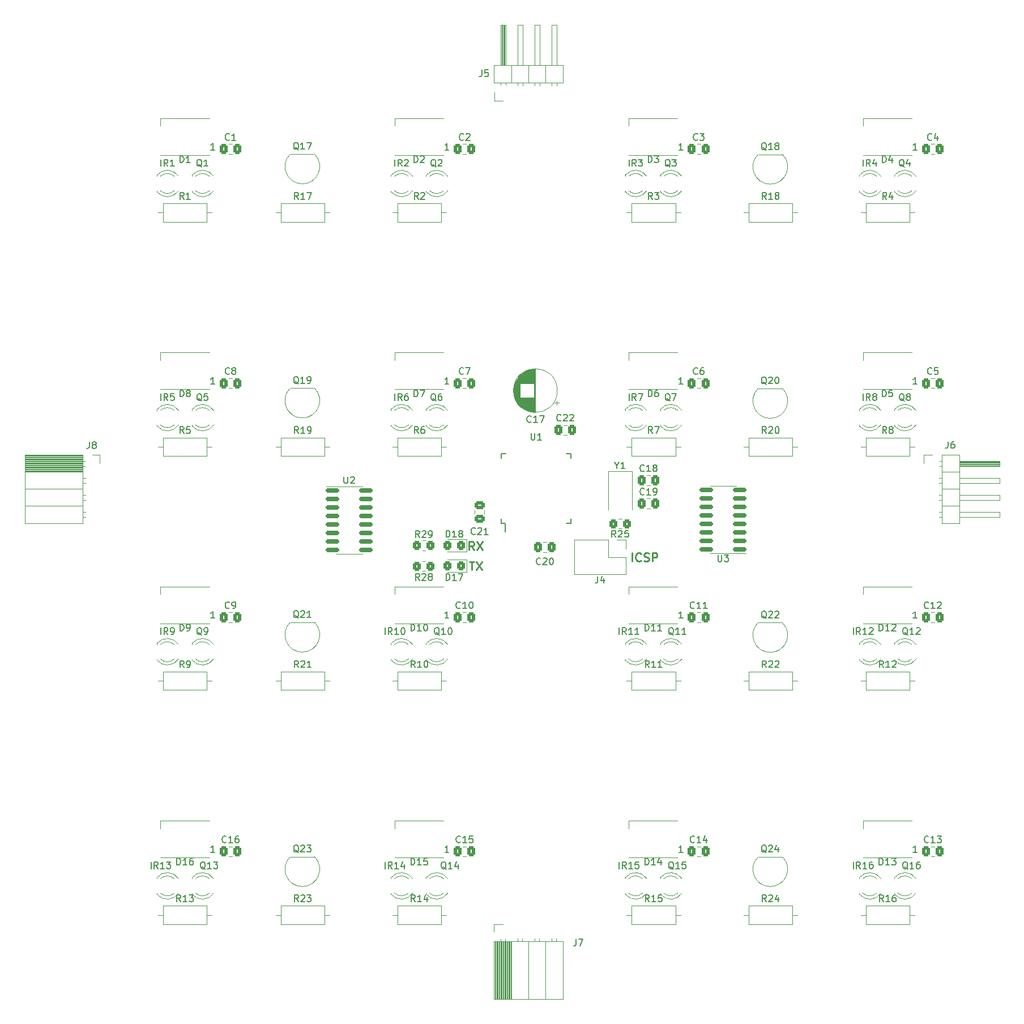
<source format=gto>
G04 #@! TF.GenerationSoftware,KiCad,Pcbnew,(7.0.0-0)*
G04 #@! TF.CreationDate,2023-05-03T20:53:00-04:00*
G04 #@! TF.ProjectId,InteractiveLEDs,496e7465-7261-4637-9469-76654c454473,rev?*
G04 #@! TF.SameCoordinates,Original*
G04 #@! TF.FileFunction,Legend,Top*
G04 #@! TF.FilePolarity,Positive*
%FSLAX46Y46*%
G04 Gerber Fmt 4.6, Leading zero omitted, Abs format (unit mm)*
G04 Created by KiCad (PCBNEW (7.0.0-0)) date 2023-05-03 20:53:00*
%MOMM*%
%LPD*%
G01*
G04 APERTURE LIST*
G04 Aperture macros list*
%AMRoundRect*
0 Rectangle with rounded corners*
0 $1 Rounding radius*
0 $2 $3 $4 $5 $6 $7 $8 $9 X,Y pos of 4 corners*
0 Add a 4 corners polygon primitive as box body*
4,1,4,$2,$3,$4,$5,$6,$7,$8,$9,$2,$3,0*
0 Add four circle primitives for the rounded corners*
1,1,$1+$1,$2,$3*
1,1,$1+$1,$4,$5*
1,1,$1+$1,$6,$7*
1,1,$1+$1,$8,$9*
0 Add four rect primitives between the rounded corners*
20,1,$1+$1,$2,$3,$4,$5,0*
20,1,$1+$1,$4,$5,$6,$7,0*
20,1,$1+$1,$6,$7,$8,$9,0*
20,1,$1+$1,$8,$9,$2,$3,0*%
G04 Aperture macros list end*
%ADD10C,0.250000*%
%ADD11C,0.150000*%
%ADD12C,0.120000*%
%ADD13C,0.254000*%
%ADD14C,0.200000*%
%ADD15R,1.800000X1.800000*%
%ADD16C,1.800000*%
%ADD17RoundRect,0.250000X0.325000X0.450000X-0.325000X0.450000X-0.325000X-0.450000X0.325000X-0.450000X0*%
%ADD18C,1.600000*%
%ADD19O,1.600000X1.600000*%
%ADD20R,1.500000X0.900000*%
%ADD21R,1.700000X1.700000*%
%ADD22O,1.700000X1.700000*%
%ADD23R,1.050000X1.500000*%
%ADD24O,1.050000X1.500000*%
%ADD25RoundRect,0.250000X-0.337500X-0.475000X0.337500X-0.475000X0.337500X0.475000X-0.337500X0.475000X0*%
%ADD26R,1.600000X1.600000*%
%ADD27R,0.550000X1.500000*%
%ADD28R,1.500000X0.550000*%
%ADD29C,6.400000*%
%ADD30R,2.400000X2.000000*%
%ADD31RoundRect,0.250000X-0.475000X0.337500X-0.475000X-0.337500X0.475000X-0.337500X0.475000X0.337500X0*%
%ADD32RoundRect,0.250000X0.350000X0.450000X-0.350000X0.450000X-0.350000X-0.450000X0.350000X-0.450000X0*%
%ADD33RoundRect,0.150000X0.825000X0.150000X-0.825000X0.150000X-0.825000X-0.150000X0.825000X-0.150000X0*%
%ADD34RoundRect,0.150000X-0.825000X-0.150000X0.825000X-0.150000X0.825000X0.150000X-0.825000X0.150000X0*%
%ADD35R,2.400000X2.400000*%
%ADD36C,2.400000*%
%ADD37O,1.050000X1.900000*%
G04 APERTURE END LIST*
D10*
X137969047Y-104177976D02*
X138683333Y-104177976D01*
X138326190Y-105427976D02*
X138326190Y-104177976D01*
X138980952Y-104177976D02*
X139814285Y-105427976D01*
X139814285Y-104177976D02*
X138980952Y-105427976D01*
X162297619Y-104127976D02*
X162297619Y-102877976D01*
X163607142Y-104008928D02*
X163547618Y-104068452D01*
X163547618Y-104068452D02*
X163369047Y-104127976D01*
X163369047Y-104127976D02*
X163249999Y-104127976D01*
X163249999Y-104127976D02*
X163071428Y-104068452D01*
X163071428Y-104068452D02*
X162952380Y-103949404D01*
X162952380Y-103949404D02*
X162892857Y-103830357D01*
X162892857Y-103830357D02*
X162833333Y-103592261D01*
X162833333Y-103592261D02*
X162833333Y-103413690D01*
X162833333Y-103413690D02*
X162892857Y-103175595D01*
X162892857Y-103175595D02*
X162952380Y-103056547D01*
X162952380Y-103056547D02*
X163071428Y-102937500D01*
X163071428Y-102937500D02*
X163249999Y-102877976D01*
X163249999Y-102877976D02*
X163369047Y-102877976D01*
X163369047Y-102877976D02*
X163547618Y-102937500D01*
X163547618Y-102937500D02*
X163607142Y-102997023D01*
X164083333Y-104068452D02*
X164261904Y-104127976D01*
X164261904Y-104127976D02*
X164559523Y-104127976D01*
X164559523Y-104127976D02*
X164678571Y-104068452D01*
X164678571Y-104068452D02*
X164738095Y-104008928D01*
X164738095Y-104008928D02*
X164797618Y-103889880D01*
X164797618Y-103889880D02*
X164797618Y-103770833D01*
X164797618Y-103770833D02*
X164738095Y-103651785D01*
X164738095Y-103651785D02*
X164678571Y-103592261D01*
X164678571Y-103592261D02*
X164559523Y-103532738D01*
X164559523Y-103532738D02*
X164321428Y-103473214D01*
X164321428Y-103473214D02*
X164202380Y-103413690D01*
X164202380Y-103413690D02*
X164142857Y-103354166D01*
X164142857Y-103354166D02*
X164083333Y-103235119D01*
X164083333Y-103235119D02*
X164083333Y-103116071D01*
X164083333Y-103116071D02*
X164142857Y-102997023D01*
X164142857Y-102997023D02*
X164202380Y-102937500D01*
X164202380Y-102937500D02*
X164321428Y-102877976D01*
X164321428Y-102877976D02*
X164619047Y-102877976D01*
X164619047Y-102877976D02*
X164797618Y-102937500D01*
X165333333Y-104127976D02*
X165333333Y-102877976D01*
X165333333Y-102877976D02*
X165809523Y-102877976D01*
X165809523Y-102877976D02*
X165928571Y-102937500D01*
X165928571Y-102937500D02*
X165988094Y-102997023D01*
X165988094Y-102997023D02*
X166047618Y-103116071D01*
X166047618Y-103116071D02*
X166047618Y-103294642D01*
X166047618Y-103294642D02*
X165988094Y-103413690D01*
X165988094Y-103413690D02*
X165928571Y-103473214D01*
X165928571Y-103473214D02*
X165809523Y-103532738D01*
X165809523Y-103532738D02*
X165333333Y-103532738D01*
X138661904Y-102427976D02*
X138245238Y-101832738D01*
X137947619Y-102427976D02*
X137947619Y-101177976D01*
X137947619Y-101177976D02*
X138423809Y-101177976D01*
X138423809Y-101177976D02*
X138542857Y-101237500D01*
X138542857Y-101237500D02*
X138602380Y-101297023D01*
X138602380Y-101297023D02*
X138661904Y-101416071D01*
X138661904Y-101416071D02*
X138661904Y-101594642D01*
X138661904Y-101594642D02*
X138602380Y-101713690D01*
X138602380Y-101713690D02*
X138542857Y-101773214D01*
X138542857Y-101773214D02*
X138423809Y-101832738D01*
X138423809Y-101832738D02*
X137947619Y-101832738D01*
X139078571Y-101177976D02*
X139911904Y-102427976D01*
X139911904Y-101177976D02*
X139078571Y-102427976D01*
D11*
X160367619Y-150057380D02*
X160367619Y-149057380D01*
X161415237Y-150057380D02*
X161081904Y-149581190D01*
X160843809Y-150057380D02*
X160843809Y-149057380D01*
X160843809Y-149057380D02*
X161224761Y-149057380D01*
X161224761Y-149057380D02*
X161319999Y-149105000D01*
X161319999Y-149105000D02*
X161367618Y-149152619D01*
X161367618Y-149152619D02*
X161415237Y-149247857D01*
X161415237Y-149247857D02*
X161415237Y-149390714D01*
X161415237Y-149390714D02*
X161367618Y-149485952D01*
X161367618Y-149485952D02*
X161319999Y-149533571D01*
X161319999Y-149533571D02*
X161224761Y-149581190D01*
X161224761Y-149581190D02*
X160843809Y-149581190D01*
X162367618Y-150057380D02*
X161796190Y-150057380D01*
X162081904Y-150057380D02*
X162081904Y-149057380D01*
X162081904Y-149057380D02*
X161986666Y-149200238D01*
X161986666Y-149200238D02*
X161891428Y-149295476D01*
X161891428Y-149295476D02*
X161796190Y-149343095D01*
X163272380Y-149057380D02*
X162796190Y-149057380D01*
X162796190Y-149057380D02*
X162748571Y-149533571D01*
X162748571Y-149533571D02*
X162796190Y-149485952D01*
X162796190Y-149485952D02*
X162891428Y-149438333D01*
X162891428Y-149438333D02*
X163129523Y-149438333D01*
X163129523Y-149438333D02*
X163224761Y-149485952D01*
X163224761Y-149485952D02*
X163272380Y-149533571D01*
X163272380Y-149533571D02*
X163319999Y-149628809D01*
X163319999Y-149628809D02*
X163319999Y-149866904D01*
X163319999Y-149866904D02*
X163272380Y-149962142D01*
X163272380Y-149962142D02*
X163224761Y-150009761D01*
X163224761Y-150009761D02*
X163129523Y-150057380D01*
X163129523Y-150057380D02*
X162891428Y-150057380D01*
X162891428Y-150057380D02*
X162796190Y-150009761D01*
X162796190Y-150009761D02*
X162748571Y-149962142D01*
X134480714Y-100517380D02*
X134480714Y-99517380D01*
X134480714Y-99517380D02*
X134718809Y-99517380D01*
X134718809Y-99517380D02*
X134861666Y-99565000D01*
X134861666Y-99565000D02*
X134956904Y-99660238D01*
X134956904Y-99660238D02*
X135004523Y-99755476D01*
X135004523Y-99755476D02*
X135052142Y-99945952D01*
X135052142Y-99945952D02*
X135052142Y-100088809D01*
X135052142Y-100088809D02*
X135004523Y-100279285D01*
X135004523Y-100279285D02*
X134956904Y-100374523D01*
X134956904Y-100374523D02*
X134861666Y-100469761D01*
X134861666Y-100469761D02*
X134718809Y-100517380D01*
X134718809Y-100517380D02*
X134480714Y-100517380D01*
X136004523Y-100517380D02*
X135433095Y-100517380D01*
X135718809Y-100517380D02*
X135718809Y-99517380D01*
X135718809Y-99517380D02*
X135623571Y-99660238D01*
X135623571Y-99660238D02*
X135528333Y-99755476D01*
X135528333Y-99755476D02*
X135433095Y-99803095D01*
X136575952Y-99945952D02*
X136480714Y-99898333D01*
X136480714Y-99898333D02*
X136433095Y-99850714D01*
X136433095Y-99850714D02*
X136385476Y-99755476D01*
X136385476Y-99755476D02*
X136385476Y-99707857D01*
X136385476Y-99707857D02*
X136433095Y-99612619D01*
X136433095Y-99612619D02*
X136480714Y-99565000D01*
X136480714Y-99565000D02*
X136575952Y-99517380D01*
X136575952Y-99517380D02*
X136766428Y-99517380D01*
X136766428Y-99517380D02*
X136861666Y-99565000D01*
X136861666Y-99565000D02*
X136909285Y-99612619D01*
X136909285Y-99612619D02*
X136956904Y-99707857D01*
X136956904Y-99707857D02*
X136956904Y-99755476D01*
X136956904Y-99755476D02*
X136909285Y-99850714D01*
X136909285Y-99850714D02*
X136861666Y-99898333D01*
X136861666Y-99898333D02*
X136766428Y-99945952D01*
X136766428Y-99945952D02*
X136575952Y-99945952D01*
X136575952Y-99945952D02*
X136480714Y-99993571D01*
X136480714Y-99993571D02*
X136433095Y-100041190D01*
X136433095Y-100041190D02*
X136385476Y-100136428D01*
X136385476Y-100136428D02*
X136385476Y-100326904D01*
X136385476Y-100326904D02*
X136433095Y-100422142D01*
X136433095Y-100422142D02*
X136480714Y-100469761D01*
X136480714Y-100469761D02*
X136575952Y-100517380D01*
X136575952Y-100517380D02*
X136766428Y-100517380D01*
X136766428Y-100517380D02*
X136861666Y-100469761D01*
X136861666Y-100469761D02*
X136909285Y-100422142D01*
X136909285Y-100422142D02*
X136956904Y-100326904D01*
X136956904Y-100326904D02*
X136956904Y-100136428D01*
X136956904Y-100136428D02*
X136909285Y-100041190D01*
X136909285Y-100041190D02*
X136861666Y-99993571D01*
X136861666Y-99993571D02*
X136766428Y-99945952D01*
X132974761Y-80152619D02*
X132879523Y-80105000D01*
X132879523Y-80105000D02*
X132784285Y-80009761D01*
X132784285Y-80009761D02*
X132641428Y-79866904D01*
X132641428Y-79866904D02*
X132546190Y-79819285D01*
X132546190Y-79819285D02*
X132450952Y-79819285D01*
X132498571Y-80057380D02*
X132403333Y-80009761D01*
X132403333Y-80009761D02*
X132308095Y-79914523D01*
X132308095Y-79914523D02*
X132260476Y-79724047D01*
X132260476Y-79724047D02*
X132260476Y-79390714D01*
X132260476Y-79390714D02*
X132308095Y-79200238D01*
X132308095Y-79200238D02*
X132403333Y-79105000D01*
X132403333Y-79105000D02*
X132498571Y-79057380D01*
X132498571Y-79057380D02*
X132689047Y-79057380D01*
X132689047Y-79057380D02*
X132784285Y-79105000D01*
X132784285Y-79105000D02*
X132879523Y-79200238D01*
X132879523Y-79200238D02*
X132927142Y-79390714D01*
X132927142Y-79390714D02*
X132927142Y-79724047D01*
X132927142Y-79724047D02*
X132879523Y-79914523D01*
X132879523Y-79914523D02*
X132784285Y-80009761D01*
X132784285Y-80009761D02*
X132689047Y-80057380D01*
X132689047Y-80057380D02*
X132498571Y-80057380D01*
X133784285Y-79057380D02*
X133593809Y-79057380D01*
X133593809Y-79057380D02*
X133498571Y-79105000D01*
X133498571Y-79105000D02*
X133450952Y-79152619D01*
X133450952Y-79152619D02*
X133355714Y-79295476D01*
X133355714Y-79295476D02*
X133308095Y-79485952D01*
X133308095Y-79485952D02*
X133308095Y-79866904D01*
X133308095Y-79866904D02*
X133355714Y-79962142D01*
X133355714Y-79962142D02*
X133403333Y-80009761D01*
X133403333Y-80009761D02*
X133498571Y-80057380D01*
X133498571Y-80057380D02*
X133689047Y-80057380D01*
X133689047Y-80057380D02*
X133784285Y-80009761D01*
X133784285Y-80009761D02*
X133831904Y-79962142D01*
X133831904Y-79962142D02*
X133879523Y-79866904D01*
X133879523Y-79866904D02*
X133879523Y-79628809D01*
X133879523Y-79628809D02*
X133831904Y-79533571D01*
X133831904Y-79533571D02*
X133784285Y-79485952D01*
X133784285Y-79485952D02*
X133689047Y-79438333D01*
X133689047Y-79438333D02*
X133498571Y-79438333D01*
X133498571Y-79438333D02*
X133403333Y-79485952D01*
X133403333Y-79485952D02*
X133355714Y-79533571D01*
X133355714Y-79533571D02*
X133308095Y-79628809D01*
X98498571Y-150152619D02*
X98403333Y-150105000D01*
X98403333Y-150105000D02*
X98308095Y-150009761D01*
X98308095Y-150009761D02*
X98165238Y-149866904D01*
X98165238Y-149866904D02*
X98070000Y-149819285D01*
X98070000Y-149819285D02*
X97974762Y-149819285D01*
X98022381Y-150057380D02*
X97927143Y-150009761D01*
X97927143Y-150009761D02*
X97831905Y-149914523D01*
X97831905Y-149914523D02*
X97784286Y-149724047D01*
X97784286Y-149724047D02*
X97784286Y-149390714D01*
X97784286Y-149390714D02*
X97831905Y-149200238D01*
X97831905Y-149200238D02*
X97927143Y-149105000D01*
X97927143Y-149105000D02*
X98022381Y-149057380D01*
X98022381Y-149057380D02*
X98212857Y-149057380D01*
X98212857Y-149057380D02*
X98308095Y-149105000D01*
X98308095Y-149105000D02*
X98403333Y-149200238D01*
X98403333Y-149200238D02*
X98450952Y-149390714D01*
X98450952Y-149390714D02*
X98450952Y-149724047D01*
X98450952Y-149724047D02*
X98403333Y-149914523D01*
X98403333Y-149914523D02*
X98308095Y-150009761D01*
X98308095Y-150009761D02*
X98212857Y-150057380D01*
X98212857Y-150057380D02*
X98022381Y-150057380D01*
X99403333Y-150057380D02*
X98831905Y-150057380D01*
X99117619Y-150057380D02*
X99117619Y-149057380D01*
X99117619Y-149057380D02*
X99022381Y-149200238D01*
X99022381Y-149200238D02*
X98927143Y-149295476D01*
X98927143Y-149295476D02*
X98831905Y-149343095D01*
X99736667Y-149057380D02*
X100355714Y-149057380D01*
X100355714Y-149057380D02*
X100022381Y-149438333D01*
X100022381Y-149438333D02*
X100165238Y-149438333D01*
X100165238Y-149438333D02*
X100260476Y-149485952D01*
X100260476Y-149485952D02*
X100308095Y-149533571D01*
X100308095Y-149533571D02*
X100355714Y-149628809D01*
X100355714Y-149628809D02*
X100355714Y-149866904D01*
X100355714Y-149866904D02*
X100308095Y-149962142D01*
X100308095Y-149962142D02*
X100260476Y-150009761D01*
X100260476Y-150009761D02*
X100165238Y-150057380D01*
X100165238Y-150057380D02*
X99879524Y-150057380D01*
X99879524Y-150057380D02*
X99784286Y-150009761D01*
X99784286Y-150009761D02*
X99736667Y-149962142D01*
X112417142Y-119997380D02*
X112083809Y-119521190D01*
X111845714Y-119997380D02*
X111845714Y-118997380D01*
X111845714Y-118997380D02*
X112226666Y-118997380D01*
X112226666Y-118997380D02*
X112321904Y-119045000D01*
X112321904Y-119045000D02*
X112369523Y-119092619D01*
X112369523Y-119092619D02*
X112417142Y-119187857D01*
X112417142Y-119187857D02*
X112417142Y-119330714D01*
X112417142Y-119330714D02*
X112369523Y-119425952D01*
X112369523Y-119425952D02*
X112321904Y-119473571D01*
X112321904Y-119473571D02*
X112226666Y-119521190D01*
X112226666Y-119521190D02*
X111845714Y-119521190D01*
X112798095Y-119092619D02*
X112845714Y-119045000D01*
X112845714Y-119045000D02*
X112940952Y-118997380D01*
X112940952Y-118997380D02*
X113179047Y-118997380D01*
X113179047Y-118997380D02*
X113274285Y-119045000D01*
X113274285Y-119045000D02*
X113321904Y-119092619D01*
X113321904Y-119092619D02*
X113369523Y-119187857D01*
X113369523Y-119187857D02*
X113369523Y-119283095D01*
X113369523Y-119283095D02*
X113321904Y-119425952D01*
X113321904Y-119425952D02*
X112750476Y-119997380D01*
X112750476Y-119997380D02*
X113369523Y-119997380D01*
X114321904Y-119997380D02*
X113750476Y-119997380D01*
X114036190Y-119997380D02*
X114036190Y-118997380D01*
X114036190Y-118997380D02*
X113940952Y-119140238D01*
X113940952Y-119140238D02*
X113845714Y-119235476D01*
X113845714Y-119235476D02*
X113750476Y-119283095D01*
X132974761Y-45152619D02*
X132879523Y-45105000D01*
X132879523Y-45105000D02*
X132784285Y-45009761D01*
X132784285Y-45009761D02*
X132641428Y-44866904D01*
X132641428Y-44866904D02*
X132546190Y-44819285D01*
X132546190Y-44819285D02*
X132450952Y-44819285D01*
X132498571Y-45057380D02*
X132403333Y-45009761D01*
X132403333Y-45009761D02*
X132308095Y-44914523D01*
X132308095Y-44914523D02*
X132260476Y-44724047D01*
X132260476Y-44724047D02*
X132260476Y-44390714D01*
X132260476Y-44390714D02*
X132308095Y-44200238D01*
X132308095Y-44200238D02*
X132403333Y-44105000D01*
X132403333Y-44105000D02*
X132498571Y-44057380D01*
X132498571Y-44057380D02*
X132689047Y-44057380D01*
X132689047Y-44057380D02*
X132784285Y-44105000D01*
X132784285Y-44105000D02*
X132879523Y-44200238D01*
X132879523Y-44200238D02*
X132927142Y-44390714D01*
X132927142Y-44390714D02*
X132927142Y-44724047D01*
X132927142Y-44724047D02*
X132879523Y-44914523D01*
X132879523Y-44914523D02*
X132784285Y-45009761D01*
X132784285Y-45009761D02*
X132689047Y-45057380D01*
X132689047Y-45057380D02*
X132498571Y-45057380D01*
X133308095Y-44152619D02*
X133355714Y-44105000D01*
X133355714Y-44105000D02*
X133450952Y-44057380D01*
X133450952Y-44057380D02*
X133689047Y-44057380D01*
X133689047Y-44057380D02*
X133784285Y-44105000D01*
X133784285Y-44105000D02*
X133831904Y-44152619D01*
X133831904Y-44152619D02*
X133879523Y-44247857D01*
X133879523Y-44247857D02*
X133879523Y-44343095D01*
X133879523Y-44343095D02*
X133831904Y-44485952D01*
X133831904Y-44485952D02*
X133260476Y-45057380D01*
X133260476Y-45057380D02*
X133879523Y-45057380D01*
X199711905Y-44517380D02*
X199711905Y-43517380D01*
X199711905Y-43517380D02*
X199950000Y-43517380D01*
X199950000Y-43517380D02*
X200092857Y-43565000D01*
X200092857Y-43565000D02*
X200188095Y-43660238D01*
X200188095Y-43660238D02*
X200235714Y-43755476D01*
X200235714Y-43755476D02*
X200283333Y-43945952D01*
X200283333Y-43945952D02*
X200283333Y-44088809D01*
X200283333Y-44088809D02*
X200235714Y-44279285D01*
X200235714Y-44279285D02*
X200188095Y-44374523D01*
X200188095Y-44374523D02*
X200092857Y-44469761D01*
X200092857Y-44469761D02*
X199950000Y-44517380D01*
X199950000Y-44517380D02*
X199711905Y-44517380D01*
X201140476Y-43850714D02*
X201140476Y-44517380D01*
X200902381Y-43469761D02*
X200664286Y-44184047D01*
X200664286Y-44184047D02*
X201283333Y-44184047D01*
X204885714Y-42617380D02*
X204314286Y-42617380D01*
X204600000Y-42617380D02*
X204600000Y-41617380D01*
X204600000Y-41617380D02*
X204504762Y-41760238D01*
X204504762Y-41760238D02*
X204409524Y-41855476D01*
X204409524Y-41855476D02*
X204314286Y-41903095D01*
X153916666Y-160617380D02*
X153916666Y-161331666D01*
X153916666Y-161331666D02*
X153869047Y-161474523D01*
X153869047Y-161474523D02*
X153773809Y-161569761D01*
X153773809Y-161569761D02*
X153630952Y-161617380D01*
X153630952Y-161617380D02*
X153535714Y-161617380D01*
X154297619Y-160617380D02*
X154964285Y-160617380D01*
X154964285Y-160617380D02*
X154535714Y-161617380D01*
X94711905Y-44517380D02*
X94711905Y-43517380D01*
X94711905Y-43517380D02*
X94950000Y-43517380D01*
X94950000Y-43517380D02*
X95092857Y-43565000D01*
X95092857Y-43565000D02*
X95188095Y-43660238D01*
X95188095Y-43660238D02*
X95235714Y-43755476D01*
X95235714Y-43755476D02*
X95283333Y-43945952D01*
X95283333Y-43945952D02*
X95283333Y-44088809D01*
X95283333Y-44088809D02*
X95235714Y-44279285D01*
X95235714Y-44279285D02*
X95188095Y-44374523D01*
X95188095Y-44374523D02*
X95092857Y-44469761D01*
X95092857Y-44469761D02*
X94950000Y-44517380D01*
X94950000Y-44517380D02*
X94711905Y-44517380D01*
X96235714Y-44517380D02*
X95664286Y-44517380D01*
X95950000Y-44517380D02*
X95950000Y-43517380D01*
X95950000Y-43517380D02*
X95854762Y-43660238D01*
X95854762Y-43660238D02*
X95759524Y-43755476D01*
X95759524Y-43755476D02*
X95664286Y-43803095D01*
X99885714Y-42617380D02*
X99314286Y-42617380D01*
X99600000Y-42617380D02*
X99600000Y-41617380D01*
X99600000Y-41617380D02*
X99504762Y-41760238D01*
X99504762Y-41760238D02*
X99409524Y-41855476D01*
X99409524Y-41855476D02*
X99314286Y-41903095D01*
X161843810Y-80057380D02*
X161843810Y-79057380D01*
X162891428Y-80057380D02*
X162558095Y-79581190D01*
X162320000Y-80057380D02*
X162320000Y-79057380D01*
X162320000Y-79057380D02*
X162700952Y-79057380D01*
X162700952Y-79057380D02*
X162796190Y-79105000D01*
X162796190Y-79105000D02*
X162843809Y-79152619D01*
X162843809Y-79152619D02*
X162891428Y-79247857D01*
X162891428Y-79247857D02*
X162891428Y-79390714D01*
X162891428Y-79390714D02*
X162843809Y-79485952D01*
X162843809Y-79485952D02*
X162796190Y-79533571D01*
X162796190Y-79533571D02*
X162700952Y-79581190D01*
X162700952Y-79581190D02*
X162320000Y-79581190D01*
X163224762Y-79057380D02*
X163891428Y-79057380D01*
X163891428Y-79057380D02*
X163462857Y-80057380D01*
X112428571Y-77622619D02*
X112333333Y-77575000D01*
X112333333Y-77575000D02*
X112238095Y-77479761D01*
X112238095Y-77479761D02*
X112095238Y-77336904D01*
X112095238Y-77336904D02*
X112000000Y-77289285D01*
X112000000Y-77289285D02*
X111904762Y-77289285D01*
X111952381Y-77527380D02*
X111857143Y-77479761D01*
X111857143Y-77479761D02*
X111761905Y-77384523D01*
X111761905Y-77384523D02*
X111714286Y-77194047D01*
X111714286Y-77194047D02*
X111714286Y-76860714D01*
X111714286Y-76860714D02*
X111761905Y-76670238D01*
X111761905Y-76670238D02*
X111857143Y-76575000D01*
X111857143Y-76575000D02*
X111952381Y-76527380D01*
X111952381Y-76527380D02*
X112142857Y-76527380D01*
X112142857Y-76527380D02*
X112238095Y-76575000D01*
X112238095Y-76575000D02*
X112333333Y-76670238D01*
X112333333Y-76670238D02*
X112380952Y-76860714D01*
X112380952Y-76860714D02*
X112380952Y-77194047D01*
X112380952Y-77194047D02*
X112333333Y-77384523D01*
X112333333Y-77384523D02*
X112238095Y-77479761D01*
X112238095Y-77479761D02*
X112142857Y-77527380D01*
X112142857Y-77527380D02*
X111952381Y-77527380D01*
X113333333Y-77527380D02*
X112761905Y-77527380D01*
X113047619Y-77527380D02*
X113047619Y-76527380D01*
X113047619Y-76527380D02*
X112952381Y-76670238D01*
X112952381Y-76670238D02*
X112857143Y-76765476D01*
X112857143Y-76765476D02*
X112761905Y-76813095D01*
X113809524Y-77527380D02*
X114000000Y-77527380D01*
X114000000Y-77527380D02*
X114095238Y-77479761D01*
X114095238Y-77479761D02*
X114142857Y-77432142D01*
X114142857Y-77432142D02*
X114238095Y-77289285D01*
X114238095Y-77289285D02*
X114285714Y-77098809D01*
X114285714Y-77098809D02*
X114285714Y-76717857D01*
X114285714Y-76717857D02*
X114238095Y-76622619D01*
X114238095Y-76622619D02*
X114190476Y-76575000D01*
X114190476Y-76575000D02*
X114095238Y-76527380D01*
X114095238Y-76527380D02*
X113904762Y-76527380D01*
X113904762Y-76527380D02*
X113809524Y-76575000D01*
X113809524Y-76575000D02*
X113761905Y-76622619D01*
X113761905Y-76622619D02*
X113714286Y-76717857D01*
X113714286Y-76717857D02*
X113714286Y-76955952D01*
X113714286Y-76955952D02*
X113761905Y-77051190D01*
X113761905Y-77051190D02*
X113809524Y-77098809D01*
X113809524Y-77098809D02*
X113904762Y-77146428D01*
X113904762Y-77146428D02*
X114095238Y-77146428D01*
X114095238Y-77146428D02*
X114190476Y-77098809D01*
X114190476Y-77098809D02*
X114238095Y-77051190D01*
X114238095Y-77051190D02*
X114285714Y-76955952D01*
X172083333Y-41092142D02*
X172035714Y-41139761D01*
X172035714Y-41139761D02*
X171892857Y-41187380D01*
X171892857Y-41187380D02*
X171797619Y-41187380D01*
X171797619Y-41187380D02*
X171654762Y-41139761D01*
X171654762Y-41139761D02*
X171559524Y-41044523D01*
X171559524Y-41044523D02*
X171511905Y-40949285D01*
X171511905Y-40949285D02*
X171464286Y-40758809D01*
X171464286Y-40758809D02*
X171464286Y-40615952D01*
X171464286Y-40615952D02*
X171511905Y-40425476D01*
X171511905Y-40425476D02*
X171559524Y-40330238D01*
X171559524Y-40330238D02*
X171654762Y-40235000D01*
X171654762Y-40235000D02*
X171797619Y-40187380D01*
X171797619Y-40187380D02*
X171892857Y-40187380D01*
X171892857Y-40187380D02*
X172035714Y-40235000D01*
X172035714Y-40235000D02*
X172083333Y-40282619D01*
X172416667Y-40187380D02*
X173035714Y-40187380D01*
X173035714Y-40187380D02*
X172702381Y-40568333D01*
X172702381Y-40568333D02*
X172845238Y-40568333D01*
X172845238Y-40568333D02*
X172940476Y-40615952D01*
X172940476Y-40615952D02*
X172988095Y-40663571D01*
X172988095Y-40663571D02*
X173035714Y-40758809D01*
X173035714Y-40758809D02*
X173035714Y-40996904D01*
X173035714Y-40996904D02*
X172988095Y-41092142D01*
X172988095Y-41092142D02*
X172940476Y-41139761D01*
X172940476Y-41139761D02*
X172845238Y-41187380D01*
X172845238Y-41187380D02*
X172559524Y-41187380D01*
X172559524Y-41187380D02*
X172464286Y-41139761D01*
X172464286Y-41139761D02*
X172416667Y-41092142D01*
X112417142Y-49997380D02*
X112083809Y-49521190D01*
X111845714Y-49997380D02*
X111845714Y-48997380D01*
X111845714Y-48997380D02*
X112226666Y-48997380D01*
X112226666Y-48997380D02*
X112321904Y-49045000D01*
X112321904Y-49045000D02*
X112369523Y-49092619D01*
X112369523Y-49092619D02*
X112417142Y-49187857D01*
X112417142Y-49187857D02*
X112417142Y-49330714D01*
X112417142Y-49330714D02*
X112369523Y-49425952D01*
X112369523Y-49425952D02*
X112321904Y-49473571D01*
X112321904Y-49473571D02*
X112226666Y-49521190D01*
X112226666Y-49521190D02*
X111845714Y-49521190D01*
X113369523Y-49997380D02*
X112798095Y-49997380D01*
X113083809Y-49997380D02*
X113083809Y-48997380D01*
X113083809Y-48997380D02*
X112988571Y-49140238D01*
X112988571Y-49140238D02*
X112893333Y-49235476D01*
X112893333Y-49235476D02*
X112798095Y-49283095D01*
X113702857Y-48997380D02*
X114369523Y-48997380D01*
X114369523Y-48997380D02*
X113940952Y-49997380D01*
X199235714Y-114517380D02*
X199235714Y-113517380D01*
X199235714Y-113517380D02*
X199473809Y-113517380D01*
X199473809Y-113517380D02*
X199616666Y-113565000D01*
X199616666Y-113565000D02*
X199711904Y-113660238D01*
X199711904Y-113660238D02*
X199759523Y-113755476D01*
X199759523Y-113755476D02*
X199807142Y-113945952D01*
X199807142Y-113945952D02*
X199807142Y-114088809D01*
X199807142Y-114088809D02*
X199759523Y-114279285D01*
X199759523Y-114279285D02*
X199711904Y-114374523D01*
X199711904Y-114374523D02*
X199616666Y-114469761D01*
X199616666Y-114469761D02*
X199473809Y-114517380D01*
X199473809Y-114517380D02*
X199235714Y-114517380D01*
X200759523Y-114517380D02*
X200188095Y-114517380D01*
X200473809Y-114517380D02*
X200473809Y-113517380D01*
X200473809Y-113517380D02*
X200378571Y-113660238D01*
X200378571Y-113660238D02*
X200283333Y-113755476D01*
X200283333Y-113755476D02*
X200188095Y-113803095D01*
X201140476Y-113612619D02*
X201188095Y-113565000D01*
X201188095Y-113565000D02*
X201283333Y-113517380D01*
X201283333Y-113517380D02*
X201521428Y-113517380D01*
X201521428Y-113517380D02*
X201616666Y-113565000D01*
X201616666Y-113565000D02*
X201664285Y-113612619D01*
X201664285Y-113612619D02*
X201711904Y-113707857D01*
X201711904Y-113707857D02*
X201711904Y-113803095D01*
X201711904Y-113803095D02*
X201664285Y-113945952D01*
X201664285Y-113945952D02*
X201092857Y-114517380D01*
X201092857Y-114517380D02*
X201711904Y-114517380D01*
X204885714Y-112617380D02*
X204314286Y-112617380D01*
X204600000Y-112617380D02*
X204600000Y-111617380D01*
X204600000Y-111617380D02*
X204504762Y-111760238D01*
X204504762Y-111760238D02*
X204409524Y-111855476D01*
X204409524Y-111855476D02*
X204314286Y-111903095D01*
X164107142Y-94092142D02*
X164059523Y-94139761D01*
X164059523Y-94139761D02*
X163916666Y-94187380D01*
X163916666Y-94187380D02*
X163821428Y-94187380D01*
X163821428Y-94187380D02*
X163678571Y-94139761D01*
X163678571Y-94139761D02*
X163583333Y-94044523D01*
X163583333Y-94044523D02*
X163535714Y-93949285D01*
X163535714Y-93949285D02*
X163488095Y-93758809D01*
X163488095Y-93758809D02*
X163488095Y-93615952D01*
X163488095Y-93615952D02*
X163535714Y-93425476D01*
X163535714Y-93425476D02*
X163583333Y-93330238D01*
X163583333Y-93330238D02*
X163678571Y-93235000D01*
X163678571Y-93235000D02*
X163821428Y-93187380D01*
X163821428Y-93187380D02*
X163916666Y-93187380D01*
X163916666Y-93187380D02*
X164059523Y-93235000D01*
X164059523Y-93235000D02*
X164107142Y-93282619D01*
X165059523Y-94187380D02*
X164488095Y-94187380D01*
X164773809Y-94187380D02*
X164773809Y-93187380D01*
X164773809Y-93187380D02*
X164678571Y-93330238D01*
X164678571Y-93330238D02*
X164583333Y-93425476D01*
X164583333Y-93425476D02*
X164488095Y-93473095D01*
X165535714Y-94187380D02*
X165726190Y-94187380D01*
X165726190Y-94187380D02*
X165821428Y-94139761D01*
X165821428Y-94139761D02*
X165869047Y-94092142D01*
X165869047Y-94092142D02*
X165964285Y-93949285D01*
X165964285Y-93949285D02*
X166011904Y-93758809D01*
X166011904Y-93758809D02*
X166011904Y-93377857D01*
X166011904Y-93377857D02*
X165964285Y-93282619D01*
X165964285Y-93282619D02*
X165916666Y-93235000D01*
X165916666Y-93235000D02*
X165821428Y-93187380D01*
X165821428Y-93187380D02*
X165630952Y-93187380D01*
X165630952Y-93187380D02*
X165535714Y-93235000D01*
X165535714Y-93235000D02*
X165488095Y-93282619D01*
X165488095Y-93282619D02*
X165440476Y-93377857D01*
X165440476Y-93377857D02*
X165440476Y-93615952D01*
X165440476Y-93615952D02*
X165488095Y-93711190D01*
X165488095Y-93711190D02*
X165535714Y-93758809D01*
X165535714Y-93758809D02*
X165630952Y-93806428D01*
X165630952Y-93806428D02*
X165821428Y-93806428D01*
X165821428Y-93806428D02*
X165916666Y-93758809D01*
X165916666Y-93758809D02*
X165964285Y-93711190D01*
X165964285Y-93711190D02*
X166011904Y-93615952D01*
X94807142Y-154997380D02*
X94473809Y-154521190D01*
X94235714Y-154997380D02*
X94235714Y-153997380D01*
X94235714Y-153997380D02*
X94616666Y-153997380D01*
X94616666Y-153997380D02*
X94711904Y-154045000D01*
X94711904Y-154045000D02*
X94759523Y-154092619D01*
X94759523Y-154092619D02*
X94807142Y-154187857D01*
X94807142Y-154187857D02*
X94807142Y-154330714D01*
X94807142Y-154330714D02*
X94759523Y-154425952D01*
X94759523Y-154425952D02*
X94711904Y-154473571D01*
X94711904Y-154473571D02*
X94616666Y-154521190D01*
X94616666Y-154521190D02*
X94235714Y-154521190D01*
X95759523Y-154997380D02*
X95188095Y-154997380D01*
X95473809Y-154997380D02*
X95473809Y-153997380D01*
X95473809Y-153997380D02*
X95378571Y-154140238D01*
X95378571Y-154140238D02*
X95283333Y-154235476D01*
X95283333Y-154235476D02*
X95188095Y-154283095D01*
X96092857Y-153997380D02*
X96711904Y-153997380D01*
X96711904Y-153997380D02*
X96378571Y-154378333D01*
X96378571Y-154378333D02*
X96521428Y-154378333D01*
X96521428Y-154378333D02*
X96616666Y-154425952D01*
X96616666Y-154425952D02*
X96664285Y-154473571D01*
X96664285Y-154473571D02*
X96711904Y-154568809D01*
X96711904Y-154568809D02*
X96711904Y-154806904D01*
X96711904Y-154806904D02*
X96664285Y-154902142D01*
X96664285Y-154902142D02*
X96616666Y-154949761D01*
X96616666Y-154949761D02*
X96521428Y-154997380D01*
X96521428Y-154997380D02*
X96235714Y-154997380D01*
X96235714Y-154997380D02*
X96140476Y-154949761D01*
X96140476Y-154949761D02*
X96092857Y-154902142D01*
X147189522Y-83272142D02*
X147141903Y-83319761D01*
X147141903Y-83319761D02*
X146999046Y-83367380D01*
X146999046Y-83367380D02*
X146903808Y-83367380D01*
X146903808Y-83367380D02*
X146760951Y-83319761D01*
X146760951Y-83319761D02*
X146665713Y-83224523D01*
X146665713Y-83224523D02*
X146618094Y-83129285D01*
X146618094Y-83129285D02*
X146570475Y-82938809D01*
X146570475Y-82938809D02*
X146570475Y-82795952D01*
X146570475Y-82795952D02*
X146618094Y-82605476D01*
X146618094Y-82605476D02*
X146665713Y-82510238D01*
X146665713Y-82510238D02*
X146760951Y-82415000D01*
X146760951Y-82415000D02*
X146903808Y-82367380D01*
X146903808Y-82367380D02*
X146999046Y-82367380D01*
X146999046Y-82367380D02*
X147141903Y-82415000D01*
X147141903Y-82415000D02*
X147189522Y-82462619D01*
X148141903Y-83367380D02*
X147570475Y-83367380D01*
X147856189Y-83367380D02*
X147856189Y-82367380D01*
X147856189Y-82367380D02*
X147760951Y-82510238D01*
X147760951Y-82510238D02*
X147665713Y-82605476D01*
X147665713Y-82605476D02*
X147570475Y-82653095D01*
X148475237Y-82367380D02*
X149141903Y-82367380D01*
X149141903Y-82367380D02*
X148713332Y-83367380D01*
X147188095Y-84967380D02*
X147188095Y-85776904D01*
X147188095Y-85776904D02*
X147235714Y-85872142D01*
X147235714Y-85872142D02*
X147283333Y-85919761D01*
X147283333Y-85919761D02*
X147378571Y-85967380D01*
X147378571Y-85967380D02*
X147569047Y-85967380D01*
X147569047Y-85967380D02*
X147664285Y-85919761D01*
X147664285Y-85919761D02*
X147711904Y-85872142D01*
X147711904Y-85872142D02*
X147759523Y-85776904D01*
X147759523Y-85776904D02*
X147759523Y-84967380D01*
X148759523Y-85967380D02*
X148188095Y-85967380D01*
X148473809Y-85967380D02*
X148473809Y-84967380D01*
X148473809Y-84967380D02*
X148378571Y-85110238D01*
X148378571Y-85110238D02*
X148283333Y-85205476D01*
X148283333Y-85205476D02*
X148188095Y-85253095D01*
X125367619Y-150057380D02*
X125367619Y-149057380D01*
X126415237Y-150057380D02*
X126081904Y-149581190D01*
X125843809Y-150057380D02*
X125843809Y-149057380D01*
X125843809Y-149057380D02*
X126224761Y-149057380D01*
X126224761Y-149057380D02*
X126319999Y-149105000D01*
X126319999Y-149105000D02*
X126367618Y-149152619D01*
X126367618Y-149152619D02*
X126415237Y-149247857D01*
X126415237Y-149247857D02*
X126415237Y-149390714D01*
X126415237Y-149390714D02*
X126367618Y-149485952D01*
X126367618Y-149485952D02*
X126319999Y-149533571D01*
X126319999Y-149533571D02*
X126224761Y-149581190D01*
X126224761Y-149581190D02*
X125843809Y-149581190D01*
X127367618Y-150057380D02*
X126796190Y-150057380D01*
X127081904Y-150057380D02*
X127081904Y-149057380D01*
X127081904Y-149057380D02*
X126986666Y-149200238D01*
X126986666Y-149200238D02*
X126891428Y-149295476D01*
X126891428Y-149295476D02*
X126796190Y-149343095D01*
X128224761Y-149390714D02*
X128224761Y-150057380D01*
X127986666Y-149009761D02*
X127748571Y-149724047D01*
X127748571Y-149724047D02*
X128367618Y-149724047D01*
X81166666Y-86267380D02*
X81166666Y-86981666D01*
X81166666Y-86981666D02*
X81119047Y-87124523D01*
X81119047Y-87124523D02*
X81023809Y-87219761D01*
X81023809Y-87219761D02*
X80880952Y-87267380D01*
X80880952Y-87267380D02*
X80785714Y-87267380D01*
X81785714Y-86695952D02*
X81690476Y-86648333D01*
X81690476Y-86648333D02*
X81642857Y-86600714D01*
X81642857Y-86600714D02*
X81595238Y-86505476D01*
X81595238Y-86505476D02*
X81595238Y-86457857D01*
X81595238Y-86457857D02*
X81642857Y-86362619D01*
X81642857Y-86362619D02*
X81690476Y-86315000D01*
X81690476Y-86315000D02*
X81785714Y-86267380D01*
X81785714Y-86267380D02*
X81976190Y-86267380D01*
X81976190Y-86267380D02*
X82071428Y-86315000D01*
X82071428Y-86315000D02*
X82119047Y-86362619D01*
X82119047Y-86362619D02*
X82166666Y-86457857D01*
X82166666Y-86457857D02*
X82166666Y-86505476D01*
X82166666Y-86505476D02*
X82119047Y-86600714D01*
X82119047Y-86600714D02*
X82071428Y-86648333D01*
X82071428Y-86648333D02*
X81976190Y-86695952D01*
X81976190Y-86695952D02*
X81785714Y-86695952D01*
X81785714Y-86695952D02*
X81690476Y-86743571D01*
X81690476Y-86743571D02*
X81642857Y-86791190D01*
X81642857Y-86791190D02*
X81595238Y-86886428D01*
X81595238Y-86886428D02*
X81595238Y-87076904D01*
X81595238Y-87076904D02*
X81642857Y-87172142D01*
X81642857Y-87172142D02*
X81690476Y-87219761D01*
X81690476Y-87219761D02*
X81785714Y-87267380D01*
X81785714Y-87267380D02*
X81976190Y-87267380D01*
X81976190Y-87267380D02*
X82071428Y-87219761D01*
X82071428Y-87219761D02*
X82119047Y-87172142D01*
X82119047Y-87172142D02*
X82166666Y-87076904D01*
X82166666Y-87076904D02*
X82166666Y-86886428D01*
X82166666Y-86886428D02*
X82119047Y-86791190D01*
X82119047Y-86791190D02*
X82071428Y-86743571D01*
X82071428Y-86743571D02*
X81976190Y-86695952D01*
X94235714Y-149517380D02*
X94235714Y-148517380D01*
X94235714Y-148517380D02*
X94473809Y-148517380D01*
X94473809Y-148517380D02*
X94616666Y-148565000D01*
X94616666Y-148565000D02*
X94711904Y-148660238D01*
X94711904Y-148660238D02*
X94759523Y-148755476D01*
X94759523Y-148755476D02*
X94807142Y-148945952D01*
X94807142Y-148945952D02*
X94807142Y-149088809D01*
X94807142Y-149088809D02*
X94759523Y-149279285D01*
X94759523Y-149279285D02*
X94711904Y-149374523D01*
X94711904Y-149374523D02*
X94616666Y-149469761D01*
X94616666Y-149469761D02*
X94473809Y-149517380D01*
X94473809Y-149517380D02*
X94235714Y-149517380D01*
X95759523Y-149517380D02*
X95188095Y-149517380D01*
X95473809Y-149517380D02*
X95473809Y-148517380D01*
X95473809Y-148517380D02*
X95378571Y-148660238D01*
X95378571Y-148660238D02*
X95283333Y-148755476D01*
X95283333Y-148755476D02*
X95188095Y-148803095D01*
X96616666Y-148517380D02*
X96426190Y-148517380D01*
X96426190Y-148517380D02*
X96330952Y-148565000D01*
X96330952Y-148565000D02*
X96283333Y-148612619D01*
X96283333Y-148612619D02*
X96188095Y-148755476D01*
X96188095Y-148755476D02*
X96140476Y-148945952D01*
X96140476Y-148945952D02*
X96140476Y-149326904D01*
X96140476Y-149326904D02*
X96188095Y-149422142D01*
X96188095Y-149422142D02*
X96235714Y-149469761D01*
X96235714Y-149469761D02*
X96330952Y-149517380D01*
X96330952Y-149517380D02*
X96521428Y-149517380D01*
X96521428Y-149517380D02*
X96616666Y-149469761D01*
X96616666Y-149469761D02*
X96664285Y-149422142D01*
X96664285Y-149422142D02*
X96711904Y-149326904D01*
X96711904Y-149326904D02*
X96711904Y-149088809D01*
X96711904Y-149088809D02*
X96664285Y-148993571D01*
X96664285Y-148993571D02*
X96616666Y-148945952D01*
X96616666Y-148945952D02*
X96521428Y-148898333D01*
X96521428Y-148898333D02*
X96330952Y-148898333D01*
X96330952Y-148898333D02*
X96235714Y-148945952D01*
X96235714Y-148945952D02*
X96188095Y-148993571D01*
X96188095Y-148993571D02*
X96140476Y-149088809D01*
X99885714Y-147617380D02*
X99314286Y-147617380D01*
X99600000Y-147617380D02*
X99600000Y-146617380D01*
X99600000Y-146617380D02*
X99504762Y-146760238D01*
X99504762Y-146760238D02*
X99409524Y-146855476D01*
X99409524Y-146855476D02*
X99314286Y-146903095D01*
X164235714Y-149517380D02*
X164235714Y-148517380D01*
X164235714Y-148517380D02*
X164473809Y-148517380D01*
X164473809Y-148517380D02*
X164616666Y-148565000D01*
X164616666Y-148565000D02*
X164711904Y-148660238D01*
X164711904Y-148660238D02*
X164759523Y-148755476D01*
X164759523Y-148755476D02*
X164807142Y-148945952D01*
X164807142Y-148945952D02*
X164807142Y-149088809D01*
X164807142Y-149088809D02*
X164759523Y-149279285D01*
X164759523Y-149279285D02*
X164711904Y-149374523D01*
X164711904Y-149374523D02*
X164616666Y-149469761D01*
X164616666Y-149469761D02*
X164473809Y-149517380D01*
X164473809Y-149517380D02*
X164235714Y-149517380D01*
X165759523Y-149517380D02*
X165188095Y-149517380D01*
X165473809Y-149517380D02*
X165473809Y-148517380D01*
X165473809Y-148517380D02*
X165378571Y-148660238D01*
X165378571Y-148660238D02*
X165283333Y-148755476D01*
X165283333Y-148755476D02*
X165188095Y-148803095D01*
X166616666Y-148850714D02*
X166616666Y-149517380D01*
X166378571Y-148469761D02*
X166140476Y-149184047D01*
X166140476Y-149184047D02*
X166759523Y-149184047D01*
X169885714Y-147617380D02*
X169314286Y-147617380D01*
X169600000Y-147617380D02*
X169600000Y-146617380D01*
X169600000Y-146617380D02*
X169504762Y-146760238D01*
X169504762Y-146760238D02*
X169409524Y-146855476D01*
X169409524Y-146855476D02*
X169314286Y-146903095D01*
X137083333Y-41092142D02*
X137035714Y-41139761D01*
X137035714Y-41139761D02*
X136892857Y-41187380D01*
X136892857Y-41187380D02*
X136797619Y-41187380D01*
X136797619Y-41187380D02*
X136654762Y-41139761D01*
X136654762Y-41139761D02*
X136559524Y-41044523D01*
X136559524Y-41044523D02*
X136511905Y-40949285D01*
X136511905Y-40949285D02*
X136464286Y-40758809D01*
X136464286Y-40758809D02*
X136464286Y-40615952D01*
X136464286Y-40615952D02*
X136511905Y-40425476D01*
X136511905Y-40425476D02*
X136559524Y-40330238D01*
X136559524Y-40330238D02*
X136654762Y-40235000D01*
X136654762Y-40235000D02*
X136797619Y-40187380D01*
X136797619Y-40187380D02*
X136892857Y-40187380D01*
X136892857Y-40187380D02*
X137035714Y-40235000D01*
X137035714Y-40235000D02*
X137083333Y-40282619D01*
X137464286Y-40282619D02*
X137511905Y-40235000D01*
X137511905Y-40235000D02*
X137607143Y-40187380D01*
X137607143Y-40187380D02*
X137845238Y-40187380D01*
X137845238Y-40187380D02*
X137940476Y-40235000D01*
X137940476Y-40235000D02*
X137988095Y-40282619D01*
X137988095Y-40282619D02*
X138035714Y-40377857D01*
X138035714Y-40377857D02*
X138035714Y-40473095D01*
X138035714Y-40473095D02*
X137988095Y-40615952D01*
X137988095Y-40615952D02*
X137416667Y-41187380D01*
X137416667Y-41187380D02*
X138035714Y-41187380D01*
X160023809Y-89791190D02*
X160023809Y-90267380D01*
X159690476Y-89267380D02*
X160023809Y-89791190D01*
X160023809Y-89791190D02*
X160357142Y-89267380D01*
X161214285Y-90267380D02*
X160642857Y-90267380D01*
X160928571Y-90267380D02*
X160928571Y-89267380D01*
X160928571Y-89267380D02*
X160833333Y-89410238D01*
X160833333Y-89410238D02*
X160738095Y-89505476D01*
X160738095Y-89505476D02*
X160642857Y-89553095D01*
X168498571Y-115152619D02*
X168403333Y-115105000D01*
X168403333Y-115105000D02*
X168308095Y-115009761D01*
X168308095Y-115009761D02*
X168165238Y-114866904D01*
X168165238Y-114866904D02*
X168070000Y-114819285D01*
X168070000Y-114819285D02*
X167974762Y-114819285D01*
X168022381Y-115057380D02*
X167927143Y-115009761D01*
X167927143Y-115009761D02*
X167831905Y-114914523D01*
X167831905Y-114914523D02*
X167784286Y-114724047D01*
X167784286Y-114724047D02*
X167784286Y-114390714D01*
X167784286Y-114390714D02*
X167831905Y-114200238D01*
X167831905Y-114200238D02*
X167927143Y-114105000D01*
X167927143Y-114105000D02*
X168022381Y-114057380D01*
X168022381Y-114057380D02*
X168212857Y-114057380D01*
X168212857Y-114057380D02*
X168308095Y-114105000D01*
X168308095Y-114105000D02*
X168403333Y-114200238D01*
X168403333Y-114200238D02*
X168450952Y-114390714D01*
X168450952Y-114390714D02*
X168450952Y-114724047D01*
X168450952Y-114724047D02*
X168403333Y-114914523D01*
X168403333Y-114914523D02*
X168308095Y-115009761D01*
X168308095Y-115009761D02*
X168212857Y-115057380D01*
X168212857Y-115057380D02*
X168022381Y-115057380D01*
X169403333Y-115057380D02*
X168831905Y-115057380D01*
X169117619Y-115057380D02*
X169117619Y-114057380D01*
X169117619Y-114057380D02*
X169022381Y-114200238D01*
X169022381Y-114200238D02*
X168927143Y-114295476D01*
X168927143Y-114295476D02*
X168831905Y-114343095D01*
X170355714Y-115057380D02*
X169784286Y-115057380D01*
X170070000Y-115057380D02*
X170070000Y-114057380D01*
X170070000Y-114057380D02*
X169974762Y-114200238D01*
X169974762Y-114200238D02*
X169879524Y-114295476D01*
X169879524Y-114295476D02*
X169784286Y-114343095D01*
X126843810Y-45057380D02*
X126843810Y-44057380D01*
X127891428Y-45057380D02*
X127558095Y-44581190D01*
X127320000Y-45057380D02*
X127320000Y-44057380D01*
X127320000Y-44057380D02*
X127700952Y-44057380D01*
X127700952Y-44057380D02*
X127796190Y-44105000D01*
X127796190Y-44105000D02*
X127843809Y-44152619D01*
X127843809Y-44152619D02*
X127891428Y-44247857D01*
X127891428Y-44247857D02*
X127891428Y-44390714D01*
X127891428Y-44390714D02*
X127843809Y-44485952D01*
X127843809Y-44485952D02*
X127796190Y-44533571D01*
X127796190Y-44533571D02*
X127700952Y-44581190D01*
X127700952Y-44581190D02*
X127320000Y-44581190D01*
X128272381Y-44152619D02*
X128320000Y-44105000D01*
X128320000Y-44105000D02*
X128415238Y-44057380D01*
X128415238Y-44057380D02*
X128653333Y-44057380D01*
X128653333Y-44057380D02*
X128748571Y-44105000D01*
X128748571Y-44105000D02*
X128796190Y-44152619D01*
X128796190Y-44152619D02*
X128843809Y-44247857D01*
X128843809Y-44247857D02*
X128843809Y-44343095D01*
X128843809Y-44343095D02*
X128796190Y-44485952D01*
X128796190Y-44485952D02*
X128224762Y-45057380D01*
X128224762Y-45057380D02*
X128843809Y-45057380D01*
X160367619Y-115057380D02*
X160367619Y-114057380D01*
X161415237Y-115057380D02*
X161081904Y-114581190D01*
X160843809Y-115057380D02*
X160843809Y-114057380D01*
X160843809Y-114057380D02*
X161224761Y-114057380D01*
X161224761Y-114057380D02*
X161319999Y-114105000D01*
X161319999Y-114105000D02*
X161367618Y-114152619D01*
X161367618Y-114152619D02*
X161415237Y-114247857D01*
X161415237Y-114247857D02*
X161415237Y-114390714D01*
X161415237Y-114390714D02*
X161367618Y-114485952D01*
X161367618Y-114485952D02*
X161319999Y-114533571D01*
X161319999Y-114533571D02*
X161224761Y-114581190D01*
X161224761Y-114581190D02*
X160843809Y-114581190D01*
X162367618Y-115057380D02*
X161796190Y-115057380D01*
X162081904Y-115057380D02*
X162081904Y-114057380D01*
X162081904Y-114057380D02*
X161986666Y-114200238D01*
X161986666Y-114200238D02*
X161891428Y-114295476D01*
X161891428Y-114295476D02*
X161796190Y-114343095D01*
X163319999Y-115057380D02*
X162748571Y-115057380D01*
X163034285Y-115057380D02*
X163034285Y-114057380D01*
X163034285Y-114057380D02*
X162939047Y-114200238D01*
X162939047Y-114200238D02*
X162843809Y-114295476D01*
X162843809Y-114295476D02*
X162748571Y-114343095D01*
X172083333Y-76092142D02*
X172035714Y-76139761D01*
X172035714Y-76139761D02*
X171892857Y-76187380D01*
X171892857Y-76187380D02*
X171797619Y-76187380D01*
X171797619Y-76187380D02*
X171654762Y-76139761D01*
X171654762Y-76139761D02*
X171559524Y-76044523D01*
X171559524Y-76044523D02*
X171511905Y-75949285D01*
X171511905Y-75949285D02*
X171464286Y-75758809D01*
X171464286Y-75758809D02*
X171464286Y-75615952D01*
X171464286Y-75615952D02*
X171511905Y-75425476D01*
X171511905Y-75425476D02*
X171559524Y-75330238D01*
X171559524Y-75330238D02*
X171654762Y-75235000D01*
X171654762Y-75235000D02*
X171797619Y-75187380D01*
X171797619Y-75187380D02*
X171892857Y-75187380D01*
X171892857Y-75187380D02*
X172035714Y-75235000D01*
X172035714Y-75235000D02*
X172083333Y-75282619D01*
X172940476Y-75187380D02*
X172750000Y-75187380D01*
X172750000Y-75187380D02*
X172654762Y-75235000D01*
X172654762Y-75235000D02*
X172607143Y-75282619D01*
X172607143Y-75282619D02*
X172511905Y-75425476D01*
X172511905Y-75425476D02*
X172464286Y-75615952D01*
X172464286Y-75615952D02*
X172464286Y-75996904D01*
X172464286Y-75996904D02*
X172511905Y-76092142D01*
X172511905Y-76092142D02*
X172559524Y-76139761D01*
X172559524Y-76139761D02*
X172654762Y-76187380D01*
X172654762Y-76187380D02*
X172845238Y-76187380D01*
X172845238Y-76187380D02*
X172940476Y-76139761D01*
X172940476Y-76139761D02*
X172988095Y-76092142D01*
X172988095Y-76092142D02*
X173035714Y-75996904D01*
X173035714Y-75996904D02*
X173035714Y-75758809D01*
X173035714Y-75758809D02*
X172988095Y-75663571D01*
X172988095Y-75663571D02*
X172940476Y-75615952D01*
X172940476Y-75615952D02*
X172845238Y-75568333D01*
X172845238Y-75568333D02*
X172654762Y-75568333D01*
X172654762Y-75568333D02*
X172559524Y-75615952D01*
X172559524Y-75615952D02*
X172511905Y-75663571D01*
X172511905Y-75663571D02*
X172464286Y-75758809D01*
X91843810Y-115057380D02*
X91843810Y-114057380D01*
X92891428Y-115057380D02*
X92558095Y-114581190D01*
X92320000Y-115057380D02*
X92320000Y-114057380D01*
X92320000Y-114057380D02*
X92700952Y-114057380D01*
X92700952Y-114057380D02*
X92796190Y-114105000D01*
X92796190Y-114105000D02*
X92843809Y-114152619D01*
X92843809Y-114152619D02*
X92891428Y-114247857D01*
X92891428Y-114247857D02*
X92891428Y-114390714D01*
X92891428Y-114390714D02*
X92843809Y-114485952D01*
X92843809Y-114485952D02*
X92796190Y-114533571D01*
X92796190Y-114533571D02*
X92700952Y-114581190D01*
X92700952Y-114581190D02*
X92320000Y-114581190D01*
X93367619Y-115057380D02*
X93558095Y-115057380D01*
X93558095Y-115057380D02*
X93653333Y-115009761D01*
X93653333Y-115009761D02*
X93700952Y-114962142D01*
X93700952Y-114962142D02*
X93796190Y-114819285D01*
X93796190Y-114819285D02*
X93843809Y-114628809D01*
X93843809Y-114628809D02*
X93843809Y-114247857D01*
X93843809Y-114247857D02*
X93796190Y-114152619D01*
X93796190Y-114152619D02*
X93748571Y-114105000D01*
X93748571Y-114105000D02*
X93653333Y-114057380D01*
X93653333Y-114057380D02*
X93462857Y-114057380D01*
X93462857Y-114057380D02*
X93367619Y-114105000D01*
X93367619Y-114105000D02*
X93320000Y-114152619D01*
X93320000Y-114152619D02*
X93272381Y-114247857D01*
X93272381Y-114247857D02*
X93272381Y-114485952D01*
X93272381Y-114485952D02*
X93320000Y-114581190D01*
X93320000Y-114581190D02*
X93367619Y-114628809D01*
X93367619Y-114628809D02*
X93462857Y-114676428D01*
X93462857Y-114676428D02*
X93653333Y-114676428D01*
X93653333Y-114676428D02*
X93748571Y-114628809D01*
X93748571Y-114628809D02*
X93796190Y-114581190D01*
X93796190Y-114581190D02*
X93843809Y-114485952D01*
X151657142Y-83072142D02*
X151609523Y-83119761D01*
X151609523Y-83119761D02*
X151466666Y-83167380D01*
X151466666Y-83167380D02*
X151371428Y-83167380D01*
X151371428Y-83167380D02*
X151228571Y-83119761D01*
X151228571Y-83119761D02*
X151133333Y-83024523D01*
X151133333Y-83024523D02*
X151085714Y-82929285D01*
X151085714Y-82929285D02*
X151038095Y-82738809D01*
X151038095Y-82738809D02*
X151038095Y-82595952D01*
X151038095Y-82595952D02*
X151085714Y-82405476D01*
X151085714Y-82405476D02*
X151133333Y-82310238D01*
X151133333Y-82310238D02*
X151228571Y-82215000D01*
X151228571Y-82215000D02*
X151371428Y-82167380D01*
X151371428Y-82167380D02*
X151466666Y-82167380D01*
X151466666Y-82167380D02*
X151609523Y-82215000D01*
X151609523Y-82215000D02*
X151657142Y-82262619D01*
X152038095Y-82262619D02*
X152085714Y-82215000D01*
X152085714Y-82215000D02*
X152180952Y-82167380D01*
X152180952Y-82167380D02*
X152419047Y-82167380D01*
X152419047Y-82167380D02*
X152514285Y-82215000D01*
X152514285Y-82215000D02*
X152561904Y-82262619D01*
X152561904Y-82262619D02*
X152609523Y-82357857D01*
X152609523Y-82357857D02*
X152609523Y-82453095D01*
X152609523Y-82453095D02*
X152561904Y-82595952D01*
X152561904Y-82595952D02*
X151990476Y-83167380D01*
X151990476Y-83167380D02*
X152609523Y-83167380D01*
X152990476Y-82262619D02*
X153038095Y-82215000D01*
X153038095Y-82215000D02*
X153133333Y-82167380D01*
X153133333Y-82167380D02*
X153371428Y-82167380D01*
X153371428Y-82167380D02*
X153466666Y-82215000D01*
X153466666Y-82215000D02*
X153514285Y-82262619D01*
X153514285Y-82262619D02*
X153561904Y-82357857D01*
X153561904Y-82357857D02*
X153561904Y-82453095D01*
X153561904Y-82453095D02*
X153514285Y-82595952D01*
X153514285Y-82595952D02*
X152942857Y-83167380D01*
X152942857Y-83167380D02*
X153561904Y-83167380D01*
X164235714Y-114517380D02*
X164235714Y-113517380D01*
X164235714Y-113517380D02*
X164473809Y-113517380D01*
X164473809Y-113517380D02*
X164616666Y-113565000D01*
X164616666Y-113565000D02*
X164711904Y-113660238D01*
X164711904Y-113660238D02*
X164759523Y-113755476D01*
X164759523Y-113755476D02*
X164807142Y-113945952D01*
X164807142Y-113945952D02*
X164807142Y-114088809D01*
X164807142Y-114088809D02*
X164759523Y-114279285D01*
X164759523Y-114279285D02*
X164711904Y-114374523D01*
X164711904Y-114374523D02*
X164616666Y-114469761D01*
X164616666Y-114469761D02*
X164473809Y-114517380D01*
X164473809Y-114517380D02*
X164235714Y-114517380D01*
X165759523Y-114517380D02*
X165188095Y-114517380D01*
X165473809Y-114517380D02*
X165473809Y-113517380D01*
X165473809Y-113517380D02*
X165378571Y-113660238D01*
X165378571Y-113660238D02*
X165283333Y-113755476D01*
X165283333Y-113755476D02*
X165188095Y-113803095D01*
X166711904Y-114517380D02*
X166140476Y-114517380D01*
X166426190Y-114517380D02*
X166426190Y-113517380D01*
X166426190Y-113517380D02*
X166330952Y-113660238D01*
X166330952Y-113660238D02*
X166235714Y-113755476D01*
X166235714Y-113755476D02*
X166140476Y-113803095D01*
X169885714Y-112617380D02*
X169314286Y-112617380D01*
X169600000Y-112617380D02*
X169600000Y-111617380D01*
X169600000Y-111617380D02*
X169504762Y-111760238D01*
X169504762Y-111760238D02*
X169409524Y-111855476D01*
X169409524Y-111855476D02*
X169314286Y-111903095D01*
X136607142Y-146092142D02*
X136559523Y-146139761D01*
X136559523Y-146139761D02*
X136416666Y-146187380D01*
X136416666Y-146187380D02*
X136321428Y-146187380D01*
X136321428Y-146187380D02*
X136178571Y-146139761D01*
X136178571Y-146139761D02*
X136083333Y-146044523D01*
X136083333Y-146044523D02*
X136035714Y-145949285D01*
X136035714Y-145949285D02*
X135988095Y-145758809D01*
X135988095Y-145758809D02*
X135988095Y-145615952D01*
X135988095Y-145615952D02*
X136035714Y-145425476D01*
X136035714Y-145425476D02*
X136083333Y-145330238D01*
X136083333Y-145330238D02*
X136178571Y-145235000D01*
X136178571Y-145235000D02*
X136321428Y-145187380D01*
X136321428Y-145187380D02*
X136416666Y-145187380D01*
X136416666Y-145187380D02*
X136559523Y-145235000D01*
X136559523Y-145235000D02*
X136607142Y-145282619D01*
X137559523Y-146187380D02*
X136988095Y-146187380D01*
X137273809Y-146187380D02*
X137273809Y-145187380D01*
X137273809Y-145187380D02*
X137178571Y-145330238D01*
X137178571Y-145330238D02*
X137083333Y-145425476D01*
X137083333Y-145425476D02*
X136988095Y-145473095D01*
X138464285Y-145187380D02*
X137988095Y-145187380D01*
X137988095Y-145187380D02*
X137940476Y-145663571D01*
X137940476Y-145663571D02*
X137988095Y-145615952D01*
X137988095Y-145615952D02*
X138083333Y-145568333D01*
X138083333Y-145568333D02*
X138321428Y-145568333D01*
X138321428Y-145568333D02*
X138416666Y-145615952D01*
X138416666Y-145615952D02*
X138464285Y-145663571D01*
X138464285Y-145663571D02*
X138511904Y-145758809D01*
X138511904Y-145758809D02*
X138511904Y-145996904D01*
X138511904Y-145996904D02*
X138464285Y-146092142D01*
X138464285Y-146092142D02*
X138416666Y-146139761D01*
X138416666Y-146139761D02*
X138321428Y-146187380D01*
X138321428Y-146187380D02*
X138083333Y-146187380D01*
X138083333Y-146187380D02*
X137988095Y-146139761D01*
X137988095Y-146139761D02*
X137940476Y-146092142D01*
X101607142Y-146092142D02*
X101559523Y-146139761D01*
X101559523Y-146139761D02*
X101416666Y-146187380D01*
X101416666Y-146187380D02*
X101321428Y-146187380D01*
X101321428Y-146187380D02*
X101178571Y-146139761D01*
X101178571Y-146139761D02*
X101083333Y-146044523D01*
X101083333Y-146044523D02*
X101035714Y-145949285D01*
X101035714Y-145949285D02*
X100988095Y-145758809D01*
X100988095Y-145758809D02*
X100988095Y-145615952D01*
X100988095Y-145615952D02*
X101035714Y-145425476D01*
X101035714Y-145425476D02*
X101083333Y-145330238D01*
X101083333Y-145330238D02*
X101178571Y-145235000D01*
X101178571Y-145235000D02*
X101321428Y-145187380D01*
X101321428Y-145187380D02*
X101416666Y-145187380D01*
X101416666Y-145187380D02*
X101559523Y-145235000D01*
X101559523Y-145235000D02*
X101607142Y-145282619D01*
X102559523Y-146187380D02*
X101988095Y-146187380D01*
X102273809Y-146187380D02*
X102273809Y-145187380D01*
X102273809Y-145187380D02*
X102178571Y-145330238D01*
X102178571Y-145330238D02*
X102083333Y-145425476D01*
X102083333Y-145425476D02*
X101988095Y-145473095D01*
X103416666Y-145187380D02*
X103226190Y-145187380D01*
X103226190Y-145187380D02*
X103130952Y-145235000D01*
X103130952Y-145235000D02*
X103083333Y-145282619D01*
X103083333Y-145282619D02*
X102988095Y-145425476D01*
X102988095Y-145425476D02*
X102940476Y-145615952D01*
X102940476Y-145615952D02*
X102940476Y-145996904D01*
X102940476Y-145996904D02*
X102988095Y-146092142D01*
X102988095Y-146092142D02*
X103035714Y-146139761D01*
X103035714Y-146139761D02*
X103130952Y-146187380D01*
X103130952Y-146187380D02*
X103321428Y-146187380D01*
X103321428Y-146187380D02*
X103416666Y-146139761D01*
X103416666Y-146139761D02*
X103464285Y-146092142D01*
X103464285Y-146092142D02*
X103511904Y-145996904D01*
X103511904Y-145996904D02*
X103511904Y-145758809D01*
X103511904Y-145758809D02*
X103464285Y-145663571D01*
X103464285Y-145663571D02*
X103416666Y-145615952D01*
X103416666Y-145615952D02*
X103321428Y-145568333D01*
X103321428Y-145568333D02*
X103130952Y-145568333D01*
X103130952Y-145568333D02*
X103035714Y-145615952D01*
X103035714Y-145615952D02*
X102988095Y-145663571D01*
X102988095Y-145663571D02*
X102940476Y-145758809D01*
X182357142Y-119997380D02*
X182023809Y-119521190D01*
X181785714Y-119997380D02*
X181785714Y-118997380D01*
X181785714Y-118997380D02*
X182166666Y-118997380D01*
X182166666Y-118997380D02*
X182261904Y-119045000D01*
X182261904Y-119045000D02*
X182309523Y-119092619D01*
X182309523Y-119092619D02*
X182357142Y-119187857D01*
X182357142Y-119187857D02*
X182357142Y-119330714D01*
X182357142Y-119330714D02*
X182309523Y-119425952D01*
X182309523Y-119425952D02*
X182261904Y-119473571D01*
X182261904Y-119473571D02*
X182166666Y-119521190D01*
X182166666Y-119521190D02*
X181785714Y-119521190D01*
X182738095Y-119092619D02*
X182785714Y-119045000D01*
X182785714Y-119045000D02*
X182880952Y-118997380D01*
X182880952Y-118997380D02*
X183119047Y-118997380D01*
X183119047Y-118997380D02*
X183214285Y-119045000D01*
X183214285Y-119045000D02*
X183261904Y-119092619D01*
X183261904Y-119092619D02*
X183309523Y-119187857D01*
X183309523Y-119187857D02*
X183309523Y-119283095D01*
X183309523Y-119283095D02*
X183261904Y-119425952D01*
X183261904Y-119425952D02*
X182690476Y-119997380D01*
X182690476Y-119997380D02*
X183309523Y-119997380D01*
X183690476Y-119092619D02*
X183738095Y-119045000D01*
X183738095Y-119045000D02*
X183833333Y-118997380D01*
X183833333Y-118997380D02*
X184071428Y-118997380D01*
X184071428Y-118997380D02*
X184166666Y-119045000D01*
X184166666Y-119045000D02*
X184214285Y-119092619D01*
X184214285Y-119092619D02*
X184261904Y-119187857D01*
X184261904Y-119187857D02*
X184261904Y-119283095D01*
X184261904Y-119283095D02*
X184214285Y-119425952D01*
X184214285Y-119425952D02*
X183642857Y-119997380D01*
X183642857Y-119997380D02*
X184261904Y-119997380D01*
X125367619Y-115057380D02*
X125367619Y-114057380D01*
X126415237Y-115057380D02*
X126081904Y-114581190D01*
X125843809Y-115057380D02*
X125843809Y-114057380D01*
X125843809Y-114057380D02*
X126224761Y-114057380D01*
X126224761Y-114057380D02*
X126319999Y-114105000D01*
X126319999Y-114105000D02*
X126367618Y-114152619D01*
X126367618Y-114152619D02*
X126415237Y-114247857D01*
X126415237Y-114247857D02*
X126415237Y-114390714D01*
X126415237Y-114390714D02*
X126367618Y-114485952D01*
X126367618Y-114485952D02*
X126319999Y-114533571D01*
X126319999Y-114533571D02*
X126224761Y-114581190D01*
X126224761Y-114581190D02*
X125843809Y-114581190D01*
X127367618Y-115057380D02*
X126796190Y-115057380D01*
X127081904Y-115057380D02*
X127081904Y-114057380D01*
X127081904Y-114057380D02*
X126986666Y-114200238D01*
X126986666Y-114200238D02*
X126891428Y-114295476D01*
X126891428Y-114295476D02*
X126796190Y-114343095D01*
X127986666Y-114057380D02*
X128081904Y-114057380D01*
X128081904Y-114057380D02*
X128177142Y-114105000D01*
X128177142Y-114105000D02*
X128224761Y-114152619D01*
X128224761Y-114152619D02*
X128272380Y-114247857D01*
X128272380Y-114247857D02*
X128319999Y-114438333D01*
X128319999Y-114438333D02*
X128319999Y-114676428D01*
X128319999Y-114676428D02*
X128272380Y-114866904D01*
X128272380Y-114866904D02*
X128224761Y-114962142D01*
X128224761Y-114962142D02*
X128177142Y-115009761D01*
X128177142Y-115009761D02*
X128081904Y-115057380D01*
X128081904Y-115057380D02*
X127986666Y-115057380D01*
X127986666Y-115057380D02*
X127891428Y-115009761D01*
X127891428Y-115009761D02*
X127843809Y-114962142D01*
X127843809Y-114962142D02*
X127796190Y-114866904D01*
X127796190Y-114866904D02*
X127748571Y-114676428D01*
X127748571Y-114676428D02*
X127748571Y-114438333D01*
X127748571Y-114438333D02*
X127796190Y-114247857D01*
X127796190Y-114247857D02*
X127843809Y-114152619D01*
X127843809Y-114152619D02*
X127891428Y-114105000D01*
X127891428Y-114105000D02*
X127986666Y-114057380D01*
X206607142Y-146092142D02*
X206559523Y-146139761D01*
X206559523Y-146139761D02*
X206416666Y-146187380D01*
X206416666Y-146187380D02*
X206321428Y-146187380D01*
X206321428Y-146187380D02*
X206178571Y-146139761D01*
X206178571Y-146139761D02*
X206083333Y-146044523D01*
X206083333Y-146044523D02*
X206035714Y-145949285D01*
X206035714Y-145949285D02*
X205988095Y-145758809D01*
X205988095Y-145758809D02*
X205988095Y-145615952D01*
X205988095Y-145615952D02*
X206035714Y-145425476D01*
X206035714Y-145425476D02*
X206083333Y-145330238D01*
X206083333Y-145330238D02*
X206178571Y-145235000D01*
X206178571Y-145235000D02*
X206321428Y-145187380D01*
X206321428Y-145187380D02*
X206416666Y-145187380D01*
X206416666Y-145187380D02*
X206559523Y-145235000D01*
X206559523Y-145235000D02*
X206607142Y-145282619D01*
X207559523Y-146187380D02*
X206988095Y-146187380D01*
X207273809Y-146187380D02*
X207273809Y-145187380D01*
X207273809Y-145187380D02*
X207178571Y-145330238D01*
X207178571Y-145330238D02*
X207083333Y-145425476D01*
X207083333Y-145425476D02*
X206988095Y-145473095D01*
X207892857Y-145187380D02*
X208511904Y-145187380D01*
X208511904Y-145187380D02*
X208178571Y-145568333D01*
X208178571Y-145568333D02*
X208321428Y-145568333D01*
X208321428Y-145568333D02*
X208416666Y-145615952D01*
X208416666Y-145615952D02*
X208464285Y-145663571D01*
X208464285Y-145663571D02*
X208511904Y-145758809D01*
X208511904Y-145758809D02*
X208511904Y-145996904D01*
X208511904Y-145996904D02*
X208464285Y-146092142D01*
X208464285Y-146092142D02*
X208416666Y-146139761D01*
X208416666Y-146139761D02*
X208321428Y-146187380D01*
X208321428Y-146187380D02*
X208035714Y-146187380D01*
X208035714Y-146187380D02*
X207940476Y-146139761D01*
X207940476Y-146139761D02*
X207892857Y-146092142D01*
X202974761Y-80152619D02*
X202879523Y-80105000D01*
X202879523Y-80105000D02*
X202784285Y-80009761D01*
X202784285Y-80009761D02*
X202641428Y-79866904D01*
X202641428Y-79866904D02*
X202546190Y-79819285D01*
X202546190Y-79819285D02*
X202450952Y-79819285D01*
X202498571Y-80057380D02*
X202403333Y-80009761D01*
X202403333Y-80009761D02*
X202308095Y-79914523D01*
X202308095Y-79914523D02*
X202260476Y-79724047D01*
X202260476Y-79724047D02*
X202260476Y-79390714D01*
X202260476Y-79390714D02*
X202308095Y-79200238D01*
X202308095Y-79200238D02*
X202403333Y-79105000D01*
X202403333Y-79105000D02*
X202498571Y-79057380D01*
X202498571Y-79057380D02*
X202689047Y-79057380D01*
X202689047Y-79057380D02*
X202784285Y-79105000D01*
X202784285Y-79105000D02*
X202879523Y-79200238D01*
X202879523Y-79200238D02*
X202927142Y-79390714D01*
X202927142Y-79390714D02*
X202927142Y-79724047D01*
X202927142Y-79724047D02*
X202879523Y-79914523D01*
X202879523Y-79914523D02*
X202784285Y-80009761D01*
X202784285Y-80009761D02*
X202689047Y-80057380D01*
X202689047Y-80057380D02*
X202498571Y-80057380D01*
X203498571Y-79485952D02*
X203403333Y-79438333D01*
X203403333Y-79438333D02*
X203355714Y-79390714D01*
X203355714Y-79390714D02*
X203308095Y-79295476D01*
X203308095Y-79295476D02*
X203308095Y-79247857D01*
X203308095Y-79247857D02*
X203355714Y-79152619D01*
X203355714Y-79152619D02*
X203403333Y-79105000D01*
X203403333Y-79105000D02*
X203498571Y-79057380D01*
X203498571Y-79057380D02*
X203689047Y-79057380D01*
X203689047Y-79057380D02*
X203784285Y-79105000D01*
X203784285Y-79105000D02*
X203831904Y-79152619D01*
X203831904Y-79152619D02*
X203879523Y-79247857D01*
X203879523Y-79247857D02*
X203879523Y-79295476D01*
X203879523Y-79295476D02*
X203831904Y-79390714D01*
X203831904Y-79390714D02*
X203784285Y-79438333D01*
X203784285Y-79438333D02*
X203689047Y-79485952D01*
X203689047Y-79485952D02*
X203498571Y-79485952D01*
X203498571Y-79485952D02*
X203403333Y-79533571D01*
X203403333Y-79533571D02*
X203355714Y-79581190D01*
X203355714Y-79581190D02*
X203308095Y-79676428D01*
X203308095Y-79676428D02*
X203308095Y-79866904D01*
X203308095Y-79866904D02*
X203355714Y-79962142D01*
X203355714Y-79962142D02*
X203403333Y-80009761D01*
X203403333Y-80009761D02*
X203498571Y-80057380D01*
X203498571Y-80057380D02*
X203689047Y-80057380D01*
X203689047Y-80057380D02*
X203784285Y-80009761D01*
X203784285Y-80009761D02*
X203831904Y-79962142D01*
X203831904Y-79962142D02*
X203879523Y-79866904D01*
X203879523Y-79866904D02*
X203879523Y-79676428D01*
X203879523Y-79676428D02*
X203831904Y-79581190D01*
X203831904Y-79581190D02*
X203784285Y-79533571D01*
X203784285Y-79533571D02*
X203689047Y-79485952D01*
X164107142Y-90592142D02*
X164059523Y-90639761D01*
X164059523Y-90639761D02*
X163916666Y-90687380D01*
X163916666Y-90687380D02*
X163821428Y-90687380D01*
X163821428Y-90687380D02*
X163678571Y-90639761D01*
X163678571Y-90639761D02*
X163583333Y-90544523D01*
X163583333Y-90544523D02*
X163535714Y-90449285D01*
X163535714Y-90449285D02*
X163488095Y-90258809D01*
X163488095Y-90258809D02*
X163488095Y-90115952D01*
X163488095Y-90115952D02*
X163535714Y-89925476D01*
X163535714Y-89925476D02*
X163583333Y-89830238D01*
X163583333Y-89830238D02*
X163678571Y-89735000D01*
X163678571Y-89735000D02*
X163821428Y-89687380D01*
X163821428Y-89687380D02*
X163916666Y-89687380D01*
X163916666Y-89687380D02*
X164059523Y-89735000D01*
X164059523Y-89735000D02*
X164107142Y-89782619D01*
X165059523Y-90687380D02*
X164488095Y-90687380D01*
X164773809Y-90687380D02*
X164773809Y-89687380D01*
X164773809Y-89687380D02*
X164678571Y-89830238D01*
X164678571Y-89830238D02*
X164583333Y-89925476D01*
X164583333Y-89925476D02*
X164488095Y-89973095D01*
X165630952Y-90115952D02*
X165535714Y-90068333D01*
X165535714Y-90068333D02*
X165488095Y-90020714D01*
X165488095Y-90020714D02*
X165440476Y-89925476D01*
X165440476Y-89925476D02*
X165440476Y-89877857D01*
X165440476Y-89877857D02*
X165488095Y-89782619D01*
X165488095Y-89782619D02*
X165535714Y-89735000D01*
X165535714Y-89735000D02*
X165630952Y-89687380D01*
X165630952Y-89687380D02*
X165821428Y-89687380D01*
X165821428Y-89687380D02*
X165916666Y-89735000D01*
X165916666Y-89735000D02*
X165964285Y-89782619D01*
X165964285Y-89782619D02*
X166011904Y-89877857D01*
X166011904Y-89877857D02*
X166011904Y-89925476D01*
X166011904Y-89925476D02*
X165964285Y-90020714D01*
X165964285Y-90020714D02*
X165916666Y-90068333D01*
X165916666Y-90068333D02*
X165821428Y-90115952D01*
X165821428Y-90115952D02*
X165630952Y-90115952D01*
X165630952Y-90115952D02*
X165535714Y-90163571D01*
X165535714Y-90163571D02*
X165488095Y-90211190D01*
X165488095Y-90211190D02*
X165440476Y-90306428D01*
X165440476Y-90306428D02*
X165440476Y-90496904D01*
X165440476Y-90496904D02*
X165488095Y-90592142D01*
X165488095Y-90592142D02*
X165535714Y-90639761D01*
X165535714Y-90639761D02*
X165630952Y-90687380D01*
X165630952Y-90687380D02*
X165821428Y-90687380D01*
X165821428Y-90687380D02*
X165916666Y-90639761D01*
X165916666Y-90639761D02*
X165964285Y-90592142D01*
X165964285Y-90592142D02*
X166011904Y-90496904D01*
X166011904Y-90496904D02*
X166011904Y-90306428D01*
X166011904Y-90306428D02*
X165964285Y-90211190D01*
X165964285Y-90211190D02*
X165916666Y-90163571D01*
X165916666Y-90163571D02*
X165821428Y-90115952D01*
X112428571Y-147672619D02*
X112333333Y-147625000D01*
X112333333Y-147625000D02*
X112238095Y-147529761D01*
X112238095Y-147529761D02*
X112095238Y-147386904D01*
X112095238Y-147386904D02*
X112000000Y-147339285D01*
X112000000Y-147339285D02*
X111904762Y-147339285D01*
X111952381Y-147577380D02*
X111857143Y-147529761D01*
X111857143Y-147529761D02*
X111761905Y-147434523D01*
X111761905Y-147434523D02*
X111714286Y-147244047D01*
X111714286Y-147244047D02*
X111714286Y-146910714D01*
X111714286Y-146910714D02*
X111761905Y-146720238D01*
X111761905Y-146720238D02*
X111857143Y-146625000D01*
X111857143Y-146625000D02*
X111952381Y-146577380D01*
X111952381Y-146577380D02*
X112142857Y-146577380D01*
X112142857Y-146577380D02*
X112238095Y-146625000D01*
X112238095Y-146625000D02*
X112333333Y-146720238D01*
X112333333Y-146720238D02*
X112380952Y-146910714D01*
X112380952Y-146910714D02*
X112380952Y-147244047D01*
X112380952Y-147244047D02*
X112333333Y-147434523D01*
X112333333Y-147434523D02*
X112238095Y-147529761D01*
X112238095Y-147529761D02*
X112142857Y-147577380D01*
X112142857Y-147577380D02*
X111952381Y-147577380D01*
X112761905Y-146672619D02*
X112809524Y-146625000D01*
X112809524Y-146625000D02*
X112904762Y-146577380D01*
X112904762Y-146577380D02*
X113142857Y-146577380D01*
X113142857Y-146577380D02*
X113238095Y-146625000D01*
X113238095Y-146625000D02*
X113285714Y-146672619D01*
X113285714Y-146672619D02*
X113333333Y-146767857D01*
X113333333Y-146767857D02*
X113333333Y-146863095D01*
X113333333Y-146863095D02*
X113285714Y-147005952D01*
X113285714Y-147005952D02*
X112714286Y-147577380D01*
X112714286Y-147577380D02*
X113333333Y-147577380D01*
X113666667Y-146577380D02*
X114285714Y-146577380D01*
X114285714Y-146577380D02*
X113952381Y-146958333D01*
X113952381Y-146958333D02*
X114095238Y-146958333D01*
X114095238Y-146958333D02*
X114190476Y-147005952D01*
X114190476Y-147005952D02*
X114238095Y-147053571D01*
X114238095Y-147053571D02*
X114285714Y-147148809D01*
X114285714Y-147148809D02*
X114285714Y-147386904D01*
X114285714Y-147386904D02*
X114238095Y-147482142D01*
X114238095Y-147482142D02*
X114190476Y-147529761D01*
X114190476Y-147529761D02*
X114095238Y-147577380D01*
X114095238Y-147577380D02*
X113809524Y-147577380D01*
X113809524Y-147577380D02*
X113714286Y-147529761D01*
X113714286Y-147529761D02*
X113666667Y-147482142D01*
X102083333Y-76092142D02*
X102035714Y-76139761D01*
X102035714Y-76139761D02*
X101892857Y-76187380D01*
X101892857Y-76187380D02*
X101797619Y-76187380D01*
X101797619Y-76187380D02*
X101654762Y-76139761D01*
X101654762Y-76139761D02*
X101559524Y-76044523D01*
X101559524Y-76044523D02*
X101511905Y-75949285D01*
X101511905Y-75949285D02*
X101464286Y-75758809D01*
X101464286Y-75758809D02*
X101464286Y-75615952D01*
X101464286Y-75615952D02*
X101511905Y-75425476D01*
X101511905Y-75425476D02*
X101559524Y-75330238D01*
X101559524Y-75330238D02*
X101654762Y-75235000D01*
X101654762Y-75235000D02*
X101797619Y-75187380D01*
X101797619Y-75187380D02*
X101892857Y-75187380D01*
X101892857Y-75187380D02*
X102035714Y-75235000D01*
X102035714Y-75235000D02*
X102083333Y-75282619D01*
X102654762Y-75615952D02*
X102559524Y-75568333D01*
X102559524Y-75568333D02*
X102511905Y-75520714D01*
X102511905Y-75520714D02*
X102464286Y-75425476D01*
X102464286Y-75425476D02*
X102464286Y-75377857D01*
X102464286Y-75377857D02*
X102511905Y-75282619D01*
X102511905Y-75282619D02*
X102559524Y-75235000D01*
X102559524Y-75235000D02*
X102654762Y-75187380D01*
X102654762Y-75187380D02*
X102845238Y-75187380D01*
X102845238Y-75187380D02*
X102940476Y-75235000D01*
X102940476Y-75235000D02*
X102988095Y-75282619D01*
X102988095Y-75282619D02*
X103035714Y-75377857D01*
X103035714Y-75377857D02*
X103035714Y-75425476D01*
X103035714Y-75425476D02*
X102988095Y-75520714D01*
X102988095Y-75520714D02*
X102940476Y-75568333D01*
X102940476Y-75568333D02*
X102845238Y-75615952D01*
X102845238Y-75615952D02*
X102654762Y-75615952D01*
X102654762Y-75615952D02*
X102559524Y-75663571D01*
X102559524Y-75663571D02*
X102511905Y-75711190D01*
X102511905Y-75711190D02*
X102464286Y-75806428D01*
X102464286Y-75806428D02*
X102464286Y-75996904D01*
X102464286Y-75996904D02*
X102511905Y-76092142D01*
X102511905Y-76092142D02*
X102559524Y-76139761D01*
X102559524Y-76139761D02*
X102654762Y-76187380D01*
X102654762Y-76187380D02*
X102845238Y-76187380D01*
X102845238Y-76187380D02*
X102940476Y-76139761D01*
X102940476Y-76139761D02*
X102988095Y-76092142D01*
X102988095Y-76092142D02*
X103035714Y-75996904D01*
X103035714Y-75996904D02*
X103035714Y-75806428D01*
X103035714Y-75806428D02*
X102988095Y-75711190D01*
X102988095Y-75711190D02*
X102940476Y-75663571D01*
X102940476Y-75663571D02*
X102845238Y-75615952D01*
X133498571Y-115152619D02*
X133403333Y-115105000D01*
X133403333Y-115105000D02*
X133308095Y-115009761D01*
X133308095Y-115009761D02*
X133165238Y-114866904D01*
X133165238Y-114866904D02*
X133070000Y-114819285D01*
X133070000Y-114819285D02*
X132974762Y-114819285D01*
X133022381Y-115057380D02*
X132927143Y-115009761D01*
X132927143Y-115009761D02*
X132831905Y-114914523D01*
X132831905Y-114914523D02*
X132784286Y-114724047D01*
X132784286Y-114724047D02*
X132784286Y-114390714D01*
X132784286Y-114390714D02*
X132831905Y-114200238D01*
X132831905Y-114200238D02*
X132927143Y-114105000D01*
X132927143Y-114105000D02*
X133022381Y-114057380D01*
X133022381Y-114057380D02*
X133212857Y-114057380D01*
X133212857Y-114057380D02*
X133308095Y-114105000D01*
X133308095Y-114105000D02*
X133403333Y-114200238D01*
X133403333Y-114200238D02*
X133450952Y-114390714D01*
X133450952Y-114390714D02*
X133450952Y-114724047D01*
X133450952Y-114724047D02*
X133403333Y-114914523D01*
X133403333Y-114914523D02*
X133308095Y-115009761D01*
X133308095Y-115009761D02*
X133212857Y-115057380D01*
X133212857Y-115057380D02*
X133022381Y-115057380D01*
X134403333Y-115057380D02*
X133831905Y-115057380D01*
X134117619Y-115057380D02*
X134117619Y-114057380D01*
X134117619Y-114057380D02*
X134022381Y-114200238D01*
X134022381Y-114200238D02*
X133927143Y-114295476D01*
X133927143Y-114295476D02*
X133831905Y-114343095D01*
X135022381Y-114057380D02*
X135117619Y-114057380D01*
X135117619Y-114057380D02*
X135212857Y-114105000D01*
X135212857Y-114105000D02*
X135260476Y-114152619D01*
X135260476Y-114152619D02*
X135308095Y-114247857D01*
X135308095Y-114247857D02*
X135355714Y-114438333D01*
X135355714Y-114438333D02*
X135355714Y-114676428D01*
X135355714Y-114676428D02*
X135308095Y-114866904D01*
X135308095Y-114866904D02*
X135260476Y-114962142D01*
X135260476Y-114962142D02*
X135212857Y-115009761D01*
X135212857Y-115009761D02*
X135117619Y-115057380D01*
X135117619Y-115057380D02*
X135022381Y-115057380D01*
X135022381Y-115057380D02*
X134927143Y-115009761D01*
X134927143Y-115009761D02*
X134879524Y-114962142D01*
X134879524Y-114962142D02*
X134831905Y-114866904D01*
X134831905Y-114866904D02*
X134784286Y-114676428D01*
X134784286Y-114676428D02*
X134784286Y-114438333D01*
X134784286Y-114438333D02*
X134831905Y-114247857D01*
X134831905Y-114247857D02*
X134879524Y-114152619D01*
X134879524Y-114152619D02*
X134927143Y-114105000D01*
X134927143Y-114105000D02*
X135022381Y-114057380D01*
X199857142Y-119997380D02*
X199523809Y-119521190D01*
X199285714Y-119997380D02*
X199285714Y-118997380D01*
X199285714Y-118997380D02*
X199666666Y-118997380D01*
X199666666Y-118997380D02*
X199761904Y-119045000D01*
X199761904Y-119045000D02*
X199809523Y-119092619D01*
X199809523Y-119092619D02*
X199857142Y-119187857D01*
X199857142Y-119187857D02*
X199857142Y-119330714D01*
X199857142Y-119330714D02*
X199809523Y-119425952D01*
X199809523Y-119425952D02*
X199761904Y-119473571D01*
X199761904Y-119473571D02*
X199666666Y-119521190D01*
X199666666Y-119521190D02*
X199285714Y-119521190D01*
X200809523Y-119997380D02*
X200238095Y-119997380D01*
X200523809Y-119997380D02*
X200523809Y-118997380D01*
X200523809Y-118997380D02*
X200428571Y-119140238D01*
X200428571Y-119140238D02*
X200333333Y-119235476D01*
X200333333Y-119235476D02*
X200238095Y-119283095D01*
X201190476Y-119092619D02*
X201238095Y-119045000D01*
X201238095Y-119045000D02*
X201333333Y-118997380D01*
X201333333Y-118997380D02*
X201571428Y-118997380D01*
X201571428Y-118997380D02*
X201666666Y-119045000D01*
X201666666Y-119045000D02*
X201714285Y-119092619D01*
X201714285Y-119092619D02*
X201761904Y-119187857D01*
X201761904Y-119187857D02*
X201761904Y-119283095D01*
X201761904Y-119283095D02*
X201714285Y-119425952D01*
X201714285Y-119425952D02*
X201142857Y-119997380D01*
X201142857Y-119997380D02*
X201761904Y-119997380D01*
X195367619Y-115057380D02*
X195367619Y-114057380D01*
X196415237Y-115057380D02*
X196081904Y-114581190D01*
X195843809Y-115057380D02*
X195843809Y-114057380D01*
X195843809Y-114057380D02*
X196224761Y-114057380D01*
X196224761Y-114057380D02*
X196319999Y-114105000D01*
X196319999Y-114105000D02*
X196367618Y-114152619D01*
X196367618Y-114152619D02*
X196415237Y-114247857D01*
X196415237Y-114247857D02*
X196415237Y-114390714D01*
X196415237Y-114390714D02*
X196367618Y-114485952D01*
X196367618Y-114485952D02*
X196319999Y-114533571D01*
X196319999Y-114533571D02*
X196224761Y-114581190D01*
X196224761Y-114581190D02*
X195843809Y-114581190D01*
X197367618Y-115057380D02*
X196796190Y-115057380D01*
X197081904Y-115057380D02*
X197081904Y-114057380D01*
X197081904Y-114057380D02*
X196986666Y-114200238D01*
X196986666Y-114200238D02*
X196891428Y-114295476D01*
X196891428Y-114295476D02*
X196796190Y-114343095D01*
X197748571Y-114152619D02*
X197796190Y-114105000D01*
X197796190Y-114105000D02*
X197891428Y-114057380D01*
X197891428Y-114057380D02*
X198129523Y-114057380D01*
X198129523Y-114057380D02*
X198224761Y-114105000D01*
X198224761Y-114105000D02*
X198272380Y-114152619D01*
X198272380Y-114152619D02*
X198319999Y-114247857D01*
X198319999Y-114247857D02*
X198319999Y-114343095D01*
X198319999Y-114343095D02*
X198272380Y-114485952D01*
X198272380Y-114485952D02*
X197700952Y-115057380D01*
X197700952Y-115057380D02*
X198319999Y-115057380D01*
X134480714Y-106967380D02*
X134480714Y-105967380D01*
X134480714Y-105967380D02*
X134718809Y-105967380D01*
X134718809Y-105967380D02*
X134861666Y-106015000D01*
X134861666Y-106015000D02*
X134956904Y-106110238D01*
X134956904Y-106110238D02*
X135004523Y-106205476D01*
X135004523Y-106205476D02*
X135052142Y-106395952D01*
X135052142Y-106395952D02*
X135052142Y-106538809D01*
X135052142Y-106538809D02*
X135004523Y-106729285D01*
X135004523Y-106729285D02*
X134956904Y-106824523D01*
X134956904Y-106824523D02*
X134861666Y-106919761D01*
X134861666Y-106919761D02*
X134718809Y-106967380D01*
X134718809Y-106967380D02*
X134480714Y-106967380D01*
X136004523Y-106967380D02*
X135433095Y-106967380D01*
X135718809Y-106967380D02*
X135718809Y-105967380D01*
X135718809Y-105967380D02*
X135623571Y-106110238D01*
X135623571Y-106110238D02*
X135528333Y-106205476D01*
X135528333Y-106205476D02*
X135433095Y-106253095D01*
X136337857Y-105967380D02*
X137004523Y-105967380D01*
X137004523Y-105967380D02*
X136575952Y-106967380D01*
X126843810Y-80057380D02*
X126843810Y-79057380D01*
X127891428Y-80057380D02*
X127558095Y-79581190D01*
X127320000Y-80057380D02*
X127320000Y-79057380D01*
X127320000Y-79057380D02*
X127700952Y-79057380D01*
X127700952Y-79057380D02*
X127796190Y-79105000D01*
X127796190Y-79105000D02*
X127843809Y-79152619D01*
X127843809Y-79152619D02*
X127891428Y-79247857D01*
X127891428Y-79247857D02*
X127891428Y-79390714D01*
X127891428Y-79390714D02*
X127843809Y-79485952D01*
X127843809Y-79485952D02*
X127796190Y-79533571D01*
X127796190Y-79533571D02*
X127700952Y-79581190D01*
X127700952Y-79581190D02*
X127320000Y-79581190D01*
X128748571Y-79057380D02*
X128558095Y-79057380D01*
X128558095Y-79057380D02*
X128462857Y-79105000D01*
X128462857Y-79105000D02*
X128415238Y-79152619D01*
X128415238Y-79152619D02*
X128320000Y-79295476D01*
X128320000Y-79295476D02*
X128272381Y-79485952D01*
X128272381Y-79485952D02*
X128272381Y-79866904D01*
X128272381Y-79866904D02*
X128320000Y-79962142D01*
X128320000Y-79962142D02*
X128367619Y-80009761D01*
X128367619Y-80009761D02*
X128462857Y-80057380D01*
X128462857Y-80057380D02*
X128653333Y-80057380D01*
X128653333Y-80057380D02*
X128748571Y-80009761D01*
X128748571Y-80009761D02*
X128796190Y-79962142D01*
X128796190Y-79962142D02*
X128843809Y-79866904D01*
X128843809Y-79866904D02*
X128843809Y-79628809D01*
X128843809Y-79628809D02*
X128796190Y-79533571D01*
X128796190Y-79533571D02*
X128748571Y-79485952D01*
X128748571Y-79485952D02*
X128653333Y-79438333D01*
X128653333Y-79438333D02*
X128462857Y-79438333D01*
X128462857Y-79438333D02*
X128367619Y-79485952D01*
X128367619Y-79485952D02*
X128320000Y-79533571D01*
X128320000Y-79533571D02*
X128272381Y-79628809D01*
X139816666Y-30667380D02*
X139816666Y-31381666D01*
X139816666Y-31381666D02*
X139769047Y-31524523D01*
X139769047Y-31524523D02*
X139673809Y-31619761D01*
X139673809Y-31619761D02*
X139530952Y-31667380D01*
X139530952Y-31667380D02*
X139435714Y-31667380D01*
X140769047Y-30667380D02*
X140292857Y-30667380D01*
X140292857Y-30667380D02*
X140245238Y-31143571D01*
X140245238Y-31143571D02*
X140292857Y-31095952D01*
X140292857Y-31095952D02*
X140388095Y-31048333D01*
X140388095Y-31048333D02*
X140626190Y-31048333D01*
X140626190Y-31048333D02*
X140721428Y-31095952D01*
X140721428Y-31095952D02*
X140769047Y-31143571D01*
X140769047Y-31143571D02*
X140816666Y-31238809D01*
X140816666Y-31238809D02*
X140816666Y-31476904D01*
X140816666Y-31476904D02*
X140769047Y-31572142D01*
X140769047Y-31572142D02*
X140721428Y-31619761D01*
X140721428Y-31619761D02*
X140626190Y-31667380D01*
X140626190Y-31667380D02*
X140388095Y-31667380D01*
X140388095Y-31667380D02*
X140292857Y-31619761D01*
X140292857Y-31619761D02*
X140245238Y-31572142D01*
X209516666Y-86217380D02*
X209516666Y-86931666D01*
X209516666Y-86931666D02*
X209469047Y-87074523D01*
X209469047Y-87074523D02*
X209373809Y-87169761D01*
X209373809Y-87169761D02*
X209230952Y-87217380D01*
X209230952Y-87217380D02*
X209135714Y-87217380D01*
X210421428Y-86217380D02*
X210230952Y-86217380D01*
X210230952Y-86217380D02*
X210135714Y-86265000D01*
X210135714Y-86265000D02*
X210088095Y-86312619D01*
X210088095Y-86312619D02*
X209992857Y-86455476D01*
X209992857Y-86455476D02*
X209945238Y-86645952D01*
X209945238Y-86645952D02*
X209945238Y-87026904D01*
X209945238Y-87026904D02*
X209992857Y-87122142D01*
X209992857Y-87122142D02*
X210040476Y-87169761D01*
X210040476Y-87169761D02*
X210135714Y-87217380D01*
X210135714Y-87217380D02*
X210326190Y-87217380D01*
X210326190Y-87217380D02*
X210421428Y-87169761D01*
X210421428Y-87169761D02*
X210469047Y-87122142D01*
X210469047Y-87122142D02*
X210516666Y-87026904D01*
X210516666Y-87026904D02*
X210516666Y-86788809D01*
X210516666Y-86788809D02*
X210469047Y-86693571D01*
X210469047Y-86693571D02*
X210421428Y-86645952D01*
X210421428Y-86645952D02*
X210326190Y-86598333D01*
X210326190Y-86598333D02*
X210135714Y-86598333D01*
X210135714Y-86598333D02*
X210040476Y-86645952D01*
X210040476Y-86645952D02*
X209992857Y-86693571D01*
X209992857Y-86693571D02*
X209945238Y-86788809D01*
X138857142Y-100022142D02*
X138809523Y-100069761D01*
X138809523Y-100069761D02*
X138666666Y-100117380D01*
X138666666Y-100117380D02*
X138571428Y-100117380D01*
X138571428Y-100117380D02*
X138428571Y-100069761D01*
X138428571Y-100069761D02*
X138333333Y-99974523D01*
X138333333Y-99974523D02*
X138285714Y-99879285D01*
X138285714Y-99879285D02*
X138238095Y-99688809D01*
X138238095Y-99688809D02*
X138238095Y-99545952D01*
X138238095Y-99545952D02*
X138285714Y-99355476D01*
X138285714Y-99355476D02*
X138333333Y-99260238D01*
X138333333Y-99260238D02*
X138428571Y-99165000D01*
X138428571Y-99165000D02*
X138571428Y-99117380D01*
X138571428Y-99117380D02*
X138666666Y-99117380D01*
X138666666Y-99117380D02*
X138809523Y-99165000D01*
X138809523Y-99165000D02*
X138857142Y-99212619D01*
X139238095Y-99212619D02*
X139285714Y-99165000D01*
X139285714Y-99165000D02*
X139380952Y-99117380D01*
X139380952Y-99117380D02*
X139619047Y-99117380D01*
X139619047Y-99117380D02*
X139714285Y-99165000D01*
X139714285Y-99165000D02*
X139761904Y-99212619D01*
X139761904Y-99212619D02*
X139809523Y-99307857D01*
X139809523Y-99307857D02*
X139809523Y-99403095D01*
X139809523Y-99403095D02*
X139761904Y-99545952D01*
X139761904Y-99545952D02*
X139190476Y-100117380D01*
X139190476Y-100117380D02*
X139809523Y-100117380D01*
X140761904Y-100117380D02*
X140190476Y-100117380D01*
X140476190Y-100117380D02*
X140476190Y-99117380D01*
X140476190Y-99117380D02*
X140380952Y-99260238D01*
X140380952Y-99260238D02*
X140285714Y-99355476D01*
X140285714Y-99355476D02*
X140190476Y-99403095D01*
X136607142Y-111092142D02*
X136559523Y-111139761D01*
X136559523Y-111139761D02*
X136416666Y-111187380D01*
X136416666Y-111187380D02*
X136321428Y-111187380D01*
X136321428Y-111187380D02*
X136178571Y-111139761D01*
X136178571Y-111139761D02*
X136083333Y-111044523D01*
X136083333Y-111044523D02*
X136035714Y-110949285D01*
X136035714Y-110949285D02*
X135988095Y-110758809D01*
X135988095Y-110758809D02*
X135988095Y-110615952D01*
X135988095Y-110615952D02*
X136035714Y-110425476D01*
X136035714Y-110425476D02*
X136083333Y-110330238D01*
X136083333Y-110330238D02*
X136178571Y-110235000D01*
X136178571Y-110235000D02*
X136321428Y-110187380D01*
X136321428Y-110187380D02*
X136416666Y-110187380D01*
X136416666Y-110187380D02*
X136559523Y-110235000D01*
X136559523Y-110235000D02*
X136607142Y-110282619D01*
X137559523Y-111187380D02*
X136988095Y-111187380D01*
X137273809Y-111187380D02*
X137273809Y-110187380D01*
X137273809Y-110187380D02*
X137178571Y-110330238D01*
X137178571Y-110330238D02*
X137083333Y-110425476D01*
X137083333Y-110425476D02*
X136988095Y-110473095D01*
X138178571Y-110187380D02*
X138273809Y-110187380D01*
X138273809Y-110187380D02*
X138369047Y-110235000D01*
X138369047Y-110235000D02*
X138416666Y-110282619D01*
X138416666Y-110282619D02*
X138464285Y-110377857D01*
X138464285Y-110377857D02*
X138511904Y-110568333D01*
X138511904Y-110568333D02*
X138511904Y-110806428D01*
X138511904Y-110806428D02*
X138464285Y-110996904D01*
X138464285Y-110996904D02*
X138416666Y-111092142D01*
X138416666Y-111092142D02*
X138369047Y-111139761D01*
X138369047Y-111139761D02*
X138273809Y-111187380D01*
X138273809Y-111187380D02*
X138178571Y-111187380D01*
X138178571Y-111187380D02*
X138083333Y-111139761D01*
X138083333Y-111139761D02*
X138035714Y-111092142D01*
X138035714Y-111092142D02*
X137988095Y-110996904D01*
X137988095Y-110996904D02*
X137940476Y-110806428D01*
X137940476Y-110806428D02*
X137940476Y-110568333D01*
X137940476Y-110568333D02*
X137988095Y-110377857D01*
X137988095Y-110377857D02*
X138035714Y-110282619D01*
X138035714Y-110282619D02*
X138083333Y-110235000D01*
X138083333Y-110235000D02*
X138178571Y-110187380D01*
X182357142Y-49997380D02*
X182023809Y-49521190D01*
X181785714Y-49997380D02*
X181785714Y-48997380D01*
X181785714Y-48997380D02*
X182166666Y-48997380D01*
X182166666Y-48997380D02*
X182261904Y-49045000D01*
X182261904Y-49045000D02*
X182309523Y-49092619D01*
X182309523Y-49092619D02*
X182357142Y-49187857D01*
X182357142Y-49187857D02*
X182357142Y-49330714D01*
X182357142Y-49330714D02*
X182309523Y-49425952D01*
X182309523Y-49425952D02*
X182261904Y-49473571D01*
X182261904Y-49473571D02*
X182166666Y-49521190D01*
X182166666Y-49521190D02*
X181785714Y-49521190D01*
X183309523Y-49997380D02*
X182738095Y-49997380D01*
X183023809Y-49997380D02*
X183023809Y-48997380D01*
X183023809Y-48997380D02*
X182928571Y-49140238D01*
X182928571Y-49140238D02*
X182833333Y-49235476D01*
X182833333Y-49235476D02*
X182738095Y-49283095D01*
X183880952Y-49425952D02*
X183785714Y-49378333D01*
X183785714Y-49378333D02*
X183738095Y-49330714D01*
X183738095Y-49330714D02*
X183690476Y-49235476D01*
X183690476Y-49235476D02*
X183690476Y-49187857D01*
X183690476Y-49187857D02*
X183738095Y-49092619D01*
X183738095Y-49092619D02*
X183785714Y-49045000D01*
X183785714Y-49045000D02*
X183880952Y-48997380D01*
X183880952Y-48997380D02*
X184071428Y-48997380D01*
X184071428Y-48997380D02*
X184166666Y-49045000D01*
X184166666Y-49045000D02*
X184214285Y-49092619D01*
X184214285Y-49092619D02*
X184261904Y-49187857D01*
X184261904Y-49187857D02*
X184261904Y-49235476D01*
X184261904Y-49235476D02*
X184214285Y-49330714D01*
X184214285Y-49330714D02*
X184166666Y-49378333D01*
X184166666Y-49378333D02*
X184071428Y-49425952D01*
X184071428Y-49425952D02*
X183880952Y-49425952D01*
X183880952Y-49425952D02*
X183785714Y-49473571D01*
X183785714Y-49473571D02*
X183738095Y-49521190D01*
X183738095Y-49521190D02*
X183690476Y-49616428D01*
X183690476Y-49616428D02*
X183690476Y-49806904D01*
X183690476Y-49806904D02*
X183738095Y-49902142D01*
X183738095Y-49902142D02*
X183785714Y-49949761D01*
X183785714Y-49949761D02*
X183880952Y-49997380D01*
X183880952Y-49997380D02*
X184071428Y-49997380D01*
X184071428Y-49997380D02*
X184166666Y-49949761D01*
X184166666Y-49949761D02*
X184214285Y-49902142D01*
X184214285Y-49902142D02*
X184261904Y-49806904D01*
X184261904Y-49806904D02*
X184261904Y-49616428D01*
X184261904Y-49616428D02*
X184214285Y-49521190D01*
X184214285Y-49521190D02*
X184166666Y-49473571D01*
X184166666Y-49473571D02*
X184071428Y-49425952D01*
X157166666Y-106367380D02*
X157166666Y-107081666D01*
X157166666Y-107081666D02*
X157119047Y-107224523D01*
X157119047Y-107224523D02*
X157023809Y-107319761D01*
X157023809Y-107319761D02*
X156880952Y-107367380D01*
X156880952Y-107367380D02*
X156785714Y-107367380D01*
X158071428Y-106700714D02*
X158071428Y-107367380D01*
X157833333Y-106319761D02*
X157595238Y-107034047D01*
X157595238Y-107034047D02*
X158214285Y-107034047D01*
X129235714Y-149517380D02*
X129235714Y-148517380D01*
X129235714Y-148517380D02*
X129473809Y-148517380D01*
X129473809Y-148517380D02*
X129616666Y-148565000D01*
X129616666Y-148565000D02*
X129711904Y-148660238D01*
X129711904Y-148660238D02*
X129759523Y-148755476D01*
X129759523Y-148755476D02*
X129807142Y-148945952D01*
X129807142Y-148945952D02*
X129807142Y-149088809D01*
X129807142Y-149088809D02*
X129759523Y-149279285D01*
X129759523Y-149279285D02*
X129711904Y-149374523D01*
X129711904Y-149374523D02*
X129616666Y-149469761D01*
X129616666Y-149469761D02*
X129473809Y-149517380D01*
X129473809Y-149517380D02*
X129235714Y-149517380D01*
X130759523Y-149517380D02*
X130188095Y-149517380D01*
X130473809Y-149517380D02*
X130473809Y-148517380D01*
X130473809Y-148517380D02*
X130378571Y-148660238D01*
X130378571Y-148660238D02*
X130283333Y-148755476D01*
X130283333Y-148755476D02*
X130188095Y-148803095D01*
X131664285Y-148517380D02*
X131188095Y-148517380D01*
X131188095Y-148517380D02*
X131140476Y-148993571D01*
X131140476Y-148993571D02*
X131188095Y-148945952D01*
X131188095Y-148945952D02*
X131283333Y-148898333D01*
X131283333Y-148898333D02*
X131521428Y-148898333D01*
X131521428Y-148898333D02*
X131616666Y-148945952D01*
X131616666Y-148945952D02*
X131664285Y-148993571D01*
X131664285Y-148993571D02*
X131711904Y-149088809D01*
X131711904Y-149088809D02*
X131711904Y-149326904D01*
X131711904Y-149326904D02*
X131664285Y-149422142D01*
X131664285Y-149422142D02*
X131616666Y-149469761D01*
X131616666Y-149469761D02*
X131521428Y-149517380D01*
X131521428Y-149517380D02*
X131283333Y-149517380D01*
X131283333Y-149517380D02*
X131188095Y-149469761D01*
X131188095Y-149469761D02*
X131140476Y-149422142D01*
X134885714Y-147617380D02*
X134314286Y-147617380D01*
X134600000Y-147617380D02*
X134600000Y-146617380D01*
X134600000Y-146617380D02*
X134504762Y-146760238D01*
X134504762Y-146760238D02*
X134409524Y-146855476D01*
X134409524Y-146855476D02*
X134314286Y-146903095D01*
X129711905Y-79517380D02*
X129711905Y-78517380D01*
X129711905Y-78517380D02*
X129950000Y-78517380D01*
X129950000Y-78517380D02*
X130092857Y-78565000D01*
X130092857Y-78565000D02*
X130188095Y-78660238D01*
X130188095Y-78660238D02*
X130235714Y-78755476D01*
X130235714Y-78755476D02*
X130283333Y-78945952D01*
X130283333Y-78945952D02*
X130283333Y-79088809D01*
X130283333Y-79088809D02*
X130235714Y-79279285D01*
X130235714Y-79279285D02*
X130188095Y-79374523D01*
X130188095Y-79374523D02*
X130092857Y-79469761D01*
X130092857Y-79469761D02*
X129950000Y-79517380D01*
X129950000Y-79517380D02*
X129711905Y-79517380D01*
X130616667Y-78517380D02*
X131283333Y-78517380D01*
X131283333Y-78517380D02*
X130854762Y-79517380D01*
X134885714Y-77617380D02*
X134314286Y-77617380D01*
X134600000Y-77617380D02*
X134600000Y-76617380D01*
X134600000Y-76617380D02*
X134504762Y-76760238D01*
X134504762Y-76760238D02*
X134409524Y-76855476D01*
X134409524Y-76855476D02*
X134314286Y-76903095D01*
X130507142Y-100567380D02*
X130173809Y-100091190D01*
X129935714Y-100567380D02*
X129935714Y-99567380D01*
X129935714Y-99567380D02*
X130316666Y-99567380D01*
X130316666Y-99567380D02*
X130411904Y-99615000D01*
X130411904Y-99615000D02*
X130459523Y-99662619D01*
X130459523Y-99662619D02*
X130507142Y-99757857D01*
X130507142Y-99757857D02*
X130507142Y-99900714D01*
X130507142Y-99900714D02*
X130459523Y-99995952D01*
X130459523Y-99995952D02*
X130411904Y-100043571D01*
X130411904Y-100043571D02*
X130316666Y-100091190D01*
X130316666Y-100091190D02*
X129935714Y-100091190D01*
X130888095Y-99662619D02*
X130935714Y-99615000D01*
X130935714Y-99615000D02*
X131030952Y-99567380D01*
X131030952Y-99567380D02*
X131269047Y-99567380D01*
X131269047Y-99567380D02*
X131364285Y-99615000D01*
X131364285Y-99615000D02*
X131411904Y-99662619D01*
X131411904Y-99662619D02*
X131459523Y-99757857D01*
X131459523Y-99757857D02*
X131459523Y-99853095D01*
X131459523Y-99853095D02*
X131411904Y-99995952D01*
X131411904Y-99995952D02*
X130840476Y-100567380D01*
X130840476Y-100567380D02*
X131459523Y-100567380D01*
X131935714Y-100567380D02*
X132126190Y-100567380D01*
X132126190Y-100567380D02*
X132221428Y-100519761D01*
X132221428Y-100519761D02*
X132269047Y-100472142D01*
X132269047Y-100472142D02*
X132364285Y-100329285D01*
X132364285Y-100329285D02*
X132411904Y-100138809D01*
X132411904Y-100138809D02*
X132411904Y-99757857D01*
X132411904Y-99757857D02*
X132364285Y-99662619D01*
X132364285Y-99662619D02*
X132316666Y-99615000D01*
X132316666Y-99615000D02*
X132221428Y-99567380D01*
X132221428Y-99567380D02*
X132030952Y-99567380D01*
X132030952Y-99567380D02*
X131935714Y-99615000D01*
X131935714Y-99615000D02*
X131888095Y-99662619D01*
X131888095Y-99662619D02*
X131840476Y-99757857D01*
X131840476Y-99757857D02*
X131840476Y-99995952D01*
X131840476Y-99995952D02*
X131888095Y-100091190D01*
X131888095Y-100091190D02*
X131935714Y-100138809D01*
X131935714Y-100138809D02*
X132030952Y-100186428D01*
X132030952Y-100186428D02*
X132221428Y-100186428D01*
X132221428Y-100186428D02*
X132316666Y-100138809D01*
X132316666Y-100138809D02*
X132364285Y-100091190D01*
X132364285Y-100091190D02*
X132411904Y-99995952D01*
X182357142Y-84997380D02*
X182023809Y-84521190D01*
X181785714Y-84997380D02*
X181785714Y-83997380D01*
X181785714Y-83997380D02*
X182166666Y-83997380D01*
X182166666Y-83997380D02*
X182261904Y-84045000D01*
X182261904Y-84045000D02*
X182309523Y-84092619D01*
X182309523Y-84092619D02*
X182357142Y-84187857D01*
X182357142Y-84187857D02*
X182357142Y-84330714D01*
X182357142Y-84330714D02*
X182309523Y-84425952D01*
X182309523Y-84425952D02*
X182261904Y-84473571D01*
X182261904Y-84473571D02*
X182166666Y-84521190D01*
X182166666Y-84521190D02*
X181785714Y-84521190D01*
X182738095Y-84092619D02*
X182785714Y-84045000D01*
X182785714Y-84045000D02*
X182880952Y-83997380D01*
X182880952Y-83997380D02*
X183119047Y-83997380D01*
X183119047Y-83997380D02*
X183214285Y-84045000D01*
X183214285Y-84045000D02*
X183261904Y-84092619D01*
X183261904Y-84092619D02*
X183309523Y-84187857D01*
X183309523Y-84187857D02*
X183309523Y-84283095D01*
X183309523Y-84283095D02*
X183261904Y-84425952D01*
X183261904Y-84425952D02*
X182690476Y-84997380D01*
X182690476Y-84997380D02*
X183309523Y-84997380D01*
X183928571Y-83997380D02*
X184023809Y-83997380D01*
X184023809Y-83997380D02*
X184119047Y-84045000D01*
X184119047Y-84045000D02*
X184166666Y-84092619D01*
X184166666Y-84092619D02*
X184214285Y-84187857D01*
X184214285Y-84187857D02*
X184261904Y-84378333D01*
X184261904Y-84378333D02*
X184261904Y-84616428D01*
X184261904Y-84616428D02*
X184214285Y-84806904D01*
X184214285Y-84806904D02*
X184166666Y-84902142D01*
X184166666Y-84902142D02*
X184119047Y-84949761D01*
X184119047Y-84949761D02*
X184023809Y-84997380D01*
X184023809Y-84997380D02*
X183928571Y-84997380D01*
X183928571Y-84997380D02*
X183833333Y-84949761D01*
X183833333Y-84949761D02*
X183785714Y-84902142D01*
X183785714Y-84902142D02*
X183738095Y-84806904D01*
X183738095Y-84806904D02*
X183690476Y-84616428D01*
X183690476Y-84616428D02*
X183690476Y-84378333D01*
X183690476Y-84378333D02*
X183738095Y-84187857D01*
X183738095Y-84187857D02*
X183785714Y-84092619D01*
X183785714Y-84092619D02*
X183833333Y-84045000D01*
X183833333Y-84045000D02*
X183928571Y-83997380D01*
X206607142Y-111092142D02*
X206559523Y-111139761D01*
X206559523Y-111139761D02*
X206416666Y-111187380D01*
X206416666Y-111187380D02*
X206321428Y-111187380D01*
X206321428Y-111187380D02*
X206178571Y-111139761D01*
X206178571Y-111139761D02*
X206083333Y-111044523D01*
X206083333Y-111044523D02*
X206035714Y-110949285D01*
X206035714Y-110949285D02*
X205988095Y-110758809D01*
X205988095Y-110758809D02*
X205988095Y-110615952D01*
X205988095Y-110615952D02*
X206035714Y-110425476D01*
X206035714Y-110425476D02*
X206083333Y-110330238D01*
X206083333Y-110330238D02*
X206178571Y-110235000D01*
X206178571Y-110235000D02*
X206321428Y-110187380D01*
X206321428Y-110187380D02*
X206416666Y-110187380D01*
X206416666Y-110187380D02*
X206559523Y-110235000D01*
X206559523Y-110235000D02*
X206607142Y-110282619D01*
X207559523Y-111187380D02*
X206988095Y-111187380D01*
X207273809Y-111187380D02*
X207273809Y-110187380D01*
X207273809Y-110187380D02*
X207178571Y-110330238D01*
X207178571Y-110330238D02*
X207083333Y-110425476D01*
X207083333Y-110425476D02*
X206988095Y-110473095D01*
X207940476Y-110282619D02*
X207988095Y-110235000D01*
X207988095Y-110235000D02*
X208083333Y-110187380D01*
X208083333Y-110187380D02*
X208321428Y-110187380D01*
X208321428Y-110187380D02*
X208416666Y-110235000D01*
X208416666Y-110235000D02*
X208464285Y-110282619D01*
X208464285Y-110282619D02*
X208511904Y-110377857D01*
X208511904Y-110377857D02*
X208511904Y-110473095D01*
X208511904Y-110473095D02*
X208464285Y-110615952D01*
X208464285Y-110615952D02*
X207892857Y-111187380D01*
X207892857Y-111187380D02*
X208511904Y-111187380D01*
X129857142Y-154997380D02*
X129523809Y-154521190D01*
X129285714Y-154997380D02*
X129285714Y-153997380D01*
X129285714Y-153997380D02*
X129666666Y-153997380D01*
X129666666Y-153997380D02*
X129761904Y-154045000D01*
X129761904Y-154045000D02*
X129809523Y-154092619D01*
X129809523Y-154092619D02*
X129857142Y-154187857D01*
X129857142Y-154187857D02*
X129857142Y-154330714D01*
X129857142Y-154330714D02*
X129809523Y-154425952D01*
X129809523Y-154425952D02*
X129761904Y-154473571D01*
X129761904Y-154473571D02*
X129666666Y-154521190D01*
X129666666Y-154521190D02*
X129285714Y-154521190D01*
X130809523Y-154997380D02*
X130238095Y-154997380D01*
X130523809Y-154997380D02*
X130523809Y-153997380D01*
X130523809Y-153997380D02*
X130428571Y-154140238D01*
X130428571Y-154140238D02*
X130333333Y-154235476D01*
X130333333Y-154235476D02*
X130238095Y-154283095D01*
X131666666Y-154330714D02*
X131666666Y-154997380D01*
X131428571Y-153949761D02*
X131190476Y-154664047D01*
X131190476Y-154664047D02*
X131809523Y-154664047D01*
X195367619Y-150057380D02*
X195367619Y-149057380D01*
X196415237Y-150057380D02*
X196081904Y-149581190D01*
X195843809Y-150057380D02*
X195843809Y-149057380D01*
X195843809Y-149057380D02*
X196224761Y-149057380D01*
X196224761Y-149057380D02*
X196319999Y-149105000D01*
X196319999Y-149105000D02*
X196367618Y-149152619D01*
X196367618Y-149152619D02*
X196415237Y-149247857D01*
X196415237Y-149247857D02*
X196415237Y-149390714D01*
X196415237Y-149390714D02*
X196367618Y-149485952D01*
X196367618Y-149485952D02*
X196319999Y-149533571D01*
X196319999Y-149533571D02*
X196224761Y-149581190D01*
X196224761Y-149581190D02*
X195843809Y-149581190D01*
X197367618Y-150057380D02*
X196796190Y-150057380D01*
X197081904Y-150057380D02*
X197081904Y-149057380D01*
X197081904Y-149057380D02*
X196986666Y-149200238D01*
X196986666Y-149200238D02*
X196891428Y-149295476D01*
X196891428Y-149295476D02*
X196796190Y-149343095D01*
X198224761Y-149057380D02*
X198034285Y-149057380D01*
X198034285Y-149057380D02*
X197939047Y-149105000D01*
X197939047Y-149105000D02*
X197891428Y-149152619D01*
X197891428Y-149152619D02*
X197796190Y-149295476D01*
X197796190Y-149295476D02*
X197748571Y-149485952D01*
X197748571Y-149485952D02*
X197748571Y-149866904D01*
X197748571Y-149866904D02*
X197796190Y-149962142D01*
X197796190Y-149962142D02*
X197843809Y-150009761D01*
X197843809Y-150009761D02*
X197939047Y-150057380D01*
X197939047Y-150057380D02*
X198129523Y-150057380D01*
X198129523Y-150057380D02*
X198224761Y-150009761D01*
X198224761Y-150009761D02*
X198272380Y-149962142D01*
X198272380Y-149962142D02*
X198319999Y-149866904D01*
X198319999Y-149866904D02*
X198319999Y-149628809D01*
X198319999Y-149628809D02*
X198272380Y-149533571D01*
X198272380Y-149533571D02*
X198224761Y-149485952D01*
X198224761Y-149485952D02*
X198129523Y-149438333D01*
X198129523Y-149438333D02*
X197939047Y-149438333D01*
X197939047Y-149438333D02*
X197843809Y-149485952D01*
X197843809Y-149485952D02*
X197796190Y-149533571D01*
X197796190Y-149533571D02*
X197748571Y-149628809D01*
X97974761Y-80152619D02*
X97879523Y-80105000D01*
X97879523Y-80105000D02*
X97784285Y-80009761D01*
X97784285Y-80009761D02*
X97641428Y-79866904D01*
X97641428Y-79866904D02*
X97546190Y-79819285D01*
X97546190Y-79819285D02*
X97450952Y-79819285D01*
X97498571Y-80057380D02*
X97403333Y-80009761D01*
X97403333Y-80009761D02*
X97308095Y-79914523D01*
X97308095Y-79914523D02*
X97260476Y-79724047D01*
X97260476Y-79724047D02*
X97260476Y-79390714D01*
X97260476Y-79390714D02*
X97308095Y-79200238D01*
X97308095Y-79200238D02*
X97403333Y-79105000D01*
X97403333Y-79105000D02*
X97498571Y-79057380D01*
X97498571Y-79057380D02*
X97689047Y-79057380D01*
X97689047Y-79057380D02*
X97784285Y-79105000D01*
X97784285Y-79105000D02*
X97879523Y-79200238D01*
X97879523Y-79200238D02*
X97927142Y-79390714D01*
X97927142Y-79390714D02*
X97927142Y-79724047D01*
X97927142Y-79724047D02*
X97879523Y-79914523D01*
X97879523Y-79914523D02*
X97784285Y-80009761D01*
X97784285Y-80009761D02*
X97689047Y-80057380D01*
X97689047Y-80057380D02*
X97498571Y-80057380D01*
X98831904Y-79057380D02*
X98355714Y-79057380D01*
X98355714Y-79057380D02*
X98308095Y-79533571D01*
X98308095Y-79533571D02*
X98355714Y-79485952D01*
X98355714Y-79485952D02*
X98450952Y-79438333D01*
X98450952Y-79438333D02*
X98689047Y-79438333D01*
X98689047Y-79438333D02*
X98784285Y-79485952D01*
X98784285Y-79485952D02*
X98831904Y-79533571D01*
X98831904Y-79533571D02*
X98879523Y-79628809D01*
X98879523Y-79628809D02*
X98879523Y-79866904D01*
X98879523Y-79866904D02*
X98831904Y-79962142D01*
X98831904Y-79962142D02*
X98784285Y-80009761D01*
X98784285Y-80009761D02*
X98689047Y-80057380D01*
X98689047Y-80057380D02*
X98450952Y-80057380D01*
X98450952Y-80057380D02*
X98355714Y-80009761D01*
X98355714Y-80009761D02*
X98308095Y-79962142D01*
X182357142Y-154997380D02*
X182023809Y-154521190D01*
X181785714Y-154997380D02*
X181785714Y-153997380D01*
X181785714Y-153997380D02*
X182166666Y-153997380D01*
X182166666Y-153997380D02*
X182261904Y-154045000D01*
X182261904Y-154045000D02*
X182309523Y-154092619D01*
X182309523Y-154092619D02*
X182357142Y-154187857D01*
X182357142Y-154187857D02*
X182357142Y-154330714D01*
X182357142Y-154330714D02*
X182309523Y-154425952D01*
X182309523Y-154425952D02*
X182261904Y-154473571D01*
X182261904Y-154473571D02*
X182166666Y-154521190D01*
X182166666Y-154521190D02*
X181785714Y-154521190D01*
X182738095Y-154092619D02*
X182785714Y-154045000D01*
X182785714Y-154045000D02*
X182880952Y-153997380D01*
X182880952Y-153997380D02*
X183119047Y-153997380D01*
X183119047Y-153997380D02*
X183214285Y-154045000D01*
X183214285Y-154045000D02*
X183261904Y-154092619D01*
X183261904Y-154092619D02*
X183309523Y-154187857D01*
X183309523Y-154187857D02*
X183309523Y-154283095D01*
X183309523Y-154283095D02*
X183261904Y-154425952D01*
X183261904Y-154425952D02*
X182690476Y-154997380D01*
X182690476Y-154997380D02*
X183309523Y-154997380D01*
X184166666Y-154330714D02*
X184166666Y-154997380D01*
X183928571Y-153949761D02*
X183690476Y-154664047D01*
X183690476Y-154664047D02*
X184309523Y-154664047D01*
X203498571Y-150152619D02*
X203403333Y-150105000D01*
X203403333Y-150105000D02*
X203308095Y-150009761D01*
X203308095Y-150009761D02*
X203165238Y-149866904D01*
X203165238Y-149866904D02*
X203070000Y-149819285D01*
X203070000Y-149819285D02*
X202974762Y-149819285D01*
X203022381Y-150057380D02*
X202927143Y-150009761D01*
X202927143Y-150009761D02*
X202831905Y-149914523D01*
X202831905Y-149914523D02*
X202784286Y-149724047D01*
X202784286Y-149724047D02*
X202784286Y-149390714D01*
X202784286Y-149390714D02*
X202831905Y-149200238D01*
X202831905Y-149200238D02*
X202927143Y-149105000D01*
X202927143Y-149105000D02*
X203022381Y-149057380D01*
X203022381Y-149057380D02*
X203212857Y-149057380D01*
X203212857Y-149057380D02*
X203308095Y-149105000D01*
X203308095Y-149105000D02*
X203403333Y-149200238D01*
X203403333Y-149200238D02*
X203450952Y-149390714D01*
X203450952Y-149390714D02*
X203450952Y-149724047D01*
X203450952Y-149724047D02*
X203403333Y-149914523D01*
X203403333Y-149914523D02*
X203308095Y-150009761D01*
X203308095Y-150009761D02*
X203212857Y-150057380D01*
X203212857Y-150057380D02*
X203022381Y-150057380D01*
X204403333Y-150057380D02*
X203831905Y-150057380D01*
X204117619Y-150057380D02*
X204117619Y-149057380D01*
X204117619Y-149057380D02*
X204022381Y-149200238D01*
X204022381Y-149200238D02*
X203927143Y-149295476D01*
X203927143Y-149295476D02*
X203831905Y-149343095D01*
X205260476Y-149057380D02*
X205070000Y-149057380D01*
X205070000Y-149057380D02*
X204974762Y-149105000D01*
X204974762Y-149105000D02*
X204927143Y-149152619D01*
X204927143Y-149152619D02*
X204831905Y-149295476D01*
X204831905Y-149295476D02*
X204784286Y-149485952D01*
X204784286Y-149485952D02*
X204784286Y-149866904D01*
X204784286Y-149866904D02*
X204831905Y-149962142D01*
X204831905Y-149962142D02*
X204879524Y-150009761D01*
X204879524Y-150009761D02*
X204974762Y-150057380D01*
X204974762Y-150057380D02*
X205165238Y-150057380D01*
X205165238Y-150057380D02*
X205260476Y-150009761D01*
X205260476Y-150009761D02*
X205308095Y-149962142D01*
X205308095Y-149962142D02*
X205355714Y-149866904D01*
X205355714Y-149866904D02*
X205355714Y-149628809D01*
X205355714Y-149628809D02*
X205308095Y-149533571D01*
X205308095Y-149533571D02*
X205260476Y-149485952D01*
X205260476Y-149485952D02*
X205165238Y-149438333D01*
X205165238Y-149438333D02*
X204974762Y-149438333D01*
X204974762Y-149438333D02*
X204879524Y-149485952D01*
X204879524Y-149485952D02*
X204831905Y-149533571D01*
X204831905Y-149533571D02*
X204784286Y-149628809D01*
X164711905Y-44517380D02*
X164711905Y-43517380D01*
X164711905Y-43517380D02*
X164950000Y-43517380D01*
X164950000Y-43517380D02*
X165092857Y-43565000D01*
X165092857Y-43565000D02*
X165188095Y-43660238D01*
X165188095Y-43660238D02*
X165235714Y-43755476D01*
X165235714Y-43755476D02*
X165283333Y-43945952D01*
X165283333Y-43945952D02*
X165283333Y-44088809D01*
X165283333Y-44088809D02*
X165235714Y-44279285D01*
X165235714Y-44279285D02*
X165188095Y-44374523D01*
X165188095Y-44374523D02*
X165092857Y-44469761D01*
X165092857Y-44469761D02*
X164950000Y-44517380D01*
X164950000Y-44517380D02*
X164711905Y-44517380D01*
X165616667Y-43517380D02*
X166235714Y-43517380D01*
X166235714Y-43517380D02*
X165902381Y-43898333D01*
X165902381Y-43898333D02*
X166045238Y-43898333D01*
X166045238Y-43898333D02*
X166140476Y-43945952D01*
X166140476Y-43945952D02*
X166188095Y-43993571D01*
X166188095Y-43993571D02*
X166235714Y-44088809D01*
X166235714Y-44088809D02*
X166235714Y-44326904D01*
X166235714Y-44326904D02*
X166188095Y-44422142D01*
X166188095Y-44422142D02*
X166140476Y-44469761D01*
X166140476Y-44469761D02*
X166045238Y-44517380D01*
X166045238Y-44517380D02*
X165759524Y-44517380D01*
X165759524Y-44517380D02*
X165664286Y-44469761D01*
X165664286Y-44469761D02*
X165616667Y-44422142D01*
X169885714Y-42617380D02*
X169314286Y-42617380D01*
X169600000Y-42617380D02*
X169600000Y-41617380D01*
X169600000Y-41617380D02*
X169504762Y-41760238D01*
X169504762Y-41760238D02*
X169409524Y-41855476D01*
X169409524Y-41855476D02*
X169314286Y-41903095D01*
X90367619Y-150057380D02*
X90367619Y-149057380D01*
X91415237Y-150057380D02*
X91081904Y-149581190D01*
X90843809Y-150057380D02*
X90843809Y-149057380D01*
X90843809Y-149057380D02*
X91224761Y-149057380D01*
X91224761Y-149057380D02*
X91319999Y-149105000D01*
X91319999Y-149105000D02*
X91367618Y-149152619D01*
X91367618Y-149152619D02*
X91415237Y-149247857D01*
X91415237Y-149247857D02*
X91415237Y-149390714D01*
X91415237Y-149390714D02*
X91367618Y-149485952D01*
X91367618Y-149485952D02*
X91319999Y-149533571D01*
X91319999Y-149533571D02*
X91224761Y-149581190D01*
X91224761Y-149581190D02*
X90843809Y-149581190D01*
X92367618Y-150057380D02*
X91796190Y-150057380D01*
X92081904Y-150057380D02*
X92081904Y-149057380D01*
X92081904Y-149057380D02*
X91986666Y-149200238D01*
X91986666Y-149200238D02*
X91891428Y-149295476D01*
X91891428Y-149295476D02*
X91796190Y-149343095D01*
X92700952Y-149057380D02*
X93319999Y-149057380D01*
X93319999Y-149057380D02*
X92986666Y-149438333D01*
X92986666Y-149438333D02*
X93129523Y-149438333D01*
X93129523Y-149438333D02*
X93224761Y-149485952D01*
X93224761Y-149485952D02*
X93272380Y-149533571D01*
X93272380Y-149533571D02*
X93319999Y-149628809D01*
X93319999Y-149628809D02*
X93319999Y-149866904D01*
X93319999Y-149866904D02*
X93272380Y-149962142D01*
X93272380Y-149962142D02*
X93224761Y-150009761D01*
X93224761Y-150009761D02*
X93129523Y-150057380D01*
X93129523Y-150057380D02*
X92843809Y-150057380D01*
X92843809Y-150057380D02*
X92748571Y-150009761D01*
X92748571Y-150009761D02*
X92700952Y-149962142D01*
X95283333Y-119997380D02*
X94950000Y-119521190D01*
X94711905Y-119997380D02*
X94711905Y-118997380D01*
X94711905Y-118997380D02*
X95092857Y-118997380D01*
X95092857Y-118997380D02*
X95188095Y-119045000D01*
X95188095Y-119045000D02*
X95235714Y-119092619D01*
X95235714Y-119092619D02*
X95283333Y-119187857D01*
X95283333Y-119187857D02*
X95283333Y-119330714D01*
X95283333Y-119330714D02*
X95235714Y-119425952D01*
X95235714Y-119425952D02*
X95188095Y-119473571D01*
X95188095Y-119473571D02*
X95092857Y-119521190D01*
X95092857Y-119521190D02*
X94711905Y-119521190D01*
X95759524Y-119997380D02*
X95950000Y-119997380D01*
X95950000Y-119997380D02*
X96045238Y-119949761D01*
X96045238Y-119949761D02*
X96092857Y-119902142D01*
X96092857Y-119902142D02*
X96188095Y-119759285D01*
X96188095Y-119759285D02*
X96235714Y-119568809D01*
X96235714Y-119568809D02*
X96235714Y-119187857D01*
X96235714Y-119187857D02*
X96188095Y-119092619D01*
X96188095Y-119092619D02*
X96140476Y-119045000D01*
X96140476Y-119045000D02*
X96045238Y-118997380D01*
X96045238Y-118997380D02*
X95854762Y-118997380D01*
X95854762Y-118997380D02*
X95759524Y-119045000D01*
X95759524Y-119045000D02*
X95711905Y-119092619D01*
X95711905Y-119092619D02*
X95664286Y-119187857D01*
X95664286Y-119187857D02*
X95664286Y-119425952D01*
X95664286Y-119425952D02*
X95711905Y-119521190D01*
X95711905Y-119521190D02*
X95759524Y-119568809D01*
X95759524Y-119568809D02*
X95854762Y-119616428D01*
X95854762Y-119616428D02*
X96045238Y-119616428D01*
X96045238Y-119616428D02*
X96140476Y-119568809D01*
X96140476Y-119568809D02*
X96188095Y-119521190D01*
X96188095Y-119521190D02*
X96235714Y-119425952D01*
X130507142Y-106967380D02*
X130173809Y-106491190D01*
X129935714Y-106967380D02*
X129935714Y-105967380D01*
X129935714Y-105967380D02*
X130316666Y-105967380D01*
X130316666Y-105967380D02*
X130411904Y-106015000D01*
X130411904Y-106015000D02*
X130459523Y-106062619D01*
X130459523Y-106062619D02*
X130507142Y-106157857D01*
X130507142Y-106157857D02*
X130507142Y-106300714D01*
X130507142Y-106300714D02*
X130459523Y-106395952D01*
X130459523Y-106395952D02*
X130411904Y-106443571D01*
X130411904Y-106443571D02*
X130316666Y-106491190D01*
X130316666Y-106491190D02*
X129935714Y-106491190D01*
X130888095Y-106062619D02*
X130935714Y-106015000D01*
X130935714Y-106015000D02*
X131030952Y-105967380D01*
X131030952Y-105967380D02*
X131269047Y-105967380D01*
X131269047Y-105967380D02*
X131364285Y-106015000D01*
X131364285Y-106015000D02*
X131411904Y-106062619D01*
X131411904Y-106062619D02*
X131459523Y-106157857D01*
X131459523Y-106157857D02*
X131459523Y-106253095D01*
X131459523Y-106253095D02*
X131411904Y-106395952D01*
X131411904Y-106395952D02*
X130840476Y-106967380D01*
X130840476Y-106967380D02*
X131459523Y-106967380D01*
X132030952Y-106395952D02*
X131935714Y-106348333D01*
X131935714Y-106348333D02*
X131888095Y-106300714D01*
X131888095Y-106300714D02*
X131840476Y-106205476D01*
X131840476Y-106205476D02*
X131840476Y-106157857D01*
X131840476Y-106157857D02*
X131888095Y-106062619D01*
X131888095Y-106062619D02*
X131935714Y-106015000D01*
X131935714Y-106015000D02*
X132030952Y-105967380D01*
X132030952Y-105967380D02*
X132221428Y-105967380D01*
X132221428Y-105967380D02*
X132316666Y-106015000D01*
X132316666Y-106015000D02*
X132364285Y-106062619D01*
X132364285Y-106062619D02*
X132411904Y-106157857D01*
X132411904Y-106157857D02*
X132411904Y-106205476D01*
X132411904Y-106205476D02*
X132364285Y-106300714D01*
X132364285Y-106300714D02*
X132316666Y-106348333D01*
X132316666Y-106348333D02*
X132221428Y-106395952D01*
X132221428Y-106395952D02*
X132030952Y-106395952D01*
X132030952Y-106395952D02*
X131935714Y-106443571D01*
X131935714Y-106443571D02*
X131888095Y-106491190D01*
X131888095Y-106491190D02*
X131840476Y-106586428D01*
X131840476Y-106586428D02*
X131840476Y-106776904D01*
X131840476Y-106776904D02*
X131888095Y-106872142D01*
X131888095Y-106872142D02*
X131935714Y-106919761D01*
X131935714Y-106919761D02*
X132030952Y-106967380D01*
X132030952Y-106967380D02*
X132221428Y-106967380D01*
X132221428Y-106967380D02*
X132316666Y-106919761D01*
X132316666Y-106919761D02*
X132364285Y-106872142D01*
X132364285Y-106872142D02*
X132411904Y-106776904D01*
X132411904Y-106776904D02*
X132411904Y-106586428D01*
X132411904Y-106586428D02*
X132364285Y-106491190D01*
X132364285Y-106491190D02*
X132316666Y-106443571D01*
X132316666Y-106443571D02*
X132221428Y-106395952D01*
X130333333Y-49997380D02*
X130000000Y-49521190D01*
X129761905Y-49997380D02*
X129761905Y-48997380D01*
X129761905Y-48997380D02*
X130142857Y-48997380D01*
X130142857Y-48997380D02*
X130238095Y-49045000D01*
X130238095Y-49045000D02*
X130285714Y-49092619D01*
X130285714Y-49092619D02*
X130333333Y-49187857D01*
X130333333Y-49187857D02*
X130333333Y-49330714D01*
X130333333Y-49330714D02*
X130285714Y-49425952D01*
X130285714Y-49425952D02*
X130238095Y-49473571D01*
X130238095Y-49473571D02*
X130142857Y-49521190D01*
X130142857Y-49521190D02*
X129761905Y-49521190D01*
X130714286Y-49092619D02*
X130761905Y-49045000D01*
X130761905Y-49045000D02*
X130857143Y-48997380D01*
X130857143Y-48997380D02*
X131095238Y-48997380D01*
X131095238Y-48997380D02*
X131190476Y-49045000D01*
X131190476Y-49045000D02*
X131238095Y-49092619D01*
X131238095Y-49092619D02*
X131285714Y-49187857D01*
X131285714Y-49187857D02*
X131285714Y-49283095D01*
X131285714Y-49283095D02*
X131238095Y-49425952D01*
X131238095Y-49425952D02*
X130666667Y-49997380D01*
X130666667Y-49997380D02*
X131285714Y-49997380D01*
X165333333Y-49997380D02*
X165000000Y-49521190D01*
X164761905Y-49997380D02*
X164761905Y-48997380D01*
X164761905Y-48997380D02*
X165142857Y-48997380D01*
X165142857Y-48997380D02*
X165238095Y-49045000D01*
X165238095Y-49045000D02*
X165285714Y-49092619D01*
X165285714Y-49092619D02*
X165333333Y-49187857D01*
X165333333Y-49187857D02*
X165333333Y-49330714D01*
X165333333Y-49330714D02*
X165285714Y-49425952D01*
X165285714Y-49425952D02*
X165238095Y-49473571D01*
X165238095Y-49473571D02*
X165142857Y-49521190D01*
X165142857Y-49521190D02*
X164761905Y-49521190D01*
X165666667Y-48997380D02*
X166285714Y-48997380D01*
X166285714Y-48997380D02*
X165952381Y-49378333D01*
X165952381Y-49378333D02*
X166095238Y-49378333D01*
X166095238Y-49378333D02*
X166190476Y-49425952D01*
X166190476Y-49425952D02*
X166238095Y-49473571D01*
X166238095Y-49473571D02*
X166285714Y-49568809D01*
X166285714Y-49568809D02*
X166285714Y-49806904D01*
X166285714Y-49806904D02*
X166238095Y-49902142D01*
X166238095Y-49902142D02*
X166190476Y-49949761D01*
X166190476Y-49949761D02*
X166095238Y-49997380D01*
X166095238Y-49997380D02*
X165809524Y-49997380D01*
X165809524Y-49997380D02*
X165714286Y-49949761D01*
X165714286Y-49949761D02*
X165666667Y-49902142D01*
X165333333Y-84997380D02*
X165000000Y-84521190D01*
X164761905Y-84997380D02*
X164761905Y-83997380D01*
X164761905Y-83997380D02*
X165142857Y-83997380D01*
X165142857Y-83997380D02*
X165238095Y-84045000D01*
X165238095Y-84045000D02*
X165285714Y-84092619D01*
X165285714Y-84092619D02*
X165333333Y-84187857D01*
X165333333Y-84187857D02*
X165333333Y-84330714D01*
X165333333Y-84330714D02*
X165285714Y-84425952D01*
X165285714Y-84425952D02*
X165238095Y-84473571D01*
X165238095Y-84473571D02*
X165142857Y-84521190D01*
X165142857Y-84521190D02*
X164761905Y-84521190D01*
X165666667Y-83997380D02*
X166333333Y-83997380D01*
X166333333Y-83997380D02*
X165904762Y-84997380D01*
X94711905Y-114517380D02*
X94711905Y-113517380D01*
X94711905Y-113517380D02*
X94950000Y-113517380D01*
X94950000Y-113517380D02*
X95092857Y-113565000D01*
X95092857Y-113565000D02*
X95188095Y-113660238D01*
X95188095Y-113660238D02*
X95235714Y-113755476D01*
X95235714Y-113755476D02*
X95283333Y-113945952D01*
X95283333Y-113945952D02*
X95283333Y-114088809D01*
X95283333Y-114088809D02*
X95235714Y-114279285D01*
X95235714Y-114279285D02*
X95188095Y-114374523D01*
X95188095Y-114374523D02*
X95092857Y-114469761D01*
X95092857Y-114469761D02*
X94950000Y-114517380D01*
X94950000Y-114517380D02*
X94711905Y-114517380D01*
X95759524Y-114517380D02*
X95950000Y-114517380D01*
X95950000Y-114517380D02*
X96045238Y-114469761D01*
X96045238Y-114469761D02*
X96092857Y-114422142D01*
X96092857Y-114422142D02*
X96188095Y-114279285D01*
X96188095Y-114279285D02*
X96235714Y-114088809D01*
X96235714Y-114088809D02*
X96235714Y-113707857D01*
X96235714Y-113707857D02*
X96188095Y-113612619D01*
X96188095Y-113612619D02*
X96140476Y-113565000D01*
X96140476Y-113565000D02*
X96045238Y-113517380D01*
X96045238Y-113517380D02*
X95854762Y-113517380D01*
X95854762Y-113517380D02*
X95759524Y-113565000D01*
X95759524Y-113565000D02*
X95711905Y-113612619D01*
X95711905Y-113612619D02*
X95664286Y-113707857D01*
X95664286Y-113707857D02*
X95664286Y-113945952D01*
X95664286Y-113945952D02*
X95711905Y-114041190D01*
X95711905Y-114041190D02*
X95759524Y-114088809D01*
X95759524Y-114088809D02*
X95854762Y-114136428D01*
X95854762Y-114136428D02*
X96045238Y-114136428D01*
X96045238Y-114136428D02*
X96140476Y-114088809D01*
X96140476Y-114088809D02*
X96188095Y-114041190D01*
X96188095Y-114041190D02*
X96235714Y-113945952D01*
X99885714Y-112617380D02*
X99314286Y-112617380D01*
X99600000Y-112617380D02*
X99600000Y-111617380D01*
X99600000Y-111617380D02*
X99504762Y-111760238D01*
X99504762Y-111760238D02*
X99409524Y-111855476D01*
X99409524Y-111855476D02*
X99314286Y-111903095D01*
X102083333Y-41092142D02*
X102035714Y-41139761D01*
X102035714Y-41139761D02*
X101892857Y-41187380D01*
X101892857Y-41187380D02*
X101797619Y-41187380D01*
X101797619Y-41187380D02*
X101654762Y-41139761D01*
X101654762Y-41139761D02*
X101559524Y-41044523D01*
X101559524Y-41044523D02*
X101511905Y-40949285D01*
X101511905Y-40949285D02*
X101464286Y-40758809D01*
X101464286Y-40758809D02*
X101464286Y-40615952D01*
X101464286Y-40615952D02*
X101511905Y-40425476D01*
X101511905Y-40425476D02*
X101559524Y-40330238D01*
X101559524Y-40330238D02*
X101654762Y-40235000D01*
X101654762Y-40235000D02*
X101797619Y-40187380D01*
X101797619Y-40187380D02*
X101892857Y-40187380D01*
X101892857Y-40187380D02*
X102035714Y-40235000D01*
X102035714Y-40235000D02*
X102083333Y-40282619D01*
X103035714Y-41187380D02*
X102464286Y-41187380D01*
X102750000Y-41187380D02*
X102750000Y-40187380D01*
X102750000Y-40187380D02*
X102654762Y-40330238D01*
X102654762Y-40330238D02*
X102559524Y-40425476D01*
X102559524Y-40425476D02*
X102464286Y-40473095D01*
X112428571Y-42622619D02*
X112333333Y-42575000D01*
X112333333Y-42575000D02*
X112238095Y-42479761D01*
X112238095Y-42479761D02*
X112095238Y-42336904D01*
X112095238Y-42336904D02*
X112000000Y-42289285D01*
X112000000Y-42289285D02*
X111904762Y-42289285D01*
X111952381Y-42527380D02*
X111857143Y-42479761D01*
X111857143Y-42479761D02*
X111761905Y-42384523D01*
X111761905Y-42384523D02*
X111714286Y-42194047D01*
X111714286Y-42194047D02*
X111714286Y-41860714D01*
X111714286Y-41860714D02*
X111761905Y-41670238D01*
X111761905Y-41670238D02*
X111857143Y-41575000D01*
X111857143Y-41575000D02*
X111952381Y-41527380D01*
X111952381Y-41527380D02*
X112142857Y-41527380D01*
X112142857Y-41527380D02*
X112238095Y-41575000D01*
X112238095Y-41575000D02*
X112333333Y-41670238D01*
X112333333Y-41670238D02*
X112380952Y-41860714D01*
X112380952Y-41860714D02*
X112380952Y-42194047D01*
X112380952Y-42194047D02*
X112333333Y-42384523D01*
X112333333Y-42384523D02*
X112238095Y-42479761D01*
X112238095Y-42479761D02*
X112142857Y-42527380D01*
X112142857Y-42527380D02*
X111952381Y-42527380D01*
X113333333Y-42527380D02*
X112761905Y-42527380D01*
X113047619Y-42527380D02*
X113047619Y-41527380D01*
X113047619Y-41527380D02*
X112952381Y-41670238D01*
X112952381Y-41670238D02*
X112857143Y-41765476D01*
X112857143Y-41765476D02*
X112761905Y-41813095D01*
X113666667Y-41527380D02*
X114333333Y-41527380D01*
X114333333Y-41527380D02*
X113904762Y-42527380D01*
X203498571Y-115152619D02*
X203403333Y-115105000D01*
X203403333Y-115105000D02*
X203308095Y-115009761D01*
X203308095Y-115009761D02*
X203165238Y-114866904D01*
X203165238Y-114866904D02*
X203070000Y-114819285D01*
X203070000Y-114819285D02*
X202974762Y-114819285D01*
X203022381Y-115057380D02*
X202927143Y-115009761D01*
X202927143Y-115009761D02*
X202831905Y-114914523D01*
X202831905Y-114914523D02*
X202784286Y-114724047D01*
X202784286Y-114724047D02*
X202784286Y-114390714D01*
X202784286Y-114390714D02*
X202831905Y-114200238D01*
X202831905Y-114200238D02*
X202927143Y-114105000D01*
X202927143Y-114105000D02*
X203022381Y-114057380D01*
X203022381Y-114057380D02*
X203212857Y-114057380D01*
X203212857Y-114057380D02*
X203308095Y-114105000D01*
X203308095Y-114105000D02*
X203403333Y-114200238D01*
X203403333Y-114200238D02*
X203450952Y-114390714D01*
X203450952Y-114390714D02*
X203450952Y-114724047D01*
X203450952Y-114724047D02*
X203403333Y-114914523D01*
X203403333Y-114914523D02*
X203308095Y-115009761D01*
X203308095Y-115009761D02*
X203212857Y-115057380D01*
X203212857Y-115057380D02*
X203022381Y-115057380D01*
X204403333Y-115057380D02*
X203831905Y-115057380D01*
X204117619Y-115057380D02*
X204117619Y-114057380D01*
X204117619Y-114057380D02*
X204022381Y-114200238D01*
X204022381Y-114200238D02*
X203927143Y-114295476D01*
X203927143Y-114295476D02*
X203831905Y-114343095D01*
X204784286Y-114152619D02*
X204831905Y-114105000D01*
X204831905Y-114105000D02*
X204927143Y-114057380D01*
X204927143Y-114057380D02*
X205165238Y-114057380D01*
X205165238Y-114057380D02*
X205260476Y-114105000D01*
X205260476Y-114105000D02*
X205308095Y-114152619D01*
X205308095Y-114152619D02*
X205355714Y-114247857D01*
X205355714Y-114247857D02*
X205355714Y-114343095D01*
X205355714Y-114343095D02*
X205308095Y-114485952D01*
X205308095Y-114485952D02*
X204736667Y-115057380D01*
X204736667Y-115057380D02*
X205355714Y-115057380D01*
X91843810Y-80057380D02*
X91843810Y-79057380D01*
X92891428Y-80057380D02*
X92558095Y-79581190D01*
X92320000Y-80057380D02*
X92320000Y-79057380D01*
X92320000Y-79057380D02*
X92700952Y-79057380D01*
X92700952Y-79057380D02*
X92796190Y-79105000D01*
X92796190Y-79105000D02*
X92843809Y-79152619D01*
X92843809Y-79152619D02*
X92891428Y-79247857D01*
X92891428Y-79247857D02*
X92891428Y-79390714D01*
X92891428Y-79390714D02*
X92843809Y-79485952D01*
X92843809Y-79485952D02*
X92796190Y-79533571D01*
X92796190Y-79533571D02*
X92700952Y-79581190D01*
X92700952Y-79581190D02*
X92320000Y-79581190D01*
X93796190Y-79057380D02*
X93320000Y-79057380D01*
X93320000Y-79057380D02*
X93272381Y-79533571D01*
X93272381Y-79533571D02*
X93320000Y-79485952D01*
X93320000Y-79485952D02*
X93415238Y-79438333D01*
X93415238Y-79438333D02*
X93653333Y-79438333D01*
X93653333Y-79438333D02*
X93748571Y-79485952D01*
X93748571Y-79485952D02*
X93796190Y-79533571D01*
X93796190Y-79533571D02*
X93843809Y-79628809D01*
X93843809Y-79628809D02*
X93843809Y-79866904D01*
X93843809Y-79866904D02*
X93796190Y-79962142D01*
X93796190Y-79962142D02*
X93748571Y-80009761D01*
X93748571Y-80009761D02*
X93653333Y-80057380D01*
X93653333Y-80057380D02*
X93415238Y-80057380D01*
X93415238Y-80057380D02*
X93320000Y-80009761D01*
X93320000Y-80009761D02*
X93272381Y-79962142D01*
X182378571Y-112672619D02*
X182283333Y-112625000D01*
X182283333Y-112625000D02*
X182188095Y-112529761D01*
X182188095Y-112529761D02*
X182045238Y-112386904D01*
X182045238Y-112386904D02*
X181950000Y-112339285D01*
X181950000Y-112339285D02*
X181854762Y-112339285D01*
X181902381Y-112577380D02*
X181807143Y-112529761D01*
X181807143Y-112529761D02*
X181711905Y-112434523D01*
X181711905Y-112434523D02*
X181664286Y-112244047D01*
X181664286Y-112244047D02*
X181664286Y-111910714D01*
X181664286Y-111910714D02*
X181711905Y-111720238D01*
X181711905Y-111720238D02*
X181807143Y-111625000D01*
X181807143Y-111625000D02*
X181902381Y-111577380D01*
X181902381Y-111577380D02*
X182092857Y-111577380D01*
X182092857Y-111577380D02*
X182188095Y-111625000D01*
X182188095Y-111625000D02*
X182283333Y-111720238D01*
X182283333Y-111720238D02*
X182330952Y-111910714D01*
X182330952Y-111910714D02*
X182330952Y-112244047D01*
X182330952Y-112244047D02*
X182283333Y-112434523D01*
X182283333Y-112434523D02*
X182188095Y-112529761D01*
X182188095Y-112529761D02*
X182092857Y-112577380D01*
X182092857Y-112577380D02*
X181902381Y-112577380D01*
X182711905Y-111672619D02*
X182759524Y-111625000D01*
X182759524Y-111625000D02*
X182854762Y-111577380D01*
X182854762Y-111577380D02*
X183092857Y-111577380D01*
X183092857Y-111577380D02*
X183188095Y-111625000D01*
X183188095Y-111625000D02*
X183235714Y-111672619D01*
X183235714Y-111672619D02*
X183283333Y-111767857D01*
X183283333Y-111767857D02*
X183283333Y-111863095D01*
X183283333Y-111863095D02*
X183235714Y-112005952D01*
X183235714Y-112005952D02*
X182664286Y-112577380D01*
X182664286Y-112577380D02*
X183283333Y-112577380D01*
X183664286Y-111672619D02*
X183711905Y-111625000D01*
X183711905Y-111625000D02*
X183807143Y-111577380D01*
X183807143Y-111577380D02*
X184045238Y-111577380D01*
X184045238Y-111577380D02*
X184140476Y-111625000D01*
X184140476Y-111625000D02*
X184188095Y-111672619D01*
X184188095Y-111672619D02*
X184235714Y-111767857D01*
X184235714Y-111767857D02*
X184235714Y-111863095D01*
X184235714Y-111863095D02*
X184188095Y-112005952D01*
X184188095Y-112005952D02*
X183616667Y-112577380D01*
X183616667Y-112577380D02*
X184235714Y-112577380D01*
X129711905Y-44517380D02*
X129711905Y-43517380D01*
X129711905Y-43517380D02*
X129950000Y-43517380D01*
X129950000Y-43517380D02*
X130092857Y-43565000D01*
X130092857Y-43565000D02*
X130188095Y-43660238D01*
X130188095Y-43660238D02*
X130235714Y-43755476D01*
X130235714Y-43755476D02*
X130283333Y-43945952D01*
X130283333Y-43945952D02*
X130283333Y-44088809D01*
X130283333Y-44088809D02*
X130235714Y-44279285D01*
X130235714Y-44279285D02*
X130188095Y-44374523D01*
X130188095Y-44374523D02*
X130092857Y-44469761D01*
X130092857Y-44469761D02*
X129950000Y-44517380D01*
X129950000Y-44517380D02*
X129711905Y-44517380D01*
X130664286Y-43612619D02*
X130711905Y-43565000D01*
X130711905Y-43565000D02*
X130807143Y-43517380D01*
X130807143Y-43517380D02*
X131045238Y-43517380D01*
X131045238Y-43517380D02*
X131140476Y-43565000D01*
X131140476Y-43565000D02*
X131188095Y-43612619D01*
X131188095Y-43612619D02*
X131235714Y-43707857D01*
X131235714Y-43707857D02*
X131235714Y-43803095D01*
X131235714Y-43803095D02*
X131188095Y-43945952D01*
X131188095Y-43945952D02*
X130616667Y-44517380D01*
X130616667Y-44517380D02*
X131235714Y-44517380D01*
X134885714Y-42617380D02*
X134314286Y-42617380D01*
X134600000Y-42617380D02*
X134600000Y-41617380D01*
X134600000Y-41617380D02*
X134504762Y-41760238D01*
X134504762Y-41760238D02*
X134409524Y-41855476D01*
X134409524Y-41855476D02*
X134314286Y-41903095D01*
X207083333Y-76092142D02*
X207035714Y-76139761D01*
X207035714Y-76139761D02*
X206892857Y-76187380D01*
X206892857Y-76187380D02*
X206797619Y-76187380D01*
X206797619Y-76187380D02*
X206654762Y-76139761D01*
X206654762Y-76139761D02*
X206559524Y-76044523D01*
X206559524Y-76044523D02*
X206511905Y-75949285D01*
X206511905Y-75949285D02*
X206464286Y-75758809D01*
X206464286Y-75758809D02*
X206464286Y-75615952D01*
X206464286Y-75615952D02*
X206511905Y-75425476D01*
X206511905Y-75425476D02*
X206559524Y-75330238D01*
X206559524Y-75330238D02*
X206654762Y-75235000D01*
X206654762Y-75235000D02*
X206797619Y-75187380D01*
X206797619Y-75187380D02*
X206892857Y-75187380D01*
X206892857Y-75187380D02*
X207035714Y-75235000D01*
X207035714Y-75235000D02*
X207083333Y-75282619D01*
X207988095Y-75187380D02*
X207511905Y-75187380D01*
X207511905Y-75187380D02*
X207464286Y-75663571D01*
X207464286Y-75663571D02*
X207511905Y-75615952D01*
X207511905Y-75615952D02*
X207607143Y-75568333D01*
X207607143Y-75568333D02*
X207845238Y-75568333D01*
X207845238Y-75568333D02*
X207940476Y-75615952D01*
X207940476Y-75615952D02*
X207988095Y-75663571D01*
X207988095Y-75663571D02*
X208035714Y-75758809D01*
X208035714Y-75758809D02*
X208035714Y-75996904D01*
X208035714Y-75996904D02*
X207988095Y-76092142D01*
X207988095Y-76092142D02*
X207940476Y-76139761D01*
X207940476Y-76139761D02*
X207845238Y-76187380D01*
X207845238Y-76187380D02*
X207607143Y-76187380D01*
X207607143Y-76187380D02*
X207511905Y-76139761D01*
X207511905Y-76139761D02*
X207464286Y-76092142D01*
X112428571Y-112622619D02*
X112333333Y-112575000D01*
X112333333Y-112575000D02*
X112238095Y-112479761D01*
X112238095Y-112479761D02*
X112095238Y-112336904D01*
X112095238Y-112336904D02*
X112000000Y-112289285D01*
X112000000Y-112289285D02*
X111904762Y-112289285D01*
X111952381Y-112527380D02*
X111857143Y-112479761D01*
X111857143Y-112479761D02*
X111761905Y-112384523D01*
X111761905Y-112384523D02*
X111714286Y-112194047D01*
X111714286Y-112194047D02*
X111714286Y-111860714D01*
X111714286Y-111860714D02*
X111761905Y-111670238D01*
X111761905Y-111670238D02*
X111857143Y-111575000D01*
X111857143Y-111575000D02*
X111952381Y-111527380D01*
X111952381Y-111527380D02*
X112142857Y-111527380D01*
X112142857Y-111527380D02*
X112238095Y-111575000D01*
X112238095Y-111575000D02*
X112333333Y-111670238D01*
X112333333Y-111670238D02*
X112380952Y-111860714D01*
X112380952Y-111860714D02*
X112380952Y-112194047D01*
X112380952Y-112194047D02*
X112333333Y-112384523D01*
X112333333Y-112384523D02*
X112238095Y-112479761D01*
X112238095Y-112479761D02*
X112142857Y-112527380D01*
X112142857Y-112527380D02*
X111952381Y-112527380D01*
X112761905Y-111622619D02*
X112809524Y-111575000D01*
X112809524Y-111575000D02*
X112904762Y-111527380D01*
X112904762Y-111527380D02*
X113142857Y-111527380D01*
X113142857Y-111527380D02*
X113238095Y-111575000D01*
X113238095Y-111575000D02*
X113285714Y-111622619D01*
X113285714Y-111622619D02*
X113333333Y-111717857D01*
X113333333Y-111717857D02*
X113333333Y-111813095D01*
X113333333Y-111813095D02*
X113285714Y-111955952D01*
X113285714Y-111955952D02*
X112714286Y-112527380D01*
X112714286Y-112527380D02*
X113333333Y-112527380D01*
X114285714Y-112527380D02*
X113714286Y-112527380D01*
X114000000Y-112527380D02*
X114000000Y-111527380D01*
X114000000Y-111527380D02*
X113904762Y-111670238D01*
X113904762Y-111670238D02*
X113809524Y-111765476D01*
X113809524Y-111765476D02*
X113714286Y-111813095D01*
X159857142Y-100517380D02*
X159523809Y-100041190D01*
X159285714Y-100517380D02*
X159285714Y-99517380D01*
X159285714Y-99517380D02*
X159666666Y-99517380D01*
X159666666Y-99517380D02*
X159761904Y-99565000D01*
X159761904Y-99565000D02*
X159809523Y-99612619D01*
X159809523Y-99612619D02*
X159857142Y-99707857D01*
X159857142Y-99707857D02*
X159857142Y-99850714D01*
X159857142Y-99850714D02*
X159809523Y-99945952D01*
X159809523Y-99945952D02*
X159761904Y-99993571D01*
X159761904Y-99993571D02*
X159666666Y-100041190D01*
X159666666Y-100041190D02*
X159285714Y-100041190D01*
X160238095Y-99612619D02*
X160285714Y-99565000D01*
X160285714Y-99565000D02*
X160380952Y-99517380D01*
X160380952Y-99517380D02*
X160619047Y-99517380D01*
X160619047Y-99517380D02*
X160714285Y-99565000D01*
X160714285Y-99565000D02*
X160761904Y-99612619D01*
X160761904Y-99612619D02*
X160809523Y-99707857D01*
X160809523Y-99707857D02*
X160809523Y-99803095D01*
X160809523Y-99803095D02*
X160761904Y-99945952D01*
X160761904Y-99945952D02*
X160190476Y-100517380D01*
X160190476Y-100517380D02*
X160809523Y-100517380D01*
X161714285Y-99517380D02*
X161238095Y-99517380D01*
X161238095Y-99517380D02*
X161190476Y-99993571D01*
X161190476Y-99993571D02*
X161238095Y-99945952D01*
X161238095Y-99945952D02*
X161333333Y-99898333D01*
X161333333Y-99898333D02*
X161571428Y-99898333D01*
X161571428Y-99898333D02*
X161666666Y-99945952D01*
X161666666Y-99945952D02*
X161714285Y-99993571D01*
X161714285Y-99993571D02*
X161761904Y-100088809D01*
X161761904Y-100088809D02*
X161761904Y-100326904D01*
X161761904Y-100326904D02*
X161714285Y-100422142D01*
X161714285Y-100422142D02*
X161666666Y-100469761D01*
X161666666Y-100469761D02*
X161571428Y-100517380D01*
X161571428Y-100517380D02*
X161333333Y-100517380D01*
X161333333Y-100517380D02*
X161238095Y-100469761D01*
X161238095Y-100469761D02*
X161190476Y-100422142D01*
X182378571Y-147672619D02*
X182283333Y-147625000D01*
X182283333Y-147625000D02*
X182188095Y-147529761D01*
X182188095Y-147529761D02*
X182045238Y-147386904D01*
X182045238Y-147386904D02*
X181950000Y-147339285D01*
X181950000Y-147339285D02*
X181854762Y-147339285D01*
X181902381Y-147577380D02*
X181807143Y-147529761D01*
X181807143Y-147529761D02*
X181711905Y-147434523D01*
X181711905Y-147434523D02*
X181664286Y-147244047D01*
X181664286Y-147244047D02*
X181664286Y-146910714D01*
X181664286Y-146910714D02*
X181711905Y-146720238D01*
X181711905Y-146720238D02*
X181807143Y-146625000D01*
X181807143Y-146625000D02*
X181902381Y-146577380D01*
X181902381Y-146577380D02*
X182092857Y-146577380D01*
X182092857Y-146577380D02*
X182188095Y-146625000D01*
X182188095Y-146625000D02*
X182283333Y-146720238D01*
X182283333Y-146720238D02*
X182330952Y-146910714D01*
X182330952Y-146910714D02*
X182330952Y-147244047D01*
X182330952Y-147244047D02*
X182283333Y-147434523D01*
X182283333Y-147434523D02*
X182188095Y-147529761D01*
X182188095Y-147529761D02*
X182092857Y-147577380D01*
X182092857Y-147577380D02*
X181902381Y-147577380D01*
X182711905Y-146672619D02*
X182759524Y-146625000D01*
X182759524Y-146625000D02*
X182854762Y-146577380D01*
X182854762Y-146577380D02*
X183092857Y-146577380D01*
X183092857Y-146577380D02*
X183188095Y-146625000D01*
X183188095Y-146625000D02*
X183235714Y-146672619D01*
X183235714Y-146672619D02*
X183283333Y-146767857D01*
X183283333Y-146767857D02*
X183283333Y-146863095D01*
X183283333Y-146863095D02*
X183235714Y-147005952D01*
X183235714Y-147005952D02*
X182664286Y-147577380D01*
X182664286Y-147577380D02*
X183283333Y-147577380D01*
X184140476Y-146910714D02*
X184140476Y-147577380D01*
X183902381Y-146529761D02*
X183664286Y-147244047D01*
X183664286Y-147244047D02*
X184283333Y-147244047D01*
X129857142Y-119997380D02*
X129523809Y-119521190D01*
X129285714Y-119997380D02*
X129285714Y-118997380D01*
X129285714Y-118997380D02*
X129666666Y-118997380D01*
X129666666Y-118997380D02*
X129761904Y-119045000D01*
X129761904Y-119045000D02*
X129809523Y-119092619D01*
X129809523Y-119092619D02*
X129857142Y-119187857D01*
X129857142Y-119187857D02*
X129857142Y-119330714D01*
X129857142Y-119330714D02*
X129809523Y-119425952D01*
X129809523Y-119425952D02*
X129761904Y-119473571D01*
X129761904Y-119473571D02*
X129666666Y-119521190D01*
X129666666Y-119521190D02*
X129285714Y-119521190D01*
X130809523Y-119997380D02*
X130238095Y-119997380D01*
X130523809Y-119997380D02*
X130523809Y-118997380D01*
X130523809Y-118997380D02*
X130428571Y-119140238D01*
X130428571Y-119140238D02*
X130333333Y-119235476D01*
X130333333Y-119235476D02*
X130238095Y-119283095D01*
X131428571Y-118997380D02*
X131523809Y-118997380D01*
X131523809Y-118997380D02*
X131619047Y-119045000D01*
X131619047Y-119045000D02*
X131666666Y-119092619D01*
X131666666Y-119092619D02*
X131714285Y-119187857D01*
X131714285Y-119187857D02*
X131761904Y-119378333D01*
X131761904Y-119378333D02*
X131761904Y-119616428D01*
X131761904Y-119616428D02*
X131714285Y-119806904D01*
X131714285Y-119806904D02*
X131666666Y-119902142D01*
X131666666Y-119902142D02*
X131619047Y-119949761D01*
X131619047Y-119949761D02*
X131523809Y-119997380D01*
X131523809Y-119997380D02*
X131428571Y-119997380D01*
X131428571Y-119997380D02*
X131333333Y-119949761D01*
X131333333Y-119949761D02*
X131285714Y-119902142D01*
X131285714Y-119902142D02*
X131238095Y-119806904D01*
X131238095Y-119806904D02*
X131190476Y-119616428D01*
X131190476Y-119616428D02*
X131190476Y-119378333D01*
X131190476Y-119378333D02*
X131238095Y-119187857D01*
X131238095Y-119187857D02*
X131285714Y-119092619D01*
X131285714Y-119092619D02*
X131333333Y-119045000D01*
X131333333Y-119045000D02*
X131428571Y-118997380D01*
X95283333Y-49997380D02*
X94950000Y-49521190D01*
X94711905Y-49997380D02*
X94711905Y-48997380D01*
X94711905Y-48997380D02*
X95092857Y-48997380D01*
X95092857Y-48997380D02*
X95188095Y-49045000D01*
X95188095Y-49045000D02*
X95235714Y-49092619D01*
X95235714Y-49092619D02*
X95283333Y-49187857D01*
X95283333Y-49187857D02*
X95283333Y-49330714D01*
X95283333Y-49330714D02*
X95235714Y-49425952D01*
X95235714Y-49425952D02*
X95188095Y-49473571D01*
X95188095Y-49473571D02*
X95092857Y-49521190D01*
X95092857Y-49521190D02*
X94711905Y-49521190D01*
X96235714Y-49997380D02*
X95664286Y-49997380D01*
X95950000Y-49997380D02*
X95950000Y-48997380D01*
X95950000Y-48997380D02*
X95854762Y-49140238D01*
X95854762Y-49140238D02*
X95759524Y-49235476D01*
X95759524Y-49235476D02*
X95664286Y-49283095D01*
X112417142Y-84997380D02*
X112083809Y-84521190D01*
X111845714Y-84997380D02*
X111845714Y-83997380D01*
X111845714Y-83997380D02*
X112226666Y-83997380D01*
X112226666Y-83997380D02*
X112321904Y-84045000D01*
X112321904Y-84045000D02*
X112369523Y-84092619D01*
X112369523Y-84092619D02*
X112417142Y-84187857D01*
X112417142Y-84187857D02*
X112417142Y-84330714D01*
X112417142Y-84330714D02*
X112369523Y-84425952D01*
X112369523Y-84425952D02*
X112321904Y-84473571D01*
X112321904Y-84473571D02*
X112226666Y-84521190D01*
X112226666Y-84521190D02*
X111845714Y-84521190D01*
X113369523Y-84997380D02*
X112798095Y-84997380D01*
X113083809Y-84997380D02*
X113083809Y-83997380D01*
X113083809Y-83997380D02*
X112988571Y-84140238D01*
X112988571Y-84140238D02*
X112893333Y-84235476D01*
X112893333Y-84235476D02*
X112798095Y-84283095D01*
X113845714Y-84997380D02*
X114036190Y-84997380D01*
X114036190Y-84997380D02*
X114131428Y-84949761D01*
X114131428Y-84949761D02*
X114179047Y-84902142D01*
X114179047Y-84902142D02*
X114274285Y-84759285D01*
X114274285Y-84759285D02*
X114321904Y-84568809D01*
X114321904Y-84568809D02*
X114321904Y-84187857D01*
X114321904Y-84187857D02*
X114274285Y-84092619D01*
X114274285Y-84092619D02*
X114226666Y-84045000D01*
X114226666Y-84045000D02*
X114131428Y-83997380D01*
X114131428Y-83997380D02*
X113940952Y-83997380D01*
X113940952Y-83997380D02*
X113845714Y-84045000D01*
X113845714Y-84045000D02*
X113798095Y-84092619D01*
X113798095Y-84092619D02*
X113750476Y-84187857D01*
X113750476Y-84187857D02*
X113750476Y-84425952D01*
X113750476Y-84425952D02*
X113798095Y-84521190D01*
X113798095Y-84521190D02*
X113845714Y-84568809D01*
X113845714Y-84568809D02*
X113940952Y-84616428D01*
X113940952Y-84616428D02*
X114131428Y-84616428D01*
X114131428Y-84616428D02*
X114226666Y-84568809D01*
X114226666Y-84568809D02*
X114274285Y-84521190D01*
X114274285Y-84521190D02*
X114321904Y-84425952D01*
X112417142Y-154997380D02*
X112083809Y-154521190D01*
X111845714Y-154997380D02*
X111845714Y-153997380D01*
X111845714Y-153997380D02*
X112226666Y-153997380D01*
X112226666Y-153997380D02*
X112321904Y-154045000D01*
X112321904Y-154045000D02*
X112369523Y-154092619D01*
X112369523Y-154092619D02*
X112417142Y-154187857D01*
X112417142Y-154187857D02*
X112417142Y-154330714D01*
X112417142Y-154330714D02*
X112369523Y-154425952D01*
X112369523Y-154425952D02*
X112321904Y-154473571D01*
X112321904Y-154473571D02*
X112226666Y-154521190D01*
X112226666Y-154521190D02*
X111845714Y-154521190D01*
X112798095Y-154092619D02*
X112845714Y-154045000D01*
X112845714Y-154045000D02*
X112940952Y-153997380D01*
X112940952Y-153997380D02*
X113179047Y-153997380D01*
X113179047Y-153997380D02*
X113274285Y-154045000D01*
X113274285Y-154045000D02*
X113321904Y-154092619D01*
X113321904Y-154092619D02*
X113369523Y-154187857D01*
X113369523Y-154187857D02*
X113369523Y-154283095D01*
X113369523Y-154283095D02*
X113321904Y-154425952D01*
X113321904Y-154425952D02*
X112750476Y-154997380D01*
X112750476Y-154997380D02*
X113369523Y-154997380D01*
X113702857Y-153997380D02*
X114321904Y-153997380D01*
X114321904Y-153997380D02*
X113988571Y-154378333D01*
X113988571Y-154378333D02*
X114131428Y-154378333D01*
X114131428Y-154378333D02*
X114226666Y-154425952D01*
X114226666Y-154425952D02*
X114274285Y-154473571D01*
X114274285Y-154473571D02*
X114321904Y-154568809D01*
X114321904Y-154568809D02*
X114321904Y-154806904D01*
X114321904Y-154806904D02*
X114274285Y-154902142D01*
X114274285Y-154902142D02*
X114226666Y-154949761D01*
X114226666Y-154949761D02*
X114131428Y-154997380D01*
X114131428Y-154997380D02*
X113845714Y-154997380D01*
X113845714Y-154997380D02*
X113750476Y-154949761D01*
X113750476Y-154949761D02*
X113702857Y-154902142D01*
X164857142Y-119997380D02*
X164523809Y-119521190D01*
X164285714Y-119997380D02*
X164285714Y-118997380D01*
X164285714Y-118997380D02*
X164666666Y-118997380D01*
X164666666Y-118997380D02*
X164761904Y-119045000D01*
X164761904Y-119045000D02*
X164809523Y-119092619D01*
X164809523Y-119092619D02*
X164857142Y-119187857D01*
X164857142Y-119187857D02*
X164857142Y-119330714D01*
X164857142Y-119330714D02*
X164809523Y-119425952D01*
X164809523Y-119425952D02*
X164761904Y-119473571D01*
X164761904Y-119473571D02*
X164666666Y-119521190D01*
X164666666Y-119521190D02*
X164285714Y-119521190D01*
X165809523Y-119997380D02*
X165238095Y-119997380D01*
X165523809Y-119997380D02*
X165523809Y-118997380D01*
X165523809Y-118997380D02*
X165428571Y-119140238D01*
X165428571Y-119140238D02*
X165333333Y-119235476D01*
X165333333Y-119235476D02*
X165238095Y-119283095D01*
X166761904Y-119997380D02*
X166190476Y-119997380D01*
X166476190Y-119997380D02*
X166476190Y-118997380D01*
X166476190Y-118997380D02*
X166380952Y-119140238D01*
X166380952Y-119140238D02*
X166285714Y-119235476D01*
X166285714Y-119235476D02*
X166190476Y-119283095D01*
X202974761Y-45152619D02*
X202879523Y-45105000D01*
X202879523Y-45105000D02*
X202784285Y-45009761D01*
X202784285Y-45009761D02*
X202641428Y-44866904D01*
X202641428Y-44866904D02*
X202546190Y-44819285D01*
X202546190Y-44819285D02*
X202450952Y-44819285D01*
X202498571Y-45057380D02*
X202403333Y-45009761D01*
X202403333Y-45009761D02*
X202308095Y-44914523D01*
X202308095Y-44914523D02*
X202260476Y-44724047D01*
X202260476Y-44724047D02*
X202260476Y-44390714D01*
X202260476Y-44390714D02*
X202308095Y-44200238D01*
X202308095Y-44200238D02*
X202403333Y-44105000D01*
X202403333Y-44105000D02*
X202498571Y-44057380D01*
X202498571Y-44057380D02*
X202689047Y-44057380D01*
X202689047Y-44057380D02*
X202784285Y-44105000D01*
X202784285Y-44105000D02*
X202879523Y-44200238D01*
X202879523Y-44200238D02*
X202927142Y-44390714D01*
X202927142Y-44390714D02*
X202927142Y-44724047D01*
X202927142Y-44724047D02*
X202879523Y-44914523D01*
X202879523Y-44914523D02*
X202784285Y-45009761D01*
X202784285Y-45009761D02*
X202689047Y-45057380D01*
X202689047Y-45057380D02*
X202498571Y-45057380D01*
X203784285Y-44390714D02*
X203784285Y-45057380D01*
X203546190Y-44009761D02*
X203308095Y-44724047D01*
X203308095Y-44724047D02*
X203927142Y-44724047D01*
X175138095Y-103167380D02*
X175138095Y-103976904D01*
X175138095Y-103976904D02*
X175185714Y-104072142D01*
X175185714Y-104072142D02*
X175233333Y-104119761D01*
X175233333Y-104119761D02*
X175328571Y-104167380D01*
X175328571Y-104167380D02*
X175519047Y-104167380D01*
X175519047Y-104167380D02*
X175614285Y-104119761D01*
X175614285Y-104119761D02*
X175661904Y-104072142D01*
X175661904Y-104072142D02*
X175709523Y-103976904D01*
X175709523Y-103976904D02*
X175709523Y-103167380D01*
X176090476Y-103167380D02*
X176709523Y-103167380D01*
X176709523Y-103167380D02*
X176376190Y-103548333D01*
X176376190Y-103548333D02*
X176519047Y-103548333D01*
X176519047Y-103548333D02*
X176614285Y-103595952D01*
X176614285Y-103595952D02*
X176661904Y-103643571D01*
X176661904Y-103643571D02*
X176709523Y-103738809D01*
X176709523Y-103738809D02*
X176709523Y-103976904D01*
X176709523Y-103976904D02*
X176661904Y-104072142D01*
X176661904Y-104072142D02*
X176614285Y-104119761D01*
X176614285Y-104119761D02*
X176519047Y-104167380D01*
X176519047Y-104167380D02*
X176233333Y-104167380D01*
X176233333Y-104167380D02*
X176138095Y-104119761D01*
X176138095Y-104119761D02*
X176090476Y-104072142D01*
X200333333Y-84997380D02*
X200000000Y-84521190D01*
X199761905Y-84997380D02*
X199761905Y-83997380D01*
X199761905Y-83997380D02*
X200142857Y-83997380D01*
X200142857Y-83997380D02*
X200238095Y-84045000D01*
X200238095Y-84045000D02*
X200285714Y-84092619D01*
X200285714Y-84092619D02*
X200333333Y-84187857D01*
X200333333Y-84187857D02*
X200333333Y-84330714D01*
X200333333Y-84330714D02*
X200285714Y-84425952D01*
X200285714Y-84425952D02*
X200238095Y-84473571D01*
X200238095Y-84473571D02*
X200142857Y-84521190D01*
X200142857Y-84521190D02*
X199761905Y-84521190D01*
X200904762Y-84425952D02*
X200809524Y-84378333D01*
X200809524Y-84378333D02*
X200761905Y-84330714D01*
X200761905Y-84330714D02*
X200714286Y-84235476D01*
X200714286Y-84235476D02*
X200714286Y-84187857D01*
X200714286Y-84187857D02*
X200761905Y-84092619D01*
X200761905Y-84092619D02*
X200809524Y-84045000D01*
X200809524Y-84045000D02*
X200904762Y-83997380D01*
X200904762Y-83997380D02*
X201095238Y-83997380D01*
X201095238Y-83997380D02*
X201190476Y-84045000D01*
X201190476Y-84045000D02*
X201238095Y-84092619D01*
X201238095Y-84092619D02*
X201285714Y-84187857D01*
X201285714Y-84187857D02*
X201285714Y-84235476D01*
X201285714Y-84235476D02*
X201238095Y-84330714D01*
X201238095Y-84330714D02*
X201190476Y-84378333D01*
X201190476Y-84378333D02*
X201095238Y-84425952D01*
X201095238Y-84425952D02*
X200904762Y-84425952D01*
X200904762Y-84425952D02*
X200809524Y-84473571D01*
X200809524Y-84473571D02*
X200761905Y-84521190D01*
X200761905Y-84521190D02*
X200714286Y-84616428D01*
X200714286Y-84616428D02*
X200714286Y-84806904D01*
X200714286Y-84806904D02*
X200761905Y-84902142D01*
X200761905Y-84902142D02*
X200809524Y-84949761D01*
X200809524Y-84949761D02*
X200904762Y-84997380D01*
X200904762Y-84997380D02*
X201095238Y-84997380D01*
X201095238Y-84997380D02*
X201190476Y-84949761D01*
X201190476Y-84949761D02*
X201238095Y-84902142D01*
X201238095Y-84902142D02*
X201285714Y-84806904D01*
X201285714Y-84806904D02*
X201285714Y-84616428D01*
X201285714Y-84616428D02*
X201238095Y-84521190D01*
X201238095Y-84521190D02*
X201190476Y-84473571D01*
X201190476Y-84473571D02*
X201095238Y-84425952D01*
X182378571Y-42672619D02*
X182283333Y-42625000D01*
X182283333Y-42625000D02*
X182188095Y-42529761D01*
X182188095Y-42529761D02*
X182045238Y-42386904D01*
X182045238Y-42386904D02*
X181950000Y-42339285D01*
X181950000Y-42339285D02*
X181854762Y-42339285D01*
X181902381Y-42577380D02*
X181807143Y-42529761D01*
X181807143Y-42529761D02*
X181711905Y-42434523D01*
X181711905Y-42434523D02*
X181664286Y-42244047D01*
X181664286Y-42244047D02*
X181664286Y-41910714D01*
X181664286Y-41910714D02*
X181711905Y-41720238D01*
X181711905Y-41720238D02*
X181807143Y-41625000D01*
X181807143Y-41625000D02*
X181902381Y-41577380D01*
X181902381Y-41577380D02*
X182092857Y-41577380D01*
X182092857Y-41577380D02*
X182188095Y-41625000D01*
X182188095Y-41625000D02*
X182283333Y-41720238D01*
X182283333Y-41720238D02*
X182330952Y-41910714D01*
X182330952Y-41910714D02*
X182330952Y-42244047D01*
X182330952Y-42244047D02*
X182283333Y-42434523D01*
X182283333Y-42434523D02*
X182188095Y-42529761D01*
X182188095Y-42529761D02*
X182092857Y-42577380D01*
X182092857Y-42577380D02*
X181902381Y-42577380D01*
X183283333Y-42577380D02*
X182711905Y-42577380D01*
X182997619Y-42577380D02*
X182997619Y-41577380D01*
X182997619Y-41577380D02*
X182902381Y-41720238D01*
X182902381Y-41720238D02*
X182807143Y-41815476D01*
X182807143Y-41815476D02*
X182711905Y-41863095D01*
X183854762Y-42005952D02*
X183759524Y-41958333D01*
X183759524Y-41958333D02*
X183711905Y-41910714D01*
X183711905Y-41910714D02*
X183664286Y-41815476D01*
X183664286Y-41815476D02*
X183664286Y-41767857D01*
X183664286Y-41767857D02*
X183711905Y-41672619D01*
X183711905Y-41672619D02*
X183759524Y-41625000D01*
X183759524Y-41625000D02*
X183854762Y-41577380D01*
X183854762Y-41577380D02*
X184045238Y-41577380D01*
X184045238Y-41577380D02*
X184140476Y-41625000D01*
X184140476Y-41625000D02*
X184188095Y-41672619D01*
X184188095Y-41672619D02*
X184235714Y-41767857D01*
X184235714Y-41767857D02*
X184235714Y-41815476D01*
X184235714Y-41815476D02*
X184188095Y-41910714D01*
X184188095Y-41910714D02*
X184140476Y-41958333D01*
X184140476Y-41958333D02*
X184045238Y-42005952D01*
X184045238Y-42005952D02*
X183854762Y-42005952D01*
X183854762Y-42005952D02*
X183759524Y-42053571D01*
X183759524Y-42053571D02*
X183711905Y-42101190D01*
X183711905Y-42101190D02*
X183664286Y-42196428D01*
X183664286Y-42196428D02*
X183664286Y-42386904D01*
X183664286Y-42386904D02*
X183711905Y-42482142D01*
X183711905Y-42482142D02*
X183759524Y-42529761D01*
X183759524Y-42529761D02*
X183854762Y-42577380D01*
X183854762Y-42577380D02*
X184045238Y-42577380D01*
X184045238Y-42577380D02*
X184140476Y-42529761D01*
X184140476Y-42529761D02*
X184188095Y-42482142D01*
X184188095Y-42482142D02*
X184235714Y-42386904D01*
X184235714Y-42386904D02*
X184235714Y-42196428D01*
X184235714Y-42196428D02*
X184188095Y-42101190D01*
X184188095Y-42101190D02*
X184140476Y-42053571D01*
X184140476Y-42053571D02*
X184045238Y-42005952D01*
X171607142Y-111092142D02*
X171559523Y-111139761D01*
X171559523Y-111139761D02*
X171416666Y-111187380D01*
X171416666Y-111187380D02*
X171321428Y-111187380D01*
X171321428Y-111187380D02*
X171178571Y-111139761D01*
X171178571Y-111139761D02*
X171083333Y-111044523D01*
X171083333Y-111044523D02*
X171035714Y-110949285D01*
X171035714Y-110949285D02*
X170988095Y-110758809D01*
X170988095Y-110758809D02*
X170988095Y-110615952D01*
X170988095Y-110615952D02*
X171035714Y-110425476D01*
X171035714Y-110425476D02*
X171083333Y-110330238D01*
X171083333Y-110330238D02*
X171178571Y-110235000D01*
X171178571Y-110235000D02*
X171321428Y-110187380D01*
X171321428Y-110187380D02*
X171416666Y-110187380D01*
X171416666Y-110187380D02*
X171559523Y-110235000D01*
X171559523Y-110235000D02*
X171607142Y-110282619D01*
X172559523Y-111187380D02*
X171988095Y-111187380D01*
X172273809Y-111187380D02*
X172273809Y-110187380D01*
X172273809Y-110187380D02*
X172178571Y-110330238D01*
X172178571Y-110330238D02*
X172083333Y-110425476D01*
X172083333Y-110425476D02*
X171988095Y-110473095D01*
X173511904Y-111187380D02*
X172940476Y-111187380D01*
X173226190Y-111187380D02*
X173226190Y-110187380D01*
X173226190Y-110187380D02*
X173130952Y-110330238D01*
X173130952Y-110330238D02*
X173035714Y-110425476D01*
X173035714Y-110425476D02*
X172940476Y-110473095D01*
X119238095Y-91467380D02*
X119238095Y-92276904D01*
X119238095Y-92276904D02*
X119285714Y-92372142D01*
X119285714Y-92372142D02*
X119333333Y-92419761D01*
X119333333Y-92419761D02*
X119428571Y-92467380D01*
X119428571Y-92467380D02*
X119619047Y-92467380D01*
X119619047Y-92467380D02*
X119714285Y-92419761D01*
X119714285Y-92419761D02*
X119761904Y-92372142D01*
X119761904Y-92372142D02*
X119809523Y-92276904D01*
X119809523Y-92276904D02*
X119809523Y-91467380D01*
X120238095Y-91562619D02*
X120285714Y-91515000D01*
X120285714Y-91515000D02*
X120380952Y-91467380D01*
X120380952Y-91467380D02*
X120619047Y-91467380D01*
X120619047Y-91467380D02*
X120714285Y-91515000D01*
X120714285Y-91515000D02*
X120761904Y-91562619D01*
X120761904Y-91562619D02*
X120809523Y-91657857D01*
X120809523Y-91657857D02*
X120809523Y-91753095D01*
X120809523Y-91753095D02*
X120761904Y-91895952D01*
X120761904Y-91895952D02*
X120190476Y-92467380D01*
X120190476Y-92467380D02*
X120809523Y-92467380D01*
X196843810Y-80057380D02*
X196843810Y-79057380D01*
X197891428Y-80057380D02*
X197558095Y-79581190D01*
X197320000Y-80057380D02*
X197320000Y-79057380D01*
X197320000Y-79057380D02*
X197700952Y-79057380D01*
X197700952Y-79057380D02*
X197796190Y-79105000D01*
X197796190Y-79105000D02*
X197843809Y-79152619D01*
X197843809Y-79152619D02*
X197891428Y-79247857D01*
X197891428Y-79247857D02*
X197891428Y-79390714D01*
X197891428Y-79390714D02*
X197843809Y-79485952D01*
X197843809Y-79485952D02*
X197796190Y-79533571D01*
X197796190Y-79533571D02*
X197700952Y-79581190D01*
X197700952Y-79581190D02*
X197320000Y-79581190D01*
X198462857Y-79485952D02*
X198367619Y-79438333D01*
X198367619Y-79438333D02*
X198320000Y-79390714D01*
X198320000Y-79390714D02*
X198272381Y-79295476D01*
X198272381Y-79295476D02*
X198272381Y-79247857D01*
X198272381Y-79247857D02*
X198320000Y-79152619D01*
X198320000Y-79152619D02*
X198367619Y-79105000D01*
X198367619Y-79105000D02*
X198462857Y-79057380D01*
X198462857Y-79057380D02*
X198653333Y-79057380D01*
X198653333Y-79057380D02*
X198748571Y-79105000D01*
X198748571Y-79105000D02*
X198796190Y-79152619D01*
X198796190Y-79152619D02*
X198843809Y-79247857D01*
X198843809Y-79247857D02*
X198843809Y-79295476D01*
X198843809Y-79295476D02*
X198796190Y-79390714D01*
X198796190Y-79390714D02*
X198748571Y-79438333D01*
X198748571Y-79438333D02*
X198653333Y-79485952D01*
X198653333Y-79485952D02*
X198462857Y-79485952D01*
X198462857Y-79485952D02*
X198367619Y-79533571D01*
X198367619Y-79533571D02*
X198320000Y-79581190D01*
X198320000Y-79581190D02*
X198272381Y-79676428D01*
X198272381Y-79676428D02*
X198272381Y-79866904D01*
X198272381Y-79866904D02*
X198320000Y-79962142D01*
X198320000Y-79962142D02*
X198367619Y-80009761D01*
X198367619Y-80009761D02*
X198462857Y-80057380D01*
X198462857Y-80057380D02*
X198653333Y-80057380D01*
X198653333Y-80057380D02*
X198748571Y-80009761D01*
X198748571Y-80009761D02*
X198796190Y-79962142D01*
X198796190Y-79962142D02*
X198843809Y-79866904D01*
X198843809Y-79866904D02*
X198843809Y-79676428D01*
X198843809Y-79676428D02*
X198796190Y-79581190D01*
X198796190Y-79581190D02*
X198748571Y-79533571D01*
X198748571Y-79533571D02*
X198653333Y-79485952D01*
X95283333Y-84997380D02*
X94950000Y-84521190D01*
X94711905Y-84997380D02*
X94711905Y-83997380D01*
X94711905Y-83997380D02*
X95092857Y-83997380D01*
X95092857Y-83997380D02*
X95188095Y-84045000D01*
X95188095Y-84045000D02*
X95235714Y-84092619D01*
X95235714Y-84092619D02*
X95283333Y-84187857D01*
X95283333Y-84187857D02*
X95283333Y-84330714D01*
X95283333Y-84330714D02*
X95235714Y-84425952D01*
X95235714Y-84425952D02*
X95188095Y-84473571D01*
X95188095Y-84473571D02*
X95092857Y-84521190D01*
X95092857Y-84521190D02*
X94711905Y-84521190D01*
X96188095Y-83997380D02*
X95711905Y-83997380D01*
X95711905Y-83997380D02*
X95664286Y-84473571D01*
X95664286Y-84473571D02*
X95711905Y-84425952D01*
X95711905Y-84425952D02*
X95807143Y-84378333D01*
X95807143Y-84378333D02*
X96045238Y-84378333D01*
X96045238Y-84378333D02*
X96140476Y-84425952D01*
X96140476Y-84425952D02*
X96188095Y-84473571D01*
X96188095Y-84473571D02*
X96235714Y-84568809D01*
X96235714Y-84568809D02*
X96235714Y-84806904D01*
X96235714Y-84806904D02*
X96188095Y-84902142D01*
X96188095Y-84902142D02*
X96140476Y-84949761D01*
X96140476Y-84949761D02*
X96045238Y-84997380D01*
X96045238Y-84997380D02*
X95807143Y-84997380D01*
X95807143Y-84997380D02*
X95711905Y-84949761D01*
X95711905Y-84949761D02*
X95664286Y-84902142D01*
X137083333Y-76092142D02*
X137035714Y-76139761D01*
X137035714Y-76139761D02*
X136892857Y-76187380D01*
X136892857Y-76187380D02*
X136797619Y-76187380D01*
X136797619Y-76187380D02*
X136654762Y-76139761D01*
X136654762Y-76139761D02*
X136559524Y-76044523D01*
X136559524Y-76044523D02*
X136511905Y-75949285D01*
X136511905Y-75949285D02*
X136464286Y-75758809D01*
X136464286Y-75758809D02*
X136464286Y-75615952D01*
X136464286Y-75615952D02*
X136511905Y-75425476D01*
X136511905Y-75425476D02*
X136559524Y-75330238D01*
X136559524Y-75330238D02*
X136654762Y-75235000D01*
X136654762Y-75235000D02*
X136797619Y-75187380D01*
X136797619Y-75187380D02*
X136892857Y-75187380D01*
X136892857Y-75187380D02*
X137035714Y-75235000D01*
X137035714Y-75235000D02*
X137083333Y-75282619D01*
X137416667Y-75187380D02*
X138083333Y-75187380D01*
X138083333Y-75187380D02*
X137654762Y-76187380D01*
X148607142Y-104522142D02*
X148559523Y-104569761D01*
X148559523Y-104569761D02*
X148416666Y-104617380D01*
X148416666Y-104617380D02*
X148321428Y-104617380D01*
X148321428Y-104617380D02*
X148178571Y-104569761D01*
X148178571Y-104569761D02*
X148083333Y-104474523D01*
X148083333Y-104474523D02*
X148035714Y-104379285D01*
X148035714Y-104379285D02*
X147988095Y-104188809D01*
X147988095Y-104188809D02*
X147988095Y-104045952D01*
X147988095Y-104045952D02*
X148035714Y-103855476D01*
X148035714Y-103855476D02*
X148083333Y-103760238D01*
X148083333Y-103760238D02*
X148178571Y-103665000D01*
X148178571Y-103665000D02*
X148321428Y-103617380D01*
X148321428Y-103617380D02*
X148416666Y-103617380D01*
X148416666Y-103617380D02*
X148559523Y-103665000D01*
X148559523Y-103665000D02*
X148607142Y-103712619D01*
X148988095Y-103712619D02*
X149035714Y-103665000D01*
X149035714Y-103665000D02*
X149130952Y-103617380D01*
X149130952Y-103617380D02*
X149369047Y-103617380D01*
X149369047Y-103617380D02*
X149464285Y-103665000D01*
X149464285Y-103665000D02*
X149511904Y-103712619D01*
X149511904Y-103712619D02*
X149559523Y-103807857D01*
X149559523Y-103807857D02*
X149559523Y-103903095D01*
X149559523Y-103903095D02*
X149511904Y-104045952D01*
X149511904Y-104045952D02*
X148940476Y-104617380D01*
X148940476Y-104617380D02*
X149559523Y-104617380D01*
X150178571Y-103617380D02*
X150273809Y-103617380D01*
X150273809Y-103617380D02*
X150369047Y-103665000D01*
X150369047Y-103665000D02*
X150416666Y-103712619D01*
X150416666Y-103712619D02*
X150464285Y-103807857D01*
X150464285Y-103807857D02*
X150511904Y-103998333D01*
X150511904Y-103998333D02*
X150511904Y-104236428D01*
X150511904Y-104236428D02*
X150464285Y-104426904D01*
X150464285Y-104426904D02*
X150416666Y-104522142D01*
X150416666Y-104522142D02*
X150369047Y-104569761D01*
X150369047Y-104569761D02*
X150273809Y-104617380D01*
X150273809Y-104617380D02*
X150178571Y-104617380D01*
X150178571Y-104617380D02*
X150083333Y-104569761D01*
X150083333Y-104569761D02*
X150035714Y-104522142D01*
X150035714Y-104522142D02*
X149988095Y-104426904D01*
X149988095Y-104426904D02*
X149940476Y-104236428D01*
X149940476Y-104236428D02*
X149940476Y-103998333D01*
X149940476Y-103998333D02*
X149988095Y-103807857D01*
X149988095Y-103807857D02*
X150035714Y-103712619D01*
X150035714Y-103712619D02*
X150083333Y-103665000D01*
X150083333Y-103665000D02*
X150178571Y-103617380D01*
X182378571Y-77672619D02*
X182283333Y-77625000D01*
X182283333Y-77625000D02*
X182188095Y-77529761D01*
X182188095Y-77529761D02*
X182045238Y-77386904D01*
X182045238Y-77386904D02*
X181950000Y-77339285D01*
X181950000Y-77339285D02*
X181854762Y-77339285D01*
X181902381Y-77577380D02*
X181807143Y-77529761D01*
X181807143Y-77529761D02*
X181711905Y-77434523D01*
X181711905Y-77434523D02*
X181664286Y-77244047D01*
X181664286Y-77244047D02*
X181664286Y-76910714D01*
X181664286Y-76910714D02*
X181711905Y-76720238D01*
X181711905Y-76720238D02*
X181807143Y-76625000D01*
X181807143Y-76625000D02*
X181902381Y-76577380D01*
X181902381Y-76577380D02*
X182092857Y-76577380D01*
X182092857Y-76577380D02*
X182188095Y-76625000D01*
X182188095Y-76625000D02*
X182283333Y-76720238D01*
X182283333Y-76720238D02*
X182330952Y-76910714D01*
X182330952Y-76910714D02*
X182330952Y-77244047D01*
X182330952Y-77244047D02*
X182283333Y-77434523D01*
X182283333Y-77434523D02*
X182188095Y-77529761D01*
X182188095Y-77529761D02*
X182092857Y-77577380D01*
X182092857Y-77577380D02*
X181902381Y-77577380D01*
X182711905Y-76672619D02*
X182759524Y-76625000D01*
X182759524Y-76625000D02*
X182854762Y-76577380D01*
X182854762Y-76577380D02*
X183092857Y-76577380D01*
X183092857Y-76577380D02*
X183188095Y-76625000D01*
X183188095Y-76625000D02*
X183235714Y-76672619D01*
X183235714Y-76672619D02*
X183283333Y-76767857D01*
X183283333Y-76767857D02*
X183283333Y-76863095D01*
X183283333Y-76863095D02*
X183235714Y-77005952D01*
X183235714Y-77005952D02*
X182664286Y-77577380D01*
X182664286Y-77577380D02*
X183283333Y-77577380D01*
X183902381Y-76577380D02*
X183997619Y-76577380D01*
X183997619Y-76577380D02*
X184092857Y-76625000D01*
X184092857Y-76625000D02*
X184140476Y-76672619D01*
X184140476Y-76672619D02*
X184188095Y-76767857D01*
X184188095Y-76767857D02*
X184235714Y-76958333D01*
X184235714Y-76958333D02*
X184235714Y-77196428D01*
X184235714Y-77196428D02*
X184188095Y-77386904D01*
X184188095Y-77386904D02*
X184140476Y-77482142D01*
X184140476Y-77482142D02*
X184092857Y-77529761D01*
X184092857Y-77529761D02*
X183997619Y-77577380D01*
X183997619Y-77577380D02*
X183902381Y-77577380D01*
X183902381Y-77577380D02*
X183807143Y-77529761D01*
X183807143Y-77529761D02*
X183759524Y-77482142D01*
X183759524Y-77482142D02*
X183711905Y-77386904D01*
X183711905Y-77386904D02*
X183664286Y-77196428D01*
X183664286Y-77196428D02*
X183664286Y-76958333D01*
X183664286Y-76958333D02*
X183711905Y-76767857D01*
X183711905Y-76767857D02*
X183759524Y-76672619D01*
X183759524Y-76672619D02*
X183807143Y-76625000D01*
X183807143Y-76625000D02*
X183902381Y-76577380D01*
X199711905Y-79517380D02*
X199711905Y-78517380D01*
X199711905Y-78517380D02*
X199950000Y-78517380D01*
X199950000Y-78517380D02*
X200092857Y-78565000D01*
X200092857Y-78565000D02*
X200188095Y-78660238D01*
X200188095Y-78660238D02*
X200235714Y-78755476D01*
X200235714Y-78755476D02*
X200283333Y-78945952D01*
X200283333Y-78945952D02*
X200283333Y-79088809D01*
X200283333Y-79088809D02*
X200235714Y-79279285D01*
X200235714Y-79279285D02*
X200188095Y-79374523D01*
X200188095Y-79374523D02*
X200092857Y-79469761D01*
X200092857Y-79469761D02*
X199950000Y-79517380D01*
X199950000Y-79517380D02*
X199711905Y-79517380D01*
X201188095Y-78517380D02*
X200711905Y-78517380D01*
X200711905Y-78517380D02*
X200664286Y-78993571D01*
X200664286Y-78993571D02*
X200711905Y-78945952D01*
X200711905Y-78945952D02*
X200807143Y-78898333D01*
X200807143Y-78898333D02*
X201045238Y-78898333D01*
X201045238Y-78898333D02*
X201140476Y-78945952D01*
X201140476Y-78945952D02*
X201188095Y-78993571D01*
X201188095Y-78993571D02*
X201235714Y-79088809D01*
X201235714Y-79088809D02*
X201235714Y-79326904D01*
X201235714Y-79326904D02*
X201188095Y-79422142D01*
X201188095Y-79422142D02*
X201140476Y-79469761D01*
X201140476Y-79469761D02*
X201045238Y-79517380D01*
X201045238Y-79517380D02*
X200807143Y-79517380D01*
X200807143Y-79517380D02*
X200711905Y-79469761D01*
X200711905Y-79469761D02*
X200664286Y-79422142D01*
X204885714Y-77617380D02*
X204314286Y-77617380D01*
X204600000Y-77617380D02*
X204600000Y-76617380D01*
X204600000Y-76617380D02*
X204504762Y-76760238D01*
X204504762Y-76760238D02*
X204409524Y-76855476D01*
X204409524Y-76855476D02*
X204314286Y-76903095D01*
X102083333Y-111092142D02*
X102035714Y-111139761D01*
X102035714Y-111139761D02*
X101892857Y-111187380D01*
X101892857Y-111187380D02*
X101797619Y-111187380D01*
X101797619Y-111187380D02*
X101654762Y-111139761D01*
X101654762Y-111139761D02*
X101559524Y-111044523D01*
X101559524Y-111044523D02*
X101511905Y-110949285D01*
X101511905Y-110949285D02*
X101464286Y-110758809D01*
X101464286Y-110758809D02*
X101464286Y-110615952D01*
X101464286Y-110615952D02*
X101511905Y-110425476D01*
X101511905Y-110425476D02*
X101559524Y-110330238D01*
X101559524Y-110330238D02*
X101654762Y-110235000D01*
X101654762Y-110235000D02*
X101797619Y-110187380D01*
X101797619Y-110187380D02*
X101892857Y-110187380D01*
X101892857Y-110187380D02*
X102035714Y-110235000D01*
X102035714Y-110235000D02*
X102083333Y-110282619D01*
X102559524Y-111187380D02*
X102750000Y-111187380D01*
X102750000Y-111187380D02*
X102845238Y-111139761D01*
X102845238Y-111139761D02*
X102892857Y-111092142D01*
X102892857Y-111092142D02*
X102988095Y-110949285D01*
X102988095Y-110949285D02*
X103035714Y-110758809D01*
X103035714Y-110758809D02*
X103035714Y-110377857D01*
X103035714Y-110377857D02*
X102988095Y-110282619D01*
X102988095Y-110282619D02*
X102940476Y-110235000D01*
X102940476Y-110235000D02*
X102845238Y-110187380D01*
X102845238Y-110187380D02*
X102654762Y-110187380D01*
X102654762Y-110187380D02*
X102559524Y-110235000D01*
X102559524Y-110235000D02*
X102511905Y-110282619D01*
X102511905Y-110282619D02*
X102464286Y-110377857D01*
X102464286Y-110377857D02*
X102464286Y-110615952D01*
X102464286Y-110615952D02*
X102511905Y-110711190D01*
X102511905Y-110711190D02*
X102559524Y-110758809D01*
X102559524Y-110758809D02*
X102654762Y-110806428D01*
X102654762Y-110806428D02*
X102845238Y-110806428D01*
X102845238Y-110806428D02*
X102940476Y-110758809D01*
X102940476Y-110758809D02*
X102988095Y-110711190D01*
X102988095Y-110711190D02*
X103035714Y-110615952D01*
X164711905Y-79517380D02*
X164711905Y-78517380D01*
X164711905Y-78517380D02*
X164950000Y-78517380D01*
X164950000Y-78517380D02*
X165092857Y-78565000D01*
X165092857Y-78565000D02*
X165188095Y-78660238D01*
X165188095Y-78660238D02*
X165235714Y-78755476D01*
X165235714Y-78755476D02*
X165283333Y-78945952D01*
X165283333Y-78945952D02*
X165283333Y-79088809D01*
X165283333Y-79088809D02*
X165235714Y-79279285D01*
X165235714Y-79279285D02*
X165188095Y-79374523D01*
X165188095Y-79374523D02*
X165092857Y-79469761D01*
X165092857Y-79469761D02*
X164950000Y-79517380D01*
X164950000Y-79517380D02*
X164711905Y-79517380D01*
X166140476Y-78517380D02*
X165950000Y-78517380D01*
X165950000Y-78517380D02*
X165854762Y-78565000D01*
X165854762Y-78565000D02*
X165807143Y-78612619D01*
X165807143Y-78612619D02*
X165711905Y-78755476D01*
X165711905Y-78755476D02*
X165664286Y-78945952D01*
X165664286Y-78945952D02*
X165664286Y-79326904D01*
X165664286Y-79326904D02*
X165711905Y-79422142D01*
X165711905Y-79422142D02*
X165759524Y-79469761D01*
X165759524Y-79469761D02*
X165854762Y-79517380D01*
X165854762Y-79517380D02*
X166045238Y-79517380D01*
X166045238Y-79517380D02*
X166140476Y-79469761D01*
X166140476Y-79469761D02*
X166188095Y-79422142D01*
X166188095Y-79422142D02*
X166235714Y-79326904D01*
X166235714Y-79326904D02*
X166235714Y-79088809D01*
X166235714Y-79088809D02*
X166188095Y-78993571D01*
X166188095Y-78993571D02*
X166140476Y-78945952D01*
X166140476Y-78945952D02*
X166045238Y-78898333D01*
X166045238Y-78898333D02*
X165854762Y-78898333D01*
X165854762Y-78898333D02*
X165759524Y-78945952D01*
X165759524Y-78945952D02*
X165711905Y-78993571D01*
X165711905Y-78993571D02*
X165664286Y-79088809D01*
X169885714Y-77617380D02*
X169314286Y-77617380D01*
X169600000Y-77617380D02*
X169600000Y-76617380D01*
X169600000Y-76617380D02*
X169504762Y-76760238D01*
X169504762Y-76760238D02*
X169409524Y-76855476D01*
X169409524Y-76855476D02*
X169314286Y-76903095D01*
X168498571Y-150152619D02*
X168403333Y-150105000D01*
X168403333Y-150105000D02*
X168308095Y-150009761D01*
X168308095Y-150009761D02*
X168165238Y-149866904D01*
X168165238Y-149866904D02*
X168070000Y-149819285D01*
X168070000Y-149819285D02*
X167974762Y-149819285D01*
X168022381Y-150057380D02*
X167927143Y-150009761D01*
X167927143Y-150009761D02*
X167831905Y-149914523D01*
X167831905Y-149914523D02*
X167784286Y-149724047D01*
X167784286Y-149724047D02*
X167784286Y-149390714D01*
X167784286Y-149390714D02*
X167831905Y-149200238D01*
X167831905Y-149200238D02*
X167927143Y-149105000D01*
X167927143Y-149105000D02*
X168022381Y-149057380D01*
X168022381Y-149057380D02*
X168212857Y-149057380D01*
X168212857Y-149057380D02*
X168308095Y-149105000D01*
X168308095Y-149105000D02*
X168403333Y-149200238D01*
X168403333Y-149200238D02*
X168450952Y-149390714D01*
X168450952Y-149390714D02*
X168450952Y-149724047D01*
X168450952Y-149724047D02*
X168403333Y-149914523D01*
X168403333Y-149914523D02*
X168308095Y-150009761D01*
X168308095Y-150009761D02*
X168212857Y-150057380D01*
X168212857Y-150057380D02*
X168022381Y-150057380D01*
X169403333Y-150057380D02*
X168831905Y-150057380D01*
X169117619Y-150057380D02*
X169117619Y-149057380D01*
X169117619Y-149057380D02*
X169022381Y-149200238D01*
X169022381Y-149200238D02*
X168927143Y-149295476D01*
X168927143Y-149295476D02*
X168831905Y-149343095D01*
X170308095Y-149057380D02*
X169831905Y-149057380D01*
X169831905Y-149057380D02*
X169784286Y-149533571D01*
X169784286Y-149533571D02*
X169831905Y-149485952D01*
X169831905Y-149485952D02*
X169927143Y-149438333D01*
X169927143Y-149438333D02*
X170165238Y-149438333D01*
X170165238Y-149438333D02*
X170260476Y-149485952D01*
X170260476Y-149485952D02*
X170308095Y-149533571D01*
X170308095Y-149533571D02*
X170355714Y-149628809D01*
X170355714Y-149628809D02*
X170355714Y-149866904D01*
X170355714Y-149866904D02*
X170308095Y-149962142D01*
X170308095Y-149962142D02*
X170260476Y-150009761D01*
X170260476Y-150009761D02*
X170165238Y-150057380D01*
X170165238Y-150057380D02*
X169927143Y-150057380D01*
X169927143Y-150057380D02*
X169831905Y-150009761D01*
X169831905Y-150009761D02*
X169784286Y-149962142D01*
X161843810Y-45057380D02*
X161843810Y-44057380D01*
X162891428Y-45057380D02*
X162558095Y-44581190D01*
X162320000Y-45057380D02*
X162320000Y-44057380D01*
X162320000Y-44057380D02*
X162700952Y-44057380D01*
X162700952Y-44057380D02*
X162796190Y-44105000D01*
X162796190Y-44105000D02*
X162843809Y-44152619D01*
X162843809Y-44152619D02*
X162891428Y-44247857D01*
X162891428Y-44247857D02*
X162891428Y-44390714D01*
X162891428Y-44390714D02*
X162843809Y-44485952D01*
X162843809Y-44485952D02*
X162796190Y-44533571D01*
X162796190Y-44533571D02*
X162700952Y-44581190D01*
X162700952Y-44581190D02*
X162320000Y-44581190D01*
X163224762Y-44057380D02*
X163843809Y-44057380D01*
X163843809Y-44057380D02*
X163510476Y-44438333D01*
X163510476Y-44438333D02*
X163653333Y-44438333D01*
X163653333Y-44438333D02*
X163748571Y-44485952D01*
X163748571Y-44485952D02*
X163796190Y-44533571D01*
X163796190Y-44533571D02*
X163843809Y-44628809D01*
X163843809Y-44628809D02*
X163843809Y-44866904D01*
X163843809Y-44866904D02*
X163796190Y-44962142D01*
X163796190Y-44962142D02*
X163748571Y-45009761D01*
X163748571Y-45009761D02*
X163653333Y-45057380D01*
X163653333Y-45057380D02*
X163367619Y-45057380D01*
X163367619Y-45057380D02*
X163272381Y-45009761D01*
X163272381Y-45009761D02*
X163224762Y-44962142D01*
X129235714Y-114517380D02*
X129235714Y-113517380D01*
X129235714Y-113517380D02*
X129473809Y-113517380D01*
X129473809Y-113517380D02*
X129616666Y-113565000D01*
X129616666Y-113565000D02*
X129711904Y-113660238D01*
X129711904Y-113660238D02*
X129759523Y-113755476D01*
X129759523Y-113755476D02*
X129807142Y-113945952D01*
X129807142Y-113945952D02*
X129807142Y-114088809D01*
X129807142Y-114088809D02*
X129759523Y-114279285D01*
X129759523Y-114279285D02*
X129711904Y-114374523D01*
X129711904Y-114374523D02*
X129616666Y-114469761D01*
X129616666Y-114469761D02*
X129473809Y-114517380D01*
X129473809Y-114517380D02*
X129235714Y-114517380D01*
X130759523Y-114517380D02*
X130188095Y-114517380D01*
X130473809Y-114517380D02*
X130473809Y-113517380D01*
X130473809Y-113517380D02*
X130378571Y-113660238D01*
X130378571Y-113660238D02*
X130283333Y-113755476D01*
X130283333Y-113755476D02*
X130188095Y-113803095D01*
X131378571Y-113517380D02*
X131473809Y-113517380D01*
X131473809Y-113517380D02*
X131569047Y-113565000D01*
X131569047Y-113565000D02*
X131616666Y-113612619D01*
X131616666Y-113612619D02*
X131664285Y-113707857D01*
X131664285Y-113707857D02*
X131711904Y-113898333D01*
X131711904Y-113898333D02*
X131711904Y-114136428D01*
X131711904Y-114136428D02*
X131664285Y-114326904D01*
X131664285Y-114326904D02*
X131616666Y-114422142D01*
X131616666Y-114422142D02*
X131569047Y-114469761D01*
X131569047Y-114469761D02*
X131473809Y-114517380D01*
X131473809Y-114517380D02*
X131378571Y-114517380D01*
X131378571Y-114517380D02*
X131283333Y-114469761D01*
X131283333Y-114469761D02*
X131235714Y-114422142D01*
X131235714Y-114422142D02*
X131188095Y-114326904D01*
X131188095Y-114326904D02*
X131140476Y-114136428D01*
X131140476Y-114136428D02*
X131140476Y-113898333D01*
X131140476Y-113898333D02*
X131188095Y-113707857D01*
X131188095Y-113707857D02*
X131235714Y-113612619D01*
X131235714Y-113612619D02*
X131283333Y-113565000D01*
X131283333Y-113565000D02*
X131378571Y-113517380D01*
X134885714Y-112617380D02*
X134314286Y-112617380D01*
X134600000Y-112617380D02*
X134600000Y-111617380D01*
X134600000Y-111617380D02*
X134504762Y-111760238D01*
X134504762Y-111760238D02*
X134409524Y-111855476D01*
X134409524Y-111855476D02*
X134314286Y-111903095D01*
X130333333Y-84997380D02*
X130000000Y-84521190D01*
X129761905Y-84997380D02*
X129761905Y-83997380D01*
X129761905Y-83997380D02*
X130142857Y-83997380D01*
X130142857Y-83997380D02*
X130238095Y-84045000D01*
X130238095Y-84045000D02*
X130285714Y-84092619D01*
X130285714Y-84092619D02*
X130333333Y-84187857D01*
X130333333Y-84187857D02*
X130333333Y-84330714D01*
X130333333Y-84330714D02*
X130285714Y-84425952D01*
X130285714Y-84425952D02*
X130238095Y-84473571D01*
X130238095Y-84473571D02*
X130142857Y-84521190D01*
X130142857Y-84521190D02*
X129761905Y-84521190D01*
X131190476Y-83997380D02*
X131000000Y-83997380D01*
X131000000Y-83997380D02*
X130904762Y-84045000D01*
X130904762Y-84045000D02*
X130857143Y-84092619D01*
X130857143Y-84092619D02*
X130761905Y-84235476D01*
X130761905Y-84235476D02*
X130714286Y-84425952D01*
X130714286Y-84425952D02*
X130714286Y-84806904D01*
X130714286Y-84806904D02*
X130761905Y-84902142D01*
X130761905Y-84902142D02*
X130809524Y-84949761D01*
X130809524Y-84949761D02*
X130904762Y-84997380D01*
X130904762Y-84997380D02*
X131095238Y-84997380D01*
X131095238Y-84997380D02*
X131190476Y-84949761D01*
X131190476Y-84949761D02*
X131238095Y-84902142D01*
X131238095Y-84902142D02*
X131285714Y-84806904D01*
X131285714Y-84806904D02*
X131285714Y-84568809D01*
X131285714Y-84568809D02*
X131238095Y-84473571D01*
X131238095Y-84473571D02*
X131190476Y-84425952D01*
X131190476Y-84425952D02*
X131095238Y-84378333D01*
X131095238Y-84378333D02*
X130904762Y-84378333D01*
X130904762Y-84378333D02*
X130809524Y-84425952D01*
X130809524Y-84425952D02*
X130761905Y-84473571D01*
X130761905Y-84473571D02*
X130714286Y-84568809D01*
X167974761Y-80152619D02*
X167879523Y-80105000D01*
X167879523Y-80105000D02*
X167784285Y-80009761D01*
X167784285Y-80009761D02*
X167641428Y-79866904D01*
X167641428Y-79866904D02*
X167546190Y-79819285D01*
X167546190Y-79819285D02*
X167450952Y-79819285D01*
X167498571Y-80057380D02*
X167403333Y-80009761D01*
X167403333Y-80009761D02*
X167308095Y-79914523D01*
X167308095Y-79914523D02*
X167260476Y-79724047D01*
X167260476Y-79724047D02*
X167260476Y-79390714D01*
X167260476Y-79390714D02*
X167308095Y-79200238D01*
X167308095Y-79200238D02*
X167403333Y-79105000D01*
X167403333Y-79105000D02*
X167498571Y-79057380D01*
X167498571Y-79057380D02*
X167689047Y-79057380D01*
X167689047Y-79057380D02*
X167784285Y-79105000D01*
X167784285Y-79105000D02*
X167879523Y-79200238D01*
X167879523Y-79200238D02*
X167927142Y-79390714D01*
X167927142Y-79390714D02*
X167927142Y-79724047D01*
X167927142Y-79724047D02*
X167879523Y-79914523D01*
X167879523Y-79914523D02*
X167784285Y-80009761D01*
X167784285Y-80009761D02*
X167689047Y-80057380D01*
X167689047Y-80057380D02*
X167498571Y-80057380D01*
X168260476Y-79057380D02*
X168927142Y-79057380D01*
X168927142Y-79057380D02*
X168498571Y-80057380D01*
X167974761Y-45152619D02*
X167879523Y-45105000D01*
X167879523Y-45105000D02*
X167784285Y-45009761D01*
X167784285Y-45009761D02*
X167641428Y-44866904D01*
X167641428Y-44866904D02*
X167546190Y-44819285D01*
X167546190Y-44819285D02*
X167450952Y-44819285D01*
X167498571Y-45057380D02*
X167403333Y-45009761D01*
X167403333Y-45009761D02*
X167308095Y-44914523D01*
X167308095Y-44914523D02*
X167260476Y-44724047D01*
X167260476Y-44724047D02*
X167260476Y-44390714D01*
X167260476Y-44390714D02*
X167308095Y-44200238D01*
X167308095Y-44200238D02*
X167403333Y-44105000D01*
X167403333Y-44105000D02*
X167498571Y-44057380D01*
X167498571Y-44057380D02*
X167689047Y-44057380D01*
X167689047Y-44057380D02*
X167784285Y-44105000D01*
X167784285Y-44105000D02*
X167879523Y-44200238D01*
X167879523Y-44200238D02*
X167927142Y-44390714D01*
X167927142Y-44390714D02*
X167927142Y-44724047D01*
X167927142Y-44724047D02*
X167879523Y-44914523D01*
X167879523Y-44914523D02*
X167784285Y-45009761D01*
X167784285Y-45009761D02*
X167689047Y-45057380D01*
X167689047Y-45057380D02*
X167498571Y-45057380D01*
X168260476Y-44057380D02*
X168879523Y-44057380D01*
X168879523Y-44057380D02*
X168546190Y-44438333D01*
X168546190Y-44438333D02*
X168689047Y-44438333D01*
X168689047Y-44438333D02*
X168784285Y-44485952D01*
X168784285Y-44485952D02*
X168831904Y-44533571D01*
X168831904Y-44533571D02*
X168879523Y-44628809D01*
X168879523Y-44628809D02*
X168879523Y-44866904D01*
X168879523Y-44866904D02*
X168831904Y-44962142D01*
X168831904Y-44962142D02*
X168784285Y-45009761D01*
X168784285Y-45009761D02*
X168689047Y-45057380D01*
X168689047Y-45057380D02*
X168403333Y-45057380D01*
X168403333Y-45057380D02*
X168308095Y-45009761D01*
X168308095Y-45009761D02*
X168260476Y-44962142D01*
X97974761Y-115152619D02*
X97879523Y-115105000D01*
X97879523Y-115105000D02*
X97784285Y-115009761D01*
X97784285Y-115009761D02*
X97641428Y-114866904D01*
X97641428Y-114866904D02*
X97546190Y-114819285D01*
X97546190Y-114819285D02*
X97450952Y-114819285D01*
X97498571Y-115057380D02*
X97403333Y-115009761D01*
X97403333Y-115009761D02*
X97308095Y-114914523D01*
X97308095Y-114914523D02*
X97260476Y-114724047D01*
X97260476Y-114724047D02*
X97260476Y-114390714D01*
X97260476Y-114390714D02*
X97308095Y-114200238D01*
X97308095Y-114200238D02*
X97403333Y-114105000D01*
X97403333Y-114105000D02*
X97498571Y-114057380D01*
X97498571Y-114057380D02*
X97689047Y-114057380D01*
X97689047Y-114057380D02*
X97784285Y-114105000D01*
X97784285Y-114105000D02*
X97879523Y-114200238D01*
X97879523Y-114200238D02*
X97927142Y-114390714D01*
X97927142Y-114390714D02*
X97927142Y-114724047D01*
X97927142Y-114724047D02*
X97879523Y-114914523D01*
X97879523Y-114914523D02*
X97784285Y-115009761D01*
X97784285Y-115009761D02*
X97689047Y-115057380D01*
X97689047Y-115057380D02*
X97498571Y-115057380D01*
X98403333Y-115057380D02*
X98593809Y-115057380D01*
X98593809Y-115057380D02*
X98689047Y-115009761D01*
X98689047Y-115009761D02*
X98736666Y-114962142D01*
X98736666Y-114962142D02*
X98831904Y-114819285D01*
X98831904Y-114819285D02*
X98879523Y-114628809D01*
X98879523Y-114628809D02*
X98879523Y-114247857D01*
X98879523Y-114247857D02*
X98831904Y-114152619D01*
X98831904Y-114152619D02*
X98784285Y-114105000D01*
X98784285Y-114105000D02*
X98689047Y-114057380D01*
X98689047Y-114057380D02*
X98498571Y-114057380D01*
X98498571Y-114057380D02*
X98403333Y-114105000D01*
X98403333Y-114105000D02*
X98355714Y-114152619D01*
X98355714Y-114152619D02*
X98308095Y-114247857D01*
X98308095Y-114247857D02*
X98308095Y-114485952D01*
X98308095Y-114485952D02*
X98355714Y-114581190D01*
X98355714Y-114581190D02*
X98403333Y-114628809D01*
X98403333Y-114628809D02*
X98498571Y-114676428D01*
X98498571Y-114676428D02*
X98689047Y-114676428D01*
X98689047Y-114676428D02*
X98784285Y-114628809D01*
X98784285Y-114628809D02*
X98831904Y-114581190D01*
X98831904Y-114581190D02*
X98879523Y-114485952D01*
X171607142Y-146092142D02*
X171559523Y-146139761D01*
X171559523Y-146139761D02*
X171416666Y-146187380D01*
X171416666Y-146187380D02*
X171321428Y-146187380D01*
X171321428Y-146187380D02*
X171178571Y-146139761D01*
X171178571Y-146139761D02*
X171083333Y-146044523D01*
X171083333Y-146044523D02*
X171035714Y-145949285D01*
X171035714Y-145949285D02*
X170988095Y-145758809D01*
X170988095Y-145758809D02*
X170988095Y-145615952D01*
X170988095Y-145615952D02*
X171035714Y-145425476D01*
X171035714Y-145425476D02*
X171083333Y-145330238D01*
X171083333Y-145330238D02*
X171178571Y-145235000D01*
X171178571Y-145235000D02*
X171321428Y-145187380D01*
X171321428Y-145187380D02*
X171416666Y-145187380D01*
X171416666Y-145187380D02*
X171559523Y-145235000D01*
X171559523Y-145235000D02*
X171607142Y-145282619D01*
X172559523Y-146187380D02*
X171988095Y-146187380D01*
X172273809Y-146187380D02*
X172273809Y-145187380D01*
X172273809Y-145187380D02*
X172178571Y-145330238D01*
X172178571Y-145330238D02*
X172083333Y-145425476D01*
X172083333Y-145425476D02*
X171988095Y-145473095D01*
X173416666Y-145520714D02*
X173416666Y-146187380D01*
X173178571Y-145139761D02*
X172940476Y-145854047D01*
X172940476Y-145854047D02*
X173559523Y-145854047D01*
X97974761Y-45152619D02*
X97879523Y-45105000D01*
X97879523Y-45105000D02*
X97784285Y-45009761D01*
X97784285Y-45009761D02*
X97641428Y-44866904D01*
X97641428Y-44866904D02*
X97546190Y-44819285D01*
X97546190Y-44819285D02*
X97450952Y-44819285D01*
X97498571Y-45057380D02*
X97403333Y-45009761D01*
X97403333Y-45009761D02*
X97308095Y-44914523D01*
X97308095Y-44914523D02*
X97260476Y-44724047D01*
X97260476Y-44724047D02*
X97260476Y-44390714D01*
X97260476Y-44390714D02*
X97308095Y-44200238D01*
X97308095Y-44200238D02*
X97403333Y-44105000D01*
X97403333Y-44105000D02*
X97498571Y-44057380D01*
X97498571Y-44057380D02*
X97689047Y-44057380D01*
X97689047Y-44057380D02*
X97784285Y-44105000D01*
X97784285Y-44105000D02*
X97879523Y-44200238D01*
X97879523Y-44200238D02*
X97927142Y-44390714D01*
X97927142Y-44390714D02*
X97927142Y-44724047D01*
X97927142Y-44724047D02*
X97879523Y-44914523D01*
X97879523Y-44914523D02*
X97784285Y-45009761D01*
X97784285Y-45009761D02*
X97689047Y-45057380D01*
X97689047Y-45057380D02*
X97498571Y-45057380D01*
X98879523Y-45057380D02*
X98308095Y-45057380D01*
X98593809Y-45057380D02*
X98593809Y-44057380D01*
X98593809Y-44057380D02*
X98498571Y-44200238D01*
X98498571Y-44200238D02*
X98403333Y-44295476D01*
X98403333Y-44295476D02*
X98308095Y-44343095D01*
X164857142Y-154997380D02*
X164523809Y-154521190D01*
X164285714Y-154997380D02*
X164285714Y-153997380D01*
X164285714Y-153997380D02*
X164666666Y-153997380D01*
X164666666Y-153997380D02*
X164761904Y-154045000D01*
X164761904Y-154045000D02*
X164809523Y-154092619D01*
X164809523Y-154092619D02*
X164857142Y-154187857D01*
X164857142Y-154187857D02*
X164857142Y-154330714D01*
X164857142Y-154330714D02*
X164809523Y-154425952D01*
X164809523Y-154425952D02*
X164761904Y-154473571D01*
X164761904Y-154473571D02*
X164666666Y-154521190D01*
X164666666Y-154521190D02*
X164285714Y-154521190D01*
X165809523Y-154997380D02*
X165238095Y-154997380D01*
X165523809Y-154997380D02*
X165523809Y-153997380D01*
X165523809Y-153997380D02*
X165428571Y-154140238D01*
X165428571Y-154140238D02*
X165333333Y-154235476D01*
X165333333Y-154235476D02*
X165238095Y-154283095D01*
X166714285Y-153997380D02*
X166238095Y-153997380D01*
X166238095Y-153997380D02*
X166190476Y-154473571D01*
X166190476Y-154473571D02*
X166238095Y-154425952D01*
X166238095Y-154425952D02*
X166333333Y-154378333D01*
X166333333Y-154378333D02*
X166571428Y-154378333D01*
X166571428Y-154378333D02*
X166666666Y-154425952D01*
X166666666Y-154425952D02*
X166714285Y-154473571D01*
X166714285Y-154473571D02*
X166761904Y-154568809D01*
X166761904Y-154568809D02*
X166761904Y-154806904D01*
X166761904Y-154806904D02*
X166714285Y-154902142D01*
X166714285Y-154902142D02*
X166666666Y-154949761D01*
X166666666Y-154949761D02*
X166571428Y-154997380D01*
X166571428Y-154997380D02*
X166333333Y-154997380D01*
X166333333Y-154997380D02*
X166238095Y-154949761D01*
X166238095Y-154949761D02*
X166190476Y-154902142D01*
X134498571Y-150152619D02*
X134403333Y-150105000D01*
X134403333Y-150105000D02*
X134308095Y-150009761D01*
X134308095Y-150009761D02*
X134165238Y-149866904D01*
X134165238Y-149866904D02*
X134070000Y-149819285D01*
X134070000Y-149819285D02*
X133974762Y-149819285D01*
X134022381Y-150057380D02*
X133927143Y-150009761D01*
X133927143Y-150009761D02*
X133831905Y-149914523D01*
X133831905Y-149914523D02*
X133784286Y-149724047D01*
X133784286Y-149724047D02*
X133784286Y-149390714D01*
X133784286Y-149390714D02*
X133831905Y-149200238D01*
X133831905Y-149200238D02*
X133927143Y-149105000D01*
X133927143Y-149105000D02*
X134022381Y-149057380D01*
X134022381Y-149057380D02*
X134212857Y-149057380D01*
X134212857Y-149057380D02*
X134308095Y-149105000D01*
X134308095Y-149105000D02*
X134403333Y-149200238D01*
X134403333Y-149200238D02*
X134450952Y-149390714D01*
X134450952Y-149390714D02*
X134450952Y-149724047D01*
X134450952Y-149724047D02*
X134403333Y-149914523D01*
X134403333Y-149914523D02*
X134308095Y-150009761D01*
X134308095Y-150009761D02*
X134212857Y-150057380D01*
X134212857Y-150057380D02*
X134022381Y-150057380D01*
X135403333Y-150057380D02*
X134831905Y-150057380D01*
X135117619Y-150057380D02*
X135117619Y-149057380D01*
X135117619Y-149057380D02*
X135022381Y-149200238D01*
X135022381Y-149200238D02*
X134927143Y-149295476D01*
X134927143Y-149295476D02*
X134831905Y-149343095D01*
X136260476Y-149390714D02*
X136260476Y-150057380D01*
X136022381Y-149009761D02*
X135784286Y-149724047D01*
X135784286Y-149724047D02*
X136403333Y-149724047D01*
X91843810Y-45057380D02*
X91843810Y-44057380D01*
X92891428Y-45057380D02*
X92558095Y-44581190D01*
X92320000Y-45057380D02*
X92320000Y-44057380D01*
X92320000Y-44057380D02*
X92700952Y-44057380D01*
X92700952Y-44057380D02*
X92796190Y-44105000D01*
X92796190Y-44105000D02*
X92843809Y-44152619D01*
X92843809Y-44152619D02*
X92891428Y-44247857D01*
X92891428Y-44247857D02*
X92891428Y-44390714D01*
X92891428Y-44390714D02*
X92843809Y-44485952D01*
X92843809Y-44485952D02*
X92796190Y-44533571D01*
X92796190Y-44533571D02*
X92700952Y-44581190D01*
X92700952Y-44581190D02*
X92320000Y-44581190D01*
X93843809Y-45057380D02*
X93272381Y-45057380D01*
X93558095Y-45057380D02*
X93558095Y-44057380D01*
X93558095Y-44057380D02*
X93462857Y-44200238D01*
X93462857Y-44200238D02*
X93367619Y-44295476D01*
X93367619Y-44295476D02*
X93272381Y-44343095D01*
X94711905Y-79517380D02*
X94711905Y-78517380D01*
X94711905Y-78517380D02*
X94950000Y-78517380D01*
X94950000Y-78517380D02*
X95092857Y-78565000D01*
X95092857Y-78565000D02*
X95188095Y-78660238D01*
X95188095Y-78660238D02*
X95235714Y-78755476D01*
X95235714Y-78755476D02*
X95283333Y-78945952D01*
X95283333Y-78945952D02*
X95283333Y-79088809D01*
X95283333Y-79088809D02*
X95235714Y-79279285D01*
X95235714Y-79279285D02*
X95188095Y-79374523D01*
X95188095Y-79374523D02*
X95092857Y-79469761D01*
X95092857Y-79469761D02*
X94950000Y-79517380D01*
X94950000Y-79517380D02*
X94711905Y-79517380D01*
X95854762Y-78945952D02*
X95759524Y-78898333D01*
X95759524Y-78898333D02*
X95711905Y-78850714D01*
X95711905Y-78850714D02*
X95664286Y-78755476D01*
X95664286Y-78755476D02*
X95664286Y-78707857D01*
X95664286Y-78707857D02*
X95711905Y-78612619D01*
X95711905Y-78612619D02*
X95759524Y-78565000D01*
X95759524Y-78565000D02*
X95854762Y-78517380D01*
X95854762Y-78517380D02*
X96045238Y-78517380D01*
X96045238Y-78517380D02*
X96140476Y-78565000D01*
X96140476Y-78565000D02*
X96188095Y-78612619D01*
X96188095Y-78612619D02*
X96235714Y-78707857D01*
X96235714Y-78707857D02*
X96235714Y-78755476D01*
X96235714Y-78755476D02*
X96188095Y-78850714D01*
X96188095Y-78850714D02*
X96140476Y-78898333D01*
X96140476Y-78898333D02*
X96045238Y-78945952D01*
X96045238Y-78945952D02*
X95854762Y-78945952D01*
X95854762Y-78945952D02*
X95759524Y-78993571D01*
X95759524Y-78993571D02*
X95711905Y-79041190D01*
X95711905Y-79041190D02*
X95664286Y-79136428D01*
X95664286Y-79136428D02*
X95664286Y-79326904D01*
X95664286Y-79326904D02*
X95711905Y-79422142D01*
X95711905Y-79422142D02*
X95759524Y-79469761D01*
X95759524Y-79469761D02*
X95854762Y-79517380D01*
X95854762Y-79517380D02*
X96045238Y-79517380D01*
X96045238Y-79517380D02*
X96140476Y-79469761D01*
X96140476Y-79469761D02*
X96188095Y-79422142D01*
X96188095Y-79422142D02*
X96235714Y-79326904D01*
X96235714Y-79326904D02*
X96235714Y-79136428D01*
X96235714Y-79136428D02*
X96188095Y-79041190D01*
X96188095Y-79041190D02*
X96140476Y-78993571D01*
X96140476Y-78993571D02*
X96045238Y-78945952D01*
X99885714Y-77617380D02*
X99314286Y-77617380D01*
X99600000Y-77617380D02*
X99600000Y-76617380D01*
X99600000Y-76617380D02*
X99504762Y-76760238D01*
X99504762Y-76760238D02*
X99409524Y-76855476D01*
X99409524Y-76855476D02*
X99314286Y-76903095D01*
X199235714Y-149517380D02*
X199235714Y-148517380D01*
X199235714Y-148517380D02*
X199473809Y-148517380D01*
X199473809Y-148517380D02*
X199616666Y-148565000D01*
X199616666Y-148565000D02*
X199711904Y-148660238D01*
X199711904Y-148660238D02*
X199759523Y-148755476D01*
X199759523Y-148755476D02*
X199807142Y-148945952D01*
X199807142Y-148945952D02*
X199807142Y-149088809D01*
X199807142Y-149088809D02*
X199759523Y-149279285D01*
X199759523Y-149279285D02*
X199711904Y-149374523D01*
X199711904Y-149374523D02*
X199616666Y-149469761D01*
X199616666Y-149469761D02*
X199473809Y-149517380D01*
X199473809Y-149517380D02*
X199235714Y-149517380D01*
X200759523Y-149517380D02*
X200188095Y-149517380D01*
X200473809Y-149517380D02*
X200473809Y-148517380D01*
X200473809Y-148517380D02*
X200378571Y-148660238D01*
X200378571Y-148660238D02*
X200283333Y-148755476D01*
X200283333Y-148755476D02*
X200188095Y-148803095D01*
X201092857Y-148517380D02*
X201711904Y-148517380D01*
X201711904Y-148517380D02*
X201378571Y-148898333D01*
X201378571Y-148898333D02*
X201521428Y-148898333D01*
X201521428Y-148898333D02*
X201616666Y-148945952D01*
X201616666Y-148945952D02*
X201664285Y-148993571D01*
X201664285Y-148993571D02*
X201711904Y-149088809D01*
X201711904Y-149088809D02*
X201711904Y-149326904D01*
X201711904Y-149326904D02*
X201664285Y-149422142D01*
X201664285Y-149422142D02*
X201616666Y-149469761D01*
X201616666Y-149469761D02*
X201521428Y-149517380D01*
X201521428Y-149517380D02*
X201235714Y-149517380D01*
X201235714Y-149517380D02*
X201140476Y-149469761D01*
X201140476Y-149469761D02*
X201092857Y-149422142D01*
X204885714Y-147617380D02*
X204314286Y-147617380D01*
X204600000Y-147617380D02*
X204600000Y-146617380D01*
X204600000Y-146617380D02*
X204504762Y-146760238D01*
X204504762Y-146760238D02*
X204409524Y-146855476D01*
X204409524Y-146855476D02*
X204314286Y-146903095D01*
X196843810Y-45057380D02*
X196843810Y-44057380D01*
X197891428Y-45057380D02*
X197558095Y-44581190D01*
X197320000Y-45057380D02*
X197320000Y-44057380D01*
X197320000Y-44057380D02*
X197700952Y-44057380D01*
X197700952Y-44057380D02*
X197796190Y-44105000D01*
X197796190Y-44105000D02*
X197843809Y-44152619D01*
X197843809Y-44152619D02*
X197891428Y-44247857D01*
X197891428Y-44247857D02*
X197891428Y-44390714D01*
X197891428Y-44390714D02*
X197843809Y-44485952D01*
X197843809Y-44485952D02*
X197796190Y-44533571D01*
X197796190Y-44533571D02*
X197700952Y-44581190D01*
X197700952Y-44581190D02*
X197320000Y-44581190D01*
X198748571Y-44390714D02*
X198748571Y-45057380D01*
X198510476Y-44009761D02*
X198272381Y-44724047D01*
X198272381Y-44724047D02*
X198891428Y-44724047D01*
X200333333Y-49997380D02*
X200000000Y-49521190D01*
X199761905Y-49997380D02*
X199761905Y-48997380D01*
X199761905Y-48997380D02*
X200142857Y-48997380D01*
X200142857Y-48997380D02*
X200238095Y-49045000D01*
X200238095Y-49045000D02*
X200285714Y-49092619D01*
X200285714Y-49092619D02*
X200333333Y-49187857D01*
X200333333Y-49187857D02*
X200333333Y-49330714D01*
X200333333Y-49330714D02*
X200285714Y-49425952D01*
X200285714Y-49425952D02*
X200238095Y-49473571D01*
X200238095Y-49473571D02*
X200142857Y-49521190D01*
X200142857Y-49521190D02*
X199761905Y-49521190D01*
X201190476Y-49330714D02*
X201190476Y-49997380D01*
X200952381Y-48949761D02*
X200714286Y-49664047D01*
X200714286Y-49664047D02*
X201333333Y-49664047D01*
X199857142Y-154997380D02*
X199523809Y-154521190D01*
X199285714Y-154997380D02*
X199285714Y-153997380D01*
X199285714Y-153997380D02*
X199666666Y-153997380D01*
X199666666Y-153997380D02*
X199761904Y-154045000D01*
X199761904Y-154045000D02*
X199809523Y-154092619D01*
X199809523Y-154092619D02*
X199857142Y-154187857D01*
X199857142Y-154187857D02*
X199857142Y-154330714D01*
X199857142Y-154330714D02*
X199809523Y-154425952D01*
X199809523Y-154425952D02*
X199761904Y-154473571D01*
X199761904Y-154473571D02*
X199666666Y-154521190D01*
X199666666Y-154521190D02*
X199285714Y-154521190D01*
X200809523Y-154997380D02*
X200238095Y-154997380D01*
X200523809Y-154997380D02*
X200523809Y-153997380D01*
X200523809Y-153997380D02*
X200428571Y-154140238D01*
X200428571Y-154140238D02*
X200333333Y-154235476D01*
X200333333Y-154235476D02*
X200238095Y-154283095D01*
X201666666Y-153997380D02*
X201476190Y-153997380D01*
X201476190Y-153997380D02*
X201380952Y-154045000D01*
X201380952Y-154045000D02*
X201333333Y-154092619D01*
X201333333Y-154092619D02*
X201238095Y-154235476D01*
X201238095Y-154235476D02*
X201190476Y-154425952D01*
X201190476Y-154425952D02*
X201190476Y-154806904D01*
X201190476Y-154806904D02*
X201238095Y-154902142D01*
X201238095Y-154902142D02*
X201285714Y-154949761D01*
X201285714Y-154949761D02*
X201380952Y-154997380D01*
X201380952Y-154997380D02*
X201571428Y-154997380D01*
X201571428Y-154997380D02*
X201666666Y-154949761D01*
X201666666Y-154949761D02*
X201714285Y-154902142D01*
X201714285Y-154902142D02*
X201761904Y-154806904D01*
X201761904Y-154806904D02*
X201761904Y-154568809D01*
X201761904Y-154568809D02*
X201714285Y-154473571D01*
X201714285Y-154473571D02*
X201666666Y-154425952D01*
X201666666Y-154425952D02*
X201571428Y-154378333D01*
X201571428Y-154378333D02*
X201380952Y-154378333D01*
X201380952Y-154378333D02*
X201285714Y-154425952D01*
X201285714Y-154425952D02*
X201238095Y-154473571D01*
X201238095Y-154473571D02*
X201190476Y-154568809D01*
X207083333Y-41092142D02*
X207035714Y-41139761D01*
X207035714Y-41139761D02*
X206892857Y-41187380D01*
X206892857Y-41187380D02*
X206797619Y-41187380D01*
X206797619Y-41187380D02*
X206654762Y-41139761D01*
X206654762Y-41139761D02*
X206559524Y-41044523D01*
X206559524Y-41044523D02*
X206511905Y-40949285D01*
X206511905Y-40949285D02*
X206464286Y-40758809D01*
X206464286Y-40758809D02*
X206464286Y-40615952D01*
X206464286Y-40615952D02*
X206511905Y-40425476D01*
X206511905Y-40425476D02*
X206559524Y-40330238D01*
X206559524Y-40330238D02*
X206654762Y-40235000D01*
X206654762Y-40235000D02*
X206797619Y-40187380D01*
X206797619Y-40187380D02*
X206892857Y-40187380D01*
X206892857Y-40187380D02*
X207035714Y-40235000D01*
X207035714Y-40235000D02*
X207083333Y-40282619D01*
X207940476Y-40520714D02*
X207940476Y-41187380D01*
X207702381Y-40139761D02*
X207464286Y-40854047D01*
X207464286Y-40854047D02*
X208083333Y-40854047D01*
D12*
X161260000Y-151414000D02*
X161260000Y-151570000D01*
X161260000Y-153730000D02*
X161260000Y-153886000D01*
X164492334Y-151571392D02*
G75*
G03*
X161260001Y-151414485I-1672334J-1078608D01*
G01*
X163861129Y-151570164D02*
G75*
G03*
X161779040Y-151570001I-1041129J-1079836D01*
G01*
X161779040Y-153729999D02*
G75*
G03*
X163861129Y-153729836I1040960J1079999D01*
G01*
X161260001Y-153885515D02*
G75*
G03*
X164492334Y-153728608I1559999J1235515D01*
G01*
X137555000Y-102725000D02*
X137555000Y-100805000D01*
X137555000Y-100805000D02*
X134695000Y-100805000D01*
X134695000Y-102725000D02*
X137555000Y-102725000D01*
X131510000Y-81414000D02*
X131510000Y-81570000D01*
X131510000Y-83730000D02*
X131510000Y-83886000D01*
X134742334Y-81571392D02*
G75*
G03*
X131510001Y-81414485I-1672334J-1078608D01*
G01*
X134111129Y-81570164D02*
G75*
G03*
X132029040Y-81570001I-1041129J-1079836D01*
G01*
X132029040Y-83729999D02*
G75*
G03*
X134111129Y-83729836I1040960J1079999D01*
G01*
X131510001Y-83885515D02*
G75*
G03*
X134742334Y-83728608I1559999J1235515D01*
G01*
X96510000Y-151414000D02*
X96510000Y-151570000D01*
X96510000Y-153730000D02*
X96510000Y-153886000D01*
X99742334Y-151571392D02*
G75*
G03*
X96510001Y-151414485I-1672334J-1078608D01*
G01*
X99111129Y-151570164D02*
G75*
G03*
X97029040Y-151570001I-1041129J-1079836D01*
G01*
X97029040Y-153729999D02*
G75*
G03*
X99111129Y-153729836I1040960J1079999D01*
G01*
X96510001Y-153885515D02*
G75*
G03*
X99742334Y-153728608I1559999J1235515D01*
G01*
X109020000Y-122000000D02*
X109790000Y-122000000D01*
X109790000Y-120630000D02*
X109790000Y-123370000D01*
X109790000Y-123370000D02*
X116330000Y-123370000D01*
X116330000Y-120630000D02*
X109790000Y-120630000D01*
X116330000Y-123370000D02*
X116330000Y-120630000D01*
X117100000Y-122000000D02*
X116330000Y-122000000D01*
X131510000Y-46414000D02*
X131510000Y-46570000D01*
X131510000Y-48730000D02*
X131510000Y-48886000D01*
X134742334Y-46571392D02*
G75*
G03*
X131510001Y-46414485I-1672334J-1078608D01*
G01*
X134111129Y-46570164D02*
G75*
G03*
X132029040Y-46570001I-1041129J-1079836D01*
G01*
X132029040Y-48729999D02*
G75*
G03*
X134111129Y-48729836I1040960J1079999D01*
G01*
X131510001Y-48885515D02*
G75*
G03*
X134742334Y-48728608I1559999J1235515D01*
G01*
X204100000Y-43400000D02*
X196800000Y-43400000D01*
X204100000Y-37900000D02*
X196800000Y-37900000D01*
X196800000Y-37900000D02*
X196800000Y-39050000D01*
X141670000Y-169590000D02*
X151950000Y-169590000D01*
X141670000Y-169590000D02*
X141670000Y-160960000D01*
X141790000Y-169590000D02*
X141790000Y-160960000D01*
X141908095Y-169590000D02*
X141908095Y-160960000D01*
X142026190Y-169590000D02*
X142026190Y-160960000D01*
X142144285Y-169590000D02*
X142144285Y-160960000D01*
X142262380Y-169590000D02*
X142262380Y-160960000D01*
X142380475Y-169590000D02*
X142380475Y-160960000D01*
X142498570Y-169590000D02*
X142498570Y-160960000D01*
X142616665Y-169590000D02*
X142616665Y-160960000D01*
X142734760Y-169590000D02*
X142734760Y-160960000D01*
X142852855Y-169590000D02*
X142852855Y-160960000D01*
X142970950Y-169590000D02*
X142970950Y-160960000D01*
X143089045Y-169590000D02*
X143089045Y-160960000D01*
X143207140Y-169590000D02*
X143207140Y-160960000D01*
X143325235Y-169590000D02*
X143325235Y-160960000D01*
X143443330Y-169590000D02*
X143443330Y-160960000D01*
X143561425Y-169590000D02*
X143561425Y-160960000D01*
X143679520Y-169590000D02*
X143679520Y-160960000D01*
X143797615Y-169590000D02*
X143797615Y-160960000D01*
X143915710Y-169590000D02*
X143915710Y-160960000D01*
X144033805Y-169590000D02*
X144033805Y-160960000D01*
X144151900Y-169590000D02*
X144151900Y-160960000D01*
X144270000Y-169590000D02*
X144270000Y-160960000D01*
X146810000Y-169590000D02*
X146810000Y-160960000D01*
X149350000Y-169590000D02*
X149350000Y-160960000D01*
X151950000Y-169590000D02*
X151950000Y-160960000D01*
X141670000Y-160960000D02*
X151950000Y-160960000D01*
X142640000Y-160960000D02*
X142640000Y-160610000D01*
X143360000Y-160960000D02*
X143360000Y-160610000D01*
X145180000Y-160960000D02*
X145180000Y-160550000D01*
X145900000Y-160960000D02*
X145900000Y-160550000D01*
X147720000Y-160960000D02*
X147720000Y-160550000D01*
X148440000Y-160960000D02*
X148440000Y-160550000D01*
X150260000Y-160960000D02*
X150260000Y-160550000D01*
X150980000Y-160960000D02*
X150980000Y-160550000D01*
X141670000Y-159500000D02*
X141670000Y-158390000D01*
X141670000Y-158390000D02*
X143000000Y-158390000D01*
X99100000Y-43400000D02*
X91800000Y-43400000D01*
X99100000Y-37900000D02*
X91800000Y-37900000D01*
X91800000Y-37900000D02*
X91800000Y-39050000D01*
X161260000Y-81414000D02*
X161260000Y-81570000D01*
X161260000Y-83730000D02*
X161260000Y-83886000D01*
X164492334Y-81571392D02*
G75*
G03*
X161260001Y-81414485I-1672334J-1078608D01*
G01*
X163861129Y-81570164D02*
G75*
G03*
X161779040Y-81570001I-1041129J-1079836D01*
G01*
X161779040Y-83729999D02*
G75*
G03*
X163861129Y-83729836I1040960J1079999D01*
G01*
X161260001Y-83885515D02*
G75*
G03*
X164492334Y-83728608I1559999J1235515D01*
G01*
X114800000Y-78250000D02*
X111200000Y-78250000D01*
X113000000Y-82700000D02*
G75*
G03*
X114838478Y-78261522I0J2600000D01*
G01*
X111161522Y-78261522D02*
G75*
G03*
X113000000Y-82700000I1838478J-1838478D01*
G01*
X171988748Y-41765000D02*
X172511252Y-41765000D01*
X171988748Y-43235000D02*
X172511252Y-43235000D01*
X109020000Y-52000000D02*
X109790000Y-52000000D01*
X109790000Y-50630000D02*
X109790000Y-53370000D01*
X109790000Y-53370000D02*
X116330000Y-53370000D01*
X116330000Y-50630000D02*
X109790000Y-50630000D01*
X116330000Y-53370000D02*
X116330000Y-50630000D01*
X117100000Y-52000000D02*
X116330000Y-52000000D01*
X204100000Y-113400000D02*
X196800000Y-113400000D01*
X204100000Y-107900000D02*
X196800000Y-107900000D01*
X196800000Y-107900000D02*
X196800000Y-109050000D01*
X164488748Y-94765000D02*
X165011252Y-94765000D01*
X164488748Y-96235000D02*
X165011252Y-96235000D01*
X91410000Y-157000000D02*
X92180000Y-157000000D01*
X92180000Y-155630000D02*
X92180000Y-158370000D01*
X92180000Y-158370000D02*
X98720000Y-158370000D01*
X98720000Y-155630000D02*
X92180000Y-155630000D01*
X98720000Y-158370000D02*
X98720000Y-155630000D01*
X99490000Y-157000000D02*
X98720000Y-157000000D01*
X151332621Y-80439000D02*
X150702621Y-80439000D01*
X151017621Y-80754000D02*
X151017621Y-80124000D01*
X147832380Y-81830000D02*
X147832380Y-75370000D01*
X147792380Y-81830000D02*
X147792380Y-75370000D01*
X147752380Y-81830000D02*
X147752380Y-75370000D01*
X147712380Y-81828000D02*
X147712380Y-75372000D01*
X147672380Y-81827000D02*
X147672380Y-75373000D01*
X147632380Y-81824000D02*
X147632380Y-75376000D01*
X147592380Y-81822000D02*
X147592380Y-79640000D01*
X147592380Y-77560000D02*
X147592380Y-75378000D01*
X147552380Y-81818000D02*
X147552380Y-79640000D01*
X147552380Y-77560000D02*
X147552380Y-75382000D01*
X147512380Y-81815000D02*
X147512380Y-79640000D01*
X147512380Y-77560000D02*
X147512380Y-75385000D01*
X147472380Y-81811000D02*
X147472380Y-79640000D01*
X147472380Y-77560000D02*
X147472380Y-75389000D01*
X147432380Y-81806000D02*
X147432380Y-79640000D01*
X147432380Y-77560000D02*
X147432380Y-75394000D01*
X147392380Y-81801000D02*
X147392380Y-79640000D01*
X147392380Y-77560000D02*
X147392380Y-75399000D01*
X147352380Y-81795000D02*
X147352380Y-79640000D01*
X147352380Y-77560000D02*
X147352380Y-75405000D01*
X147312380Y-81789000D02*
X147312380Y-79640000D01*
X147312380Y-77560000D02*
X147312380Y-75411000D01*
X147272380Y-81782000D02*
X147272380Y-79640000D01*
X147272380Y-77560000D02*
X147272380Y-75418000D01*
X147232380Y-81775000D02*
X147232380Y-79640000D01*
X147232380Y-77560000D02*
X147232380Y-75425000D01*
X147192380Y-81767000D02*
X147192380Y-79640000D01*
X147192380Y-77560000D02*
X147192380Y-75433000D01*
X147152380Y-81759000D02*
X147152380Y-79640000D01*
X147152380Y-77560000D02*
X147152380Y-75441000D01*
X147111380Y-81750000D02*
X147111380Y-79640000D01*
X147111380Y-77560000D02*
X147111380Y-75450000D01*
X147071380Y-81741000D02*
X147071380Y-79640000D01*
X147071380Y-77560000D02*
X147071380Y-75459000D01*
X147031380Y-81731000D02*
X147031380Y-79640000D01*
X147031380Y-77560000D02*
X147031380Y-75469000D01*
X146991380Y-81721000D02*
X146991380Y-79640000D01*
X146991380Y-77560000D02*
X146991380Y-75479000D01*
X146951380Y-81710000D02*
X146951380Y-79640000D01*
X146951380Y-77560000D02*
X146951380Y-75490000D01*
X146911380Y-81698000D02*
X146911380Y-79640000D01*
X146911380Y-77560000D02*
X146911380Y-75502000D01*
X146871380Y-81686000D02*
X146871380Y-79640000D01*
X146871380Y-77560000D02*
X146871380Y-75514000D01*
X146831380Y-81674000D02*
X146831380Y-79640000D01*
X146831380Y-77560000D02*
X146831380Y-75526000D01*
X146791380Y-81661000D02*
X146791380Y-79640000D01*
X146791380Y-77560000D02*
X146791380Y-75539000D01*
X146751380Y-81647000D02*
X146751380Y-79640000D01*
X146751380Y-77560000D02*
X146751380Y-75553000D01*
X146711380Y-81633000D02*
X146711380Y-79640000D01*
X146711380Y-77560000D02*
X146711380Y-75567000D01*
X146671380Y-81618000D02*
X146671380Y-79640000D01*
X146671380Y-77560000D02*
X146671380Y-75582000D01*
X146631380Y-81602000D02*
X146631380Y-79640000D01*
X146631380Y-77560000D02*
X146631380Y-75598000D01*
X146591380Y-81586000D02*
X146591380Y-79640000D01*
X146591380Y-77560000D02*
X146591380Y-75614000D01*
X146551380Y-81570000D02*
X146551380Y-79640000D01*
X146551380Y-77560000D02*
X146551380Y-75630000D01*
X146511380Y-81552000D02*
X146511380Y-79640000D01*
X146511380Y-77560000D02*
X146511380Y-75648000D01*
X146471380Y-81534000D02*
X146471380Y-79640000D01*
X146471380Y-77560000D02*
X146471380Y-75666000D01*
X146431380Y-81516000D02*
X146431380Y-79640000D01*
X146431380Y-77560000D02*
X146431380Y-75684000D01*
X146391380Y-81496000D02*
X146391380Y-79640000D01*
X146391380Y-77560000D02*
X146391380Y-75704000D01*
X146351380Y-81476000D02*
X146351380Y-79640000D01*
X146351380Y-77560000D02*
X146351380Y-75724000D01*
X146311380Y-81456000D02*
X146311380Y-79640000D01*
X146311380Y-77560000D02*
X146311380Y-75744000D01*
X146271380Y-81434000D02*
X146271380Y-79640000D01*
X146271380Y-77560000D02*
X146271380Y-75766000D01*
X146231380Y-81412000D02*
X146231380Y-79640000D01*
X146231380Y-77560000D02*
X146231380Y-75788000D01*
X146191380Y-81390000D02*
X146191380Y-79640000D01*
X146191380Y-77560000D02*
X146191380Y-75810000D01*
X146151380Y-81366000D02*
X146151380Y-79640000D01*
X146151380Y-77560000D02*
X146151380Y-75834000D01*
X146111380Y-81342000D02*
X146111380Y-79640000D01*
X146111380Y-77560000D02*
X146111380Y-75858000D01*
X146071380Y-81316000D02*
X146071380Y-79640000D01*
X146071380Y-77560000D02*
X146071380Y-75884000D01*
X146031380Y-81290000D02*
X146031380Y-79640000D01*
X146031380Y-77560000D02*
X146031380Y-75910000D01*
X145991380Y-81264000D02*
X145991380Y-79640000D01*
X145991380Y-77560000D02*
X145991380Y-75936000D01*
X145951380Y-81236000D02*
X145951380Y-79640000D01*
X145951380Y-77560000D02*
X145951380Y-75964000D01*
X145911380Y-81207000D02*
X145911380Y-79640000D01*
X145911380Y-77560000D02*
X145911380Y-75993000D01*
X145871380Y-81178000D02*
X145871380Y-79640000D01*
X145871380Y-77560000D02*
X145871380Y-76022000D01*
X145831380Y-81148000D02*
X145831380Y-79640000D01*
X145831380Y-77560000D02*
X145831380Y-76052000D01*
X145791380Y-81116000D02*
X145791380Y-79640000D01*
X145791380Y-77560000D02*
X145791380Y-76084000D01*
X145751380Y-81084000D02*
X145751380Y-79640000D01*
X145751380Y-77560000D02*
X145751380Y-76116000D01*
X145711380Y-81050000D02*
X145711380Y-79640000D01*
X145711380Y-77560000D02*
X145711380Y-76150000D01*
X145671380Y-81016000D02*
X145671380Y-79640000D01*
X145671380Y-77560000D02*
X145671380Y-76184000D01*
X145631380Y-80980000D02*
X145631380Y-79640000D01*
X145631380Y-77560000D02*
X145631380Y-76220000D01*
X145591380Y-80943000D02*
X145591380Y-79640000D01*
X145591380Y-77560000D02*
X145591380Y-76257000D01*
X145551380Y-80905000D02*
X145551380Y-79640000D01*
X14555
... [239486 chars truncated]
</source>
